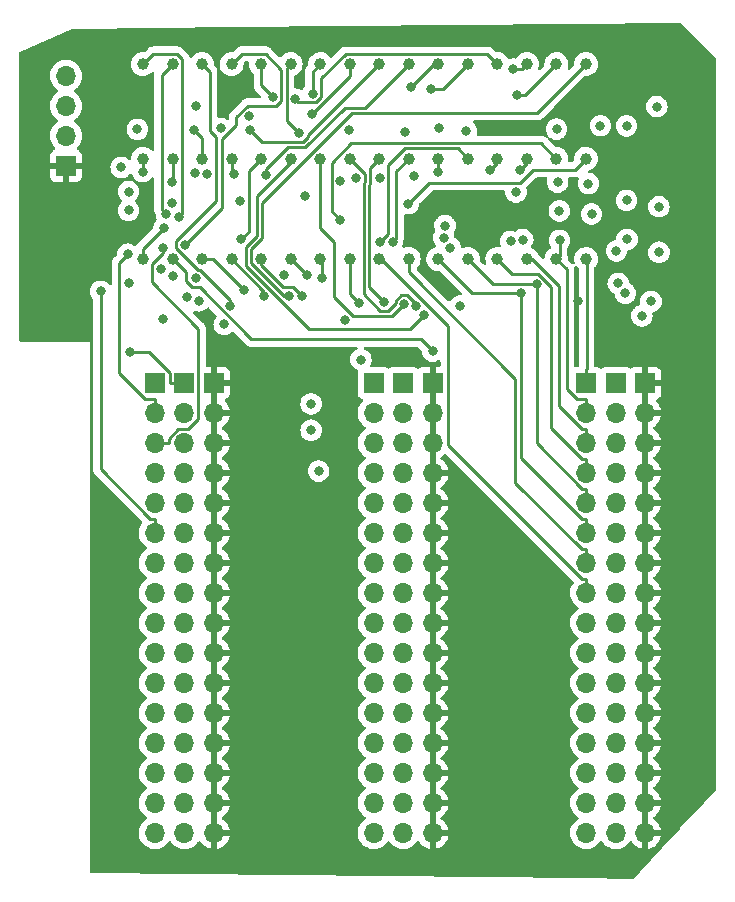
<source format=gbr>
%TF.GenerationSoftware,KiCad,Pcbnew,(6.0.2)*%
%TF.CreationDate,2023-10-23T02:54:13-04:00*%
%TF.ProjectId,USB_Splitter,5553425f-5370-46c6-9974-7465722e6b69,rev?*%
%TF.SameCoordinates,Original*%
%TF.FileFunction,Copper,L4,Bot*%
%TF.FilePolarity,Positive*%
%FSLAX46Y46*%
G04 Gerber Fmt 4.6, Leading zero omitted, Abs format (unit mm)*
G04 Created by KiCad (PCBNEW (6.0.2)) date 2023-10-23 02:54:13*
%MOMM*%
%LPD*%
G01*
G04 APERTURE LIST*
%TA.AperFunction,SMDPad,CuDef*%
%ADD10C,1.000000*%
%TD*%
%TA.AperFunction,ComponentPad*%
%ADD11R,1.700000X1.700000*%
%TD*%
%TA.AperFunction,ComponentPad*%
%ADD12O,1.700000X1.700000*%
%TD*%
%TA.AperFunction,ViaPad*%
%ADD13C,0.800000*%
%TD*%
%TA.AperFunction,Conductor*%
%ADD14C,0.250000*%
%TD*%
G04 APERTURE END LIST*
D10*
%TO.P,TP48,1,1*%
%TO.N,PWM47*%
X172500000Y-76000000D03*
%TD*%
%TO.P,TP47,1,1*%
%TO.N,PWM46*%
X175000000Y-76000000D03*
%TD*%
%TO.P,TP46,1,1*%
%TO.N,PWM45*%
X177500000Y-76000000D03*
%TD*%
%TO.P,TP45,1,1*%
%TO.N,PWM44*%
X180000000Y-76000000D03*
%TD*%
%TO.P,TP44,1,1*%
%TO.N,PWM43*%
X182500000Y-76000000D03*
%TD*%
%TO.P,TP43,1,1*%
%TO.N,PWM42*%
X185000000Y-76000000D03*
%TD*%
%TO.P,TP42,1,1*%
%TO.N,PWM41*%
X187500000Y-76000000D03*
%TD*%
%TO.P,TP41,1,1*%
%TO.N,PWM40*%
X190000000Y-76000000D03*
%TD*%
%TO.P,TP40,1,1*%
%TO.N,PWM39*%
X192500000Y-76000000D03*
%TD*%
%TO.P,TP39,1,1*%
%TO.N,PWM38*%
X195000000Y-76000000D03*
%TD*%
%TO.P,TP38,1,1*%
%TO.N,PWM37*%
X197500000Y-76000000D03*
%TD*%
%TO.P,TP37,1,1*%
%TO.N,PWM36*%
X200000000Y-76000000D03*
%TD*%
%TO.P,TP36,1,1*%
%TO.N,PWM35*%
X202500000Y-76000000D03*
%TD*%
%TO.P,TP35,1,1*%
%TO.N,PWM34*%
X205000000Y-76000000D03*
%TD*%
%TO.P,TP34,1,1*%
%TO.N,PWM33*%
X207500000Y-76000000D03*
%TD*%
%TO.P,TP33,1,1*%
%TO.N,PWM32*%
X210000000Y-76000000D03*
%TD*%
%TO.P,TP32,1,1*%
%TO.N,PWM31*%
X172500000Y-67500000D03*
%TD*%
%TO.P,TP31,1,1*%
%TO.N,PWM30*%
X175000000Y-67500000D03*
%TD*%
%TO.P,TP30,1,1*%
%TO.N,PWM29*%
X177500000Y-67500000D03*
%TD*%
%TO.P,TP29,1,1*%
%TO.N,PWM28*%
X180000000Y-67500000D03*
%TD*%
%TO.P,TP28,1,1*%
%TO.N,PWM27*%
X182500000Y-67500000D03*
%TD*%
%TO.P,TP27,1,1*%
%TO.N,PWM26*%
X185000000Y-67500000D03*
%TD*%
%TO.P,TP26,1,1*%
%TO.N,PWM25*%
X187500000Y-67500000D03*
%TD*%
%TO.P,TP25,1,1*%
%TO.N,PWM24*%
X190000000Y-67500000D03*
%TD*%
%TO.P,TP24,1,1*%
%TO.N,PWM23*%
X192500000Y-67500000D03*
%TD*%
%TO.P,TP23,1,1*%
%TO.N,PWM22*%
X195000000Y-67500000D03*
%TD*%
%TO.P,TP22,1,1*%
%TO.N,PWM21*%
X197500000Y-67500000D03*
%TD*%
%TO.P,TP21,1,1*%
%TO.N,PWM20*%
X200000000Y-67500000D03*
%TD*%
%TO.P,TP20,1,1*%
%TO.N,PWM19*%
X202500000Y-67500000D03*
%TD*%
%TO.P,TP19,1,1*%
%TO.N,PWM18*%
X205000000Y-67500000D03*
%TD*%
%TO.P,TP18,1,1*%
%TO.N,PWM17*%
X207500000Y-67500000D03*
%TD*%
%TO.P,TP17,1,1*%
%TO.N,PWM16*%
X210000000Y-67500000D03*
%TD*%
%TO.P,TP16,1,1*%
%TO.N,PWM15*%
X172500000Y-59500000D03*
%TD*%
%TO.P,TP15,1,1*%
%TO.N,PWM14*%
X175000000Y-59500000D03*
%TD*%
%TO.P,TP14,1,1*%
%TO.N,PWM13*%
X177500000Y-59500000D03*
%TD*%
%TO.P,TP13,1,1*%
%TO.N,PWM12*%
X180000000Y-59500000D03*
%TD*%
%TO.P,TP12,1,1*%
%TO.N,PWM11*%
X182500000Y-59500000D03*
%TD*%
%TO.P,TP11,1,1*%
%TO.N,PWM10*%
X185000000Y-59500000D03*
%TD*%
%TO.P,TP10,1,1*%
%TO.N,PWM9*%
X187500000Y-59500000D03*
%TD*%
%TO.P,TP9,1,1*%
%TO.N,PWM8*%
X190000000Y-59500000D03*
%TD*%
%TO.P,TP8,1,1*%
%TO.N,PWM7*%
X192500000Y-59500000D03*
%TD*%
%TO.P,TP7,1,1*%
%TO.N,PWM6*%
X195000000Y-59500000D03*
%TD*%
%TO.P,TP6,1,1*%
%TO.N,PWM5*%
X197500000Y-59500000D03*
%TD*%
%TO.P,TP5,1,1*%
%TO.N,PWM4*%
X200000000Y-59500000D03*
%TD*%
%TO.P,TP4,1,1*%
%TO.N,PWM3*%
X202500000Y-59500000D03*
%TD*%
%TO.P,TP3,1,1*%
%TO.N,PWM2*%
X205000000Y-59500000D03*
%TD*%
%TO.P,TP2,1,1*%
%TO.N,PWM1*%
X207500000Y-59500000D03*
%TD*%
%TO.P,TP1,1,1*%
%TO.N,PWM0*%
X210000000Y-59500000D03*
%TD*%
D11*
%TO.P,J3,1,Pin_1*%
%TO.N,PWM16*%
X192025000Y-86500000D03*
D12*
%TO.P,J3,2,Pin_2*%
%TO.N,PWM17*%
X192025000Y-89040000D03*
%TO.P,J3,3,Pin_3*%
%TO.N,PWM18*%
X192025000Y-91580000D03*
%TO.P,J3,4,Pin_4*%
%TO.N,PWM19*%
X192025000Y-94120000D03*
%TO.P,J3,5,Pin_5*%
%TO.N,PWM20*%
X192025000Y-96660000D03*
%TO.P,J3,6,Pin_6*%
%TO.N,PWM21*%
X192025000Y-99200000D03*
%TO.P,J3,7,Pin_7*%
%TO.N,PWM22*%
X192025000Y-101740000D03*
%TO.P,J3,8,Pin_8*%
%TO.N,PWM23*%
X192025000Y-104280000D03*
%TO.P,J3,9,Pin_9*%
%TO.N,PWM24*%
X192025000Y-106820000D03*
%TO.P,J3,10,Pin_10*%
%TO.N,PWM25*%
X192025000Y-109360000D03*
%TO.P,J3,11,Pin_11*%
%TO.N,PWM26*%
X192025000Y-111900000D03*
%TO.P,J3,12,Pin_12*%
%TO.N,PWM27*%
X192025000Y-114440000D03*
%TO.P,J3,13,Pin_13*%
%TO.N,PWM28*%
X192025000Y-116980000D03*
%TO.P,J3,14,Pin_14*%
%TO.N,PWM29*%
X192025000Y-119520000D03*
%TO.P,J3,15,Pin_15*%
%TO.N,PWM30*%
X192025000Y-122060000D03*
%TO.P,J3,16,Pin_16*%
%TO.N,PWM31*%
X192025000Y-124600000D03*
%TD*%
D11*
%TO.P,J10,1,Pin_1*%
%TO.N,GND*%
X215025000Y-86500000D03*
D12*
%TO.P,J10,2,Pin_2*%
X215025000Y-89040000D03*
%TO.P,J10,3,Pin_3*%
X215025000Y-91580000D03*
%TO.P,J10,4,Pin_4*%
X215025000Y-94120000D03*
%TO.P,J10,5,Pin_5*%
X215025000Y-96660000D03*
%TO.P,J10,6,Pin_6*%
X215025000Y-99200000D03*
%TO.P,J10,7,Pin_7*%
X215025000Y-101740000D03*
%TO.P,J10,8,Pin_8*%
X215025000Y-104280000D03*
%TO.P,J10,9,Pin_9*%
X215025000Y-106820000D03*
%TO.P,J10,10,Pin_10*%
X215025000Y-109360000D03*
%TO.P,J10,11,Pin_11*%
X215025000Y-111900000D03*
%TO.P,J10,12,Pin_12*%
X215025000Y-114440000D03*
%TO.P,J10,13,Pin_13*%
X215025000Y-116980000D03*
%TO.P,J10,14,Pin_14*%
X215025000Y-119520000D03*
%TO.P,J10,15,Pin_15*%
X215025000Y-122060000D03*
%TO.P,J10,16,Pin_16*%
X215025000Y-124600000D03*
%TD*%
D11*
%TO.P,J9,1,Pin_1*%
%TO.N,VCC*%
X212525000Y-86500000D03*
D12*
%TO.P,J9,2,Pin_2*%
X212525000Y-89040000D03*
%TO.P,J9,3,Pin_3*%
X212525000Y-91580000D03*
%TO.P,J9,4,Pin_4*%
X212525000Y-94120000D03*
%TO.P,J9,5,Pin_5*%
X212525000Y-96660000D03*
%TO.P,J9,6,Pin_6*%
X212525000Y-99200000D03*
%TO.P,J9,7,Pin_7*%
X212525000Y-101740000D03*
%TO.P,J9,8,Pin_8*%
X212525000Y-104280000D03*
%TO.P,J9,9,Pin_9*%
X212525000Y-106820000D03*
%TO.P,J9,10,Pin_10*%
X212525000Y-109360000D03*
%TO.P,J9,11,Pin_11*%
X212525000Y-111900000D03*
%TO.P,J9,12,Pin_12*%
X212525000Y-114440000D03*
%TO.P,J9,13,Pin_13*%
X212525000Y-116980000D03*
%TO.P,J9,14,Pin_14*%
X212525000Y-119520000D03*
%TO.P,J9,15,Pin_15*%
X212525000Y-122060000D03*
%TO.P,J9,16,Pin_16*%
X212525000Y-124600000D03*
%TD*%
D11*
%TO.P,J4,1,Pin_1*%
%TO.N,VCC*%
X194525000Y-86500000D03*
D12*
%TO.P,J4,2,Pin_2*%
X194525000Y-89040000D03*
%TO.P,J4,3,Pin_3*%
X194525000Y-91580000D03*
%TO.P,J4,4,Pin_4*%
X194525000Y-94120000D03*
%TO.P,J4,5,Pin_5*%
X194525000Y-96660000D03*
%TO.P,J4,6,Pin_6*%
X194525000Y-99200000D03*
%TO.P,J4,7,Pin_7*%
X194525000Y-101740000D03*
%TO.P,J4,8,Pin_8*%
X194525000Y-104280000D03*
%TO.P,J4,9,Pin_9*%
X194525000Y-106820000D03*
%TO.P,J4,10,Pin_10*%
X194525000Y-109360000D03*
%TO.P,J4,11,Pin_11*%
X194525000Y-111900000D03*
%TO.P,J4,12,Pin_12*%
X194525000Y-114440000D03*
%TO.P,J4,13,Pin_13*%
X194525000Y-116980000D03*
%TO.P,J4,14,Pin_14*%
X194525000Y-119520000D03*
%TO.P,J4,15,Pin_15*%
X194525000Y-122060000D03*
%TO.P,J4,16,Pin_16*%
X194525000Y-124600000D03*
%TD*%
D11*
%TO.P,J6,1,Pin_1*%
%TO.N,GND*%
X178500000Y-86500000D03*
D12*
%TO.P,J6,2,Pin_2*%
X178500000Y-89040000D03*
%TO.P,J6,3,Pin_3*%
X178500000Y-91580000D03*
%TO.P,J6,4,Pin_4*%
X178500000Y-94120000D03*
%TO.P,J6,5,Pin_5*%
X178500000Y-96660000D03*
%TO.P,J6,6,Pin_6*%
X178500000Y-99200000D03*
%TO.P,J6,7,Pin_7*%
X178500000Y-101740000D03*
%TO.P,J6,8,Pin_8*%
X178500000Y-104280000D03*
%TO.P,J6,9,Pin_9*%
X178500000Y-106820000D03*
%TO.P,J6,10,Pin_10*%
X178500000Y-109360000D03*
%TO.P,J6,11,Pin_11*%
X178500000Y-111900000D03*
%TO.P,J6,12,Pin_12*%
X178500000Y-114440000D03*
%TO.P,J6,13,Pin_13*%
X178500000Y-116980000D03*
%TO.P,J6,14,Pin_14*%
X178500000Y-119520000D03*
%TO.P,J6,15,Pin_15*%
X178500000Y-122060000D03*
%TO.P,J6,16,Pin_16*%
X178500000Y-124600000D03*
%TD*%
D11*
%TO.P,J5,1,Pin_1*%
%TO.N,VCC*%
X176000000Y-86500000D03*
D12*
%TO.P,J5,2,Pin_2*%
X176000000Y-89040000D03*
%TO.P,J5,3,Pin_3*%
X176000000Y-91580000D03*
%TO.P,J5,4,Pin_4*%
X176000000Y-94120000D03*
%TO.P,J5,5,Pin_5*%
X176000000Y-96660000D03*
%TO.P,J5,6,Pin_6*%
X176000000Y-99200000D03*
%TO.P,J5,7,Pin_7*%
X176000000Y-101740000D03*
%TO.P,J5,8,Pin_8*%
X176000000Y-104280000D03*
%TO.P,J5,9,Pin_9*%
X176000000Y-106820000D03*
%TO.P,J5,10,Pin_10*%
X176000000Y-109360000D03*
%TO.P,J5,11,Pin_11*%
X176000000Y-111900000D03*
%TO.P,J5,12,Pin_12*%
X176000000Y-114440000D03*
%TO.P,J5,13,Pin_13*%
X176000000Y-116980000D03*
%TO.P,J5,14,Pin_14*%
X176000000Y-119520000D03*
%TO.P,J5,15,Pin_15*%
X176000000Y-122060000D03*
%TO.P,J5,16,Pin_16*%
X176000000Y-124600000D03*
%TD*%
D11*
%TO.P,J1,1,Pin_1*%
%TO.N,GND*%
X165975000Y-68120000D03*
D12*
%TO.P,J1,2,Pin_2*%
%TO.N,SDA*%
X165975000Y-65580000D03*
%TO.P,J1,3,Pin_3*%
%TO.N,SCL*%
X165975000Y-63040000D03*
%TO.P,J1,4,Pin_4*%
%TO.N,VCC*%
X165975000Y-60500000D03*
%TD*%
D11*
%TO.P,J7,1,Pin_1*%
%TO.N,GND*%
X197025000Y-86500000D03*
D12*
%TO.P,J7,2,Pin_2*%
X197025000Y-89040000D03*
%TO.P,J7,3,Pin_3*%
X197025000Y-91580000D03*
%TO.P,J7,4,Pin_4*%
X197025000Y-94120000D03*
%TO.P,J7,5,Pin_5*%
X197025000Y-96660000D03*
%TO.P,J7,6,Pin_6*%
X197025000Y-99200000D03*
%TO.P,J7,7,Pin_7*%
X197025000Y-101740000D03*
%TO.P,J7,8,Pin_8*%
X197025000Y-104280000D03*
%TO.P,J7,9,Pin_9*%
X197025000Y-106820000D03*
%TO.P,J7,10,Pin_10*%
X197025000Y-109360000D03*
%TO.P,J7,11,Pin_11*%
X197025000Y-111900000D03*
%TO.P,J7,12,Pin_12*%
X197025000Y-114440000D03*
%TO.P,J7,13,Pin_13*%
X197025000Y-116980000D03*
%TO.P,J7,14,Pin_14*%
X197025000Y-119520000D03*
%TO.P,J7,15,Pin_15*%
X197025000Y-122060000D03*
%TO.P,J7,16,Pin_16*%
X197025000Y-124600000D03*
%TD*%
D11*
%TO.P,J8,1,Pin_1*%
%TO.N,PWM32*%
X210025000Y-86500000D03*
D12*
%TO.P,J8,2,Pin_2*%
%TO.N,PWM33*%
X210025000Y-89040000D03*
%TO.P,J8,3,Pin_3*%
%TO.N,PWM34*%
X210025000Y-91580000D03*
%TO.P,J8,4,Pin_4*%
%TO.N,PWM35*%
X210025000Y-94120000D03*
%TO.P,J8,5,Pin_5*%
%TO.N,PWM36*%
X210025000Y-96660000D03*
%TO.P,J8,6,Pin_6*%
%TO.N,PWM37*%
X210025000Y-99200000D03*
%TO.P,J8,7,Pin_7*%
%TO.N,PWM38*%
X210025000Y-101740000D03*
%TO.P,J8,8,Pin_8*%
%TO.N,PWM39*%
X210025000Y-104280000D03*
%TO.P,J8,9,Pin_9*%
%TO.N,PWM40*%
X210025000Y-106820000D03*
%TO.P,J8,10,Pin_10*%
%TO.N,PWM41*%
X210025000Y-109360000D03*
%TO.P,J8,11,Pin_11*%
%TO.N,PWM42*%
X210025000Y-111900000D03*
%TO.P,J8,12,Pin_12*%
%TO.N,PWM43*%
X210025000Y-114440000D03*
%TO.P,J8,13,Pin_13*%
%TO.N,PWM44*%
X210025000Y-116980000D03*
%TO.P,J8,14,Pin_14*%
%TO.N,PWM45*%
X210025000Y-119520000D03*
%TO.P,J8,15,Pin_15*%
%TO.N,PWM46*%
X210025000Y-122060000D03*
%TO.P,J8,16,Pin_16*%
%TO.N,PWM47*%
X210025000Y-124600000D03*
%TD*%
D11*
%TO.P,J2,1,Pin_1*%
%TO.N,PWM0*%
X173500000Y-86500000D03*
D12*
%TO.P,J2,2,Pin_2*%
%TO.N,PWM1*%
X173500000Y-89040000D03*
%TO.P,J2,3,Pin_3*%
%TO.N,PWM2*%
X173500000Y-91580000D03*
%TO.P,J2,4,Pin_4*%
%TO.N,PWM3*%
X173500000Y-94120000D03*
%TO.P,J2,5,Pin_5*%
%TO.N,PWM4*%
X173500000Y-96660000D03*
%TO.P,J2,6,Pin_6*%
%TO.N,PWM5*%
X173500000Y-99200000D03*
%TO.P,J2,7,Pin_7*%
%TO.N,PWM6*%
X173500000Y-101740000D03*
%TO.P,J2,8,Pin_8*%
%TO.N,PWM7*%
X173500000Y-104280000D03*
%TO.P,J2,9,Pin_9*%
%TO.N,PWM8*%
X173500000Y-106820000D03*
%TO.P,J2,10,Pin_10*%
%TO.N,PWM9*%
X173500000Y-109360000D03*
%TO.P,J2,11,Pin_11*%
%TO.N,PWM10*%
X173500000Y-111900000D03*
%TO.P,J2,12,Pin_12*%
%TO.N,PWM11*%
X173500000Y-114440000D03*
%TO.P,J2,13,Pin_13*%
%TO.N,PWM12*%
X173500000Y-116980000D03*
%TO.P,J2,14,Pin_14*%
%TO.N,PWM13*%
X173500000Y-119520000D03*
%TO.P,J2,15,Pin_15*%
%TO.N,PWM14*%
X173500000Y-122060000D03*
%TO.P,J2,16,Pin_16*%
%TO.N,PWM15*%
X173500000Y-124600000D03*
%TD*%
D13*
%TO.N,Net-(U3-Pad27)*%
X213447500Y-71029500D03*
X186196200Y-70699600D03*
%TO.N,Net-(U3-Pad26)*%
X216181600Y-71575000D03*
X184419500Y-77379000D03*
%TO.N,A2_4*%
X216000000Y-63094200D03*
X210485100Y-72192400D03*
%TO.N,A2_3*%
X207751600Y-71925600D03*
X213448200Y-64729300D03*
%TO.N,A2_2*%
X210212200Y-69617800D03*
X211224300Y-64722300D03*
%TO.N,A2_1*%
X207612000Y-69492800D03*
X207520000Y-64998300D03*
%TO.N,A0_5*%
X176916900Y-68719900D03*
X181503100Y-63933200D03*
%TO.N,A0_4*%
X174923100Y-71239400D03*
X179071000Y-64952400D03*
%TO.N,A0_3*%
X171279700Y-71877300D03*
X176971000Y-63042200D03*
%TO.N,A0_1*%
X171277400Y-70295400D03*
X172018300Y-65016700D03*
%TO.N,A1_5*%
X198073100Y-73168000D03*
X199864100Y-65161300D03*
%TO.N,A1_4*%
X195480400Y-68971600D03*
X197585300Y-64947700D03*
%TO.N,A1_2*%
X192533900Y-69146400D03*
X194721700Y-65234100D03*
%TO.N,A1_1*%
X190519400Y-69125900D03*
X189952500Y-65051600D03*
%TO.N,PWM47*%
X213483500Y-74348400D03*
X174298000Y-73347500D03*
%TO.N,PWM46*%
X216190000Y-75426800D03*
X197017300Y-83802000D03*
%TO.N,PWM45*%
X212582000Y-75329000D03*
X181082600Y-78619500D03*
%TO.N,PWM44*%
X212739800Y-78075500D03*
X182762500Y-79155200D03*
%TO.N,PWM43*%
X185980200Y-79154700D03*
%TO.N,PWM42*%
X186368400Y-77368400D03*
X215506700Y-79584300D03*
%TO.N,PWM41*%
X213331000Y-78899200D03*
X187660800Y-77615900D03*
%TO.N,PWM40*%
X214740200Y-80812600D03*
X190792200Y-79765400D03*
%TO.N,PWM37*%
X204485900Y-78858600D03*
%TO.N,PWM36*%
X205821800Y-78130600D03*
%TO.N,PWM33*%
X207772800Y-74420500D03*
%TO.N,PWM31*%
X197958300Y-74207400D03*
X172472500Y-68600500D03*
%TO.N,PWM30*%
X198530100Y-75050500D03*
X174982900Y-69474500D03*
%TO.N,PWM29*%
X204081300Y-70334200D03*
X176845900Y-65099300D03*
%TO.N,PWM28*%
X199348500Y-79976600D03*
X180229200Y-68827300D03*
%TO.N,PWM27*%
X180802800Y-74344100D03*
%TO.N,PWM26*%
X196319100Y-80722400D03*
%TO.N,PWM25*%
X194611200Y-79817700D03*
%TO.N,PWM24*%
X195611600Y-80015000D03*
%TO.N,PWM23*%
X192870200Y-79642600D03*
%TO.N,PWM22*%
X187376400Y-93957300D03*
X193628600Y-74542500D03*
%TO.N,PWM21*%
X190952000Y-84512500D03*
X189629300Y-81179000D03*
X197500000Y-68618600D03*
%TO.N,PWM20*%
X192581200Y-74542500D03*
X186732700Y-90497400D03*
%TO.N,PWM19*%
X201890300Y-68451100D03*
%TO.N,PWM18*%
X189199800Y-69421900D03*
X204399400Y-68503000D03*
%TO.N,PWM15*%
X175566900Y-72465600D03*
%TO.N,PWM14*%
X174476300Y-72207400D03*
%TO.N,PWM13*%
X179884600Y-79973400D03*
%TO.N,PWM12*%
X176026600Y-74793400D03*
%TO.N,PWM11*%
X177012300Y-77639100D03*
X183484400Y-62289200D03*
%TO.N,PWM10*%
X179382200Y-81527900D03*
X185735400Y-65360400D03*
%TO.N,PWM9*%
X176229700Y-79229200D03*
X186864000Y-62008800D03*
%TO.N,PWM8*%
X186842100Y-63693400D03*
X177241700Y-79540000D03*
%TO.N,PWM7*%
X181550300Y-65093100D03*
X171291100Y-78009100D03*
%TO.N,PWM6*%
X182933700Y-68849900D03*
%TO.N,PWM5*%
X168914200Y-78741800D03*
X195174000Y-61454100D03*
%TO.N,PWM4*%
X174001000Y-76826300D03*
X196860000Y-61630100D03*
%TO.N,PWM3*%
X185385400Y-62459100D03*
X175066600Y-77407500D03*
%TO.N,PWM2*%
X174209600Y-75102300D03*
X203858300Y-59926700D03*
%TO.N,PWM1*%
X171213300Y-75591700D03*
X204125600Y-62153700D03*
%TO.N,PWM0*%
X174176800Y-81080400D03*
X184849700Y-79137200D03*
%TO.N,SCL*%
X204650000Y-74354700D03*
X177917300Y-68823500D03*
%TO.N,SDA*%
X180732600Y-71115600D03*
X203624000Y-74517600D03*
%TO.N,PWM17*%
X189191800Y-72673800D03*
X186732700Y-88264500D03*
%TO.N,PWM16*%
X194968300Y-71322900D03*
%TO.N,GND*%
X211874200Y-82603600D03*
X209340000Y-79529900D03*
%TO.N,VCC*%
X170655600Y-68252100D03*
X171432900Y-83841500D03*
%TD*%
D14*
%TO.N,PWM47*%
X172500000Y-75145500D02*
X172500000Y-76000000D01*
X174298000Y-73347500D02*
X172500000Y-75145500D01*
%TO.N,PWM46*%
X196013600Y-82798300D02*
X197017300Y-83802000D01*
X181683800Y-82798300D02*
X196013600Y-82798300D01*
X177296400Y-78410900D02*
X181683800Y-82798300D01*
X176681800Y-78410900D02*
X177296400Y-78410900D01*
X176123900Y-77853000D02*
X176681800Y-78410900D01*
X176123900Y-77123900D02*
X176123900Y-77853000D01*
X175000000Y-76000000D02*
X176123900Y-77123900D01*
%TO.N,PWM45*%
X178463100Y-76000000D02*
X177500000Y-76000000D01*
X181082600Y-78619500D02*
X178463100Y-76000000D01*
%TO.N,PWM44*%
X182762500Y-78762500D02*
X180000000Y-76000000D01*
X182762500Y-79155200D02*
X182762500Y-78762500D01*
%TO.N,PWM43*%
X185160900Y-78335400D02*
X185980200Y-79154700D01*
X184327300Y-78335400D02*
X185160900Y-78335400D01*
X182500000Y-76508100D02*
X184327300Y-78335400D01*
X182500000Y-76000000D02*
X182500000Y-76508100D01*
%TO.N,PWM42*%
X185000000Y-76000000D02*
X186368400Y-77368400D01*
%TO.N,PWM41*%
X187660800Y-76160800D02*
X187660800Y-77615900D01*
X187500000Y-76000000D02*
X187660800Y-76160800D01*
%TO.N,PWM40*%
X190000000Y-78973200D02*
X190000000Y-76000000D01*
X190792200Y-79765400D02*
X190000000Y-78973200D01*
%TO.N,PWM39*%
X210025000Y-104280000D02*
X210025000Y-103104700D01*
X209657700Y-103104700D02*
X210025000Y-103104700D01*
X198324000Y-91771000D02*
X209657700Y-103104700D01*
X198324000Y-81669400D02*
X198324000Y-91771000D01*
X192654600Y-76000000D02*
X198324000Y-81669400D01*
X192500000Y-76000000D02*
X192654600Y-76000000D01*
%TO.N,PWM38*%
X195000000Y-77103600D02*
X195000000Y-76000000D01*
X204035500Y-86139100D02*
X195000000Y-77103600D01*
X204035500Y-94942500D02*
X204035500Y-86139100D01*
X209657700Y-100564700D02*
X204035500Y-94942500D01*
X210025000Y-100564700D02*
X209657700Y-100564700D01*
X210025000Y-101740000D02*
X210025000Y-100564700D01*
%TO.N,PWM37*%
X210025000Y-99200000D02*
X210025000Y-98024700D01*
X200358600Y-78858600D02*
X197500000Y-76000000D01*
X204485900Y-78858600D02*
X200358600Y-78858600D01*
X204485900Y-92852900D02*
X204485900Y-78858600D01*
X209657700Y-98024700D02*
X204485900Y-92852900D01*
X210025000Y-98024700D02*
X209657700Y-98024700D01*
%TO.N,PWM36*%
X210025000Y-96660000D02*
X210025000Y-95484700D01*
X205821800Y-91605400D02*
X205821800Y-78130600D01*
X209701100Y-95484700D02*
X205821800Y-91605400D01*
X210025000Y-95484700D02*
X209701100Y-95484700D01*
X202130600Y-78130600D02*
X200000000Y-76000000D01*
X205821800Y-78130600D02*
X202130600Y-78130600D01*
%TO.N,PWM35*%
X203743300Y-77243300D02*
X202500000Y-76000000D01*
X205975200Y-77243300D02*
X203743300Y-77243300D01*
X207065800Y-78333900D02*
X205975200Y-77243300D01*
X207065800Y-90352800D02*
X207065800Y-78333900D01*
X209657700Y-92944700D02*
X207065800Y-90352800D01*
X210025000Y-92944700D02*
X209657700Y-92944700D01*
X210025000Y-94120000D02*
X210025000Y-92944700D01*
%TO.N,PWM34*%
X205440800Y-76000000D02*
X205000000Y-76000000D01*
X207716100Y-78275300D02*
X205440800Y-76000000D01*
X207716100Y-88463100D02*
X207716100Y-78275300D01*
X209657700Y-90404700D02*
X207716100Y-88463100D01*
X210025000Y-90404700D02*
X209657700Y-90404700D01*
X210025000Y-91580000D02*
X210025000Y-90404700D01*
%TO.N,PWM33*%
X210025000Y-89040000D02*
X210025000Y-87864700D01*
X208362400Y-76862400D02*
X207500000Y-76000000D01*
X208362400Y-87010100D02*
X208362400Y-76862400D01*
X209217000Y-87864700D02*
X208362400Y-87010100D01*
X210025000Y-87864700D02*
X209217000Y-87864700D01*
X207772800Y-75727200D02*
X207772800Y-74420500D01*
X207500000Y-76000000D02*
X207772800Y-75727200D01*
%TO.N,PWM32*%
X210065300Y-76065300D02*
X210000000Y-76000000D01*
X210065300Y-85284400D02*
X210065300Y-76065300D01*
X210025000Y-85324700D02*
X210065300Y-85284400D01*
X210025000Y-86500000D02*
X210025000Y-85324700D01*
%TO.N,PWM31*%
X172500000Y-68573000D02*
X172472500Y-68600500D01*
X172500000Y-67500000D02*
X172500000Y-68573000D01*
%TO.N,PWM30*%
X175000000Y-69457400D02*
X174982900Y-69474500D01*
X175000000Y-67500000D02*
X175000000Y-69457400D01*
%TO.N,PWM29*%
X177500000Y-65753400D02*
X176845900Y-65099300D01*
X177500000Y-67500000D02*
X177500000Y-65753400D01*
%TO.N,PWM28*%
X180000000Y-68598100D02*
X180000000Y-67500000D01*
X180229200Y-68827300D02*
X180000000Y-68598100D01*
%TO.N,PWM27*%
X181459600Y-68540400D02*
X182500000Y-67500000D01*
X181459600Y-73687300D02*
X181459600Y-68540400D01*
X180802800Y-74344100D02*
X181459600Y-73687300D01*
%TO.N,PWM26*%
X195137200Y-81904300D02*
X196319100Y-80722400D01*
X186549800Y-81904300D02*
X195137200Y-81904300D01*
X181212700Y-76567200D02*
X186549800Y-81904300D01*
X181212700Y-74960000D02*
X181212700Y-76567200D01*
X182129600Y-74043100D02*
X181212700Y-74960000D01*
X182129600Y-70680000D02*
X182129600Y-74043100D01*
X185000000Y-67809600D02*
X182129600Y-70680000D01*
X185000000Y-67500000D02*
X185000000Y-67809600D01*
%TO.N,PWM25*%
X193606500Y-80822400D02*
X194611200Y-79817700D01*
X190298700Y-80822400D02*
X193606500Y-80822400D01*
X188691700Y-79215400D02*
X190298700Y-80822400D01*
X188691700Y-74594300D02*
X188691700Y-79215400D01*
X187500000Y-73402600D02*
X188691700Y-74594300D01*
X187500000Y-67500000D02*
X187500000Y-73402600D01*
%TO.N,PWM24*%
X195611600Y-79775000D02*
X195611600Y-80015000D01*
X194881400Y-79044800D02*
X195611600Y-79775000D01*
X194358400Y-79044800D02*
X194881400Y-79044800D01*
X193885900Y-79517300D02*
X194358400Y-79044800D01*
X193885900Y-79701100D02*
X193885900Y-79517300D01*
X193219100Y-80367900D02*
X193885900Y-79701100D01*
X192569800Y-80367900D02*
X193219100Y-80367900D01*
X191170100Y-78968200D02*
X192569800Y-80367900D01*
X191170100Y-69555700D02*
X191170100Y-78968200D01*
X191275100Y-69450700D02*
X191170100Y-69555700D01*
X191275100Y-68775100D02*
X191275100Y-69450700D01*
X190000000Y-67500000D02*
X191275100Y-68775100D01*
%TO.N,PWM23*%
X191725400Y-68274600D02*
X192500000Y-67500000D01*
X191725400Y-69637300D02*
X191725400Y-68274600D01*
X191638600Y-69724100D02*
X191725400Y-69637300D01*
X191638600Y-78411000D02*
X191638600Y-69724100D01*
X192870200Y-79642600D02*
X191638600Y-78411000D01*
%TO.N,PWM22*%
X193956400Y-74214700D02*
X193628600Y-74542500D01*
X193956400Y-68543600D02*
X193956400Y-74214700D01*
X195000000Y-67500000D02*
X193956400Y-68543600D01*
%TO.N,PWM21*%
X197500000Y-68618600D02*
X197500000Y-67500000D01*
%TO.N,PWM20*%
X193259200Y-73864500D02*
X192581200Y-74542500D01*
X193259200Y-68049100D02*
X193259200Y-73864500D01*
X194662300Y-66646000D02*
X193259200Y-68049100D01*
X199146000Y-66646000D02*
X194662300Y-66646000D01*
X200000000Y-67500000D02*
X199146000Y-66646000D01*
%TO.N,PWM19*%
X202500000Y-67841400D02*
X202500000Y-67500000D01*
X201890300Y-68451100D02*
X202500000Y-67841400D01*
%TO.N,PWM18*%
X205000000Y-67902400D02*
X205000000Y-67500000D01*
X204399400Y-68503000D02*
X205000000Y-67902400D01*
%TO.N,PWM15*%
X173355500Y-58644500D02*
X172500000Y-59500000D01*
X175388000Y-58644500D02*
X173355500Y-58644500D01*
X175825400Y-59081900D02*
X175388000Y-58644500D01*
X175825400Y-72207100D02*
X175825400Y-59081900D01*
X175566900Y-72465600D02*
X175825400Y-72207100D01*
%TO.N,PWM14*%
X174079300Y-71810400D02*
X174476300Y-72207400D01*
X174079300Y-60420700D02*
X174079300Y-71810400D01*
X175000000Y-59500000D02*
X174079300Y-60420700D01*
%TO.N,PWM13*%
X178166000Y-60166000D02*
X177500000Y-59500000D01*
X178166000Y-65205800D02*
X178166000Y-60166000D01*
X178642600Y-65682400D02*
X178166000Y-65205800D01*
X178642600Y-71098900D02*
X178642600Y-65682400D01*
X175301300Y-74440200D02*
X178642600Y-71098900D01*
X175301300Y-75093800D02*
X175301300Y-74440200D01*
X177121300Y-76913800D02*
X175301300Y-75093800D01*
X177312800Y-76913800D02*
X177121300Y-76913800D01*
X179884600Y-79485600D02*
X177312800Y-76913800D01*
X179884600Y-79973400D02*
X179884600Y-79485600D01*
%TO.N,PWM12*%
X180865000Y-58635000D02*
X180000000Y-59500000D01*
X182873300Y-58635000D02*
X180865000Y-58635000D01*
X184209700Y-59971400D02*
X182873300Y-58635000D01*
X184209700Y-62589700D02*
X184209700Y-59971400D01*
X183784900Y-63014500D02*
X184209700Y-62589700D01*
X181382900Y-63014500D02*
X183784900Y-63014500D01*
X180408000Y-63989400D02*
X181382900Y-63014500D01*
X180408000Y-64641200D02*
X180408000Y-63989400D01*
X179174700Y-65874500D02*
X180408000Y-64641200D01*
X179174700Y-71645300D02*
X179174700Y-65874500D01*
X176026600Y-74793400D02*
X179174700Y-71645300D01*
%TO.N,PWM11*%
X182500000Y-61304800D02*
X183484400Y-62289200D01*
X182500000Y-59500000D02*
X182500000Y-61304800D01*
%TO.N,PWM10*%
X184660000Y-59840000D02*
X185000000Y-59500000D01*
X184660000Y-64285000D02*
X184660000Y-59840000D01*
X185735400Y-65360400D02*
X184660000Y-64285000D01*
%TO.N,PWM9*%
X186864000Y-60136000D02*
X186864000Y-62008800D01*
X187500000Y-59500000D02*
X186864000Y-60136000D01*
%TO.N,PWM8*%
X190000000Y-60535500D02*
X186842100Y-63693400D01*
X190000000Y-59500000D02*
X190000000Y-60535500D01*
%TO.N,PWM7*%
X186460700Y-65539300D02*
X192500000Y-59500000D01*
X186460700Y-65661000D02*
X186460700Y-65539300D01*
X186035900Y-66085800D02*
X186460700Y-65661000D01*
X182543000Y-66085800D02*
X186035900Y-66085800D01*
X181550300Y-65093100D02*
X182543000Y-66085800D01*
%TO.N,PWM6*%
X191315900Y-63184100D02*
X195000000Y-59500000D01*
X189574400Y-63184100D02*
X191315900Y-63184100D01*
X189574400Y-63184200D02*
X189574400Y-63184100D01*
X186222500Y-66536100D02*
X189574400Y-63184200D01*
X184750500Y-66536100D02*
X186222500Y-66536100D01*
X182933700Y-68352900D02*
X184750500Y-66536100D01*
X182933700Y-68849900D02*
X182933700Y-68352900D01*
%TO.N,PWM5*%
X173500000Y-99200000D02*
X173500000Y-98024700D01*
X168914200Y-93806200D02*
X168914200Y-78741800D01*
X173132700Y-98024700D02*
X168914200Y-93806200D01*
X173500000Y-98024700D02*
X173132700Y-98024700D01*
X197128100Y-59500000D02*
X197500000Y-59500000D01*
X195174000Y-61454100D02*
X197128100Y-59500000D01*
%TO.N,PWM4*%
X197869900Y-61630100D02*
X200000000Y-59500000D01*
X196860000Y-61630100D02*
X197869900Y-61630100D01*
%TO.N,PWM3*%
X185660400Y-62734100D02*
X185385400Y-62459100D01*
X187164500Y-62734100D02*
X185660400Y-62734100D01*
X187589300Y-62309300D02*
X187164500Y-62734100D01*
X187589300Y-60716200D02*
X187589300Y-62309300D01*
X189653100Y-58652400D02*
X187589300Y-60716200D01*
X201652400Y-58652400D02*
X189653100Y-58652400D01*
X202500000Y-59500000D02*
X201652400Y-58652400D01*
%TO.N,PWM2*%
X173500000Y-91580000D02*
X174675300Y-91580000D01*
X174209600Y-75524900D02*
X174209600Y-75102300D01*
X173269200Y-76465300D02*
X174209600Y-75524900D01*
X173269200Y-77988500D02*
X173269200Y-76465300D01*
X177175400Y-81894700D02*
X173269200Y-77988500D01*
X177175400Y-89558400D02*
X177175400Y-81894700D01*
X176329100Y-90404700D02*
X177175400Y-89558400D01*
X175483200Y-90404700D02*
X176329100Y-90404700D01*
X174675300Y-91212600D02*
X175483200Y-90404700D01*
X174675300Y-91580000D02*
X174675300Y-91212600D01*
X204573300Y-59926700D02*
X205000000Y-59500000D01*
X203858300Y-59926700D02*
X204573300Y-59926700D01*
%TO.N,PWM1*%
X173500000Y-89040000D02*
X173500000Y-87864700D01*
X170502300Y-76302700D02*
X171213300Y-75591700D01*
X170502300Y-85675000D02*
X170502300Y-76302700D01*
X172692000Y-87864700D02*
X170502300Y-85675000D01*
X173500000Y-87864700D02*
X172692000Y-87864700D01*
X204846300Y-62153700D02*
X207500000Y-59500000D01*
X204125600Y-62153700D02*
X204846300Y-62153700D01*
%TO.N,PWM0*%
X205865600Y-63634400D02*
X210000000Y-59500000D01*
X190181800Y-63634400D02*
X205865600Y-63634400D01*
X182579900Y-71236300D02*
X190181800Y-63634400D01*
X182579900Y-74229700D02*
X182579900Y-71236300D01*
X181663000Y-75146600D02*
X182579900Y-74229700D01*
X181663000Y-76380600D02*
X181663000Y-75146600D01*
X184419600Y-79137200D02*
X181663000Y-76380600D01*
X184849700Y-79137200D02*
X184419600Y-79137200D01*
%TO.N,PWM17*%
X188474500Y-71956500D02*
X189191800Y-72673800D01*
X188474500Y-67857000D02*
X188474500Y-71956500D01*
X190135900Y-66195600D02*
X188474500Y-67857000D01*
X206195600Y-66195600D02*
X190135900Y-66195600D01*
X207500000Y-67500000D02*
X206195600Y-66195600D01*
%TO.N,PWM16*%
X196726200Y-69565000D02*
X194968300Y-71322900D01*
X204405200Y-69565000D02*
X196726200Y-69565000D01*
X205530200Y-68440000D02*
X204405200Y-69565000D01*
X209060000Y-68440000D02*
X205530200Y-68440000D01*
X210000000Y-67500000D02*
X209060000Y-68440000D01*
%TO.N,VCC*%
X176000000Y-86500000D02*
X174824700Y-86500000D01*
X173047700Y-83841500D02*
X171432900Y-83841500D01*
X174824700Y-85618500D02*
X173047700Y-83841500D01*
X174824700Y-86500000D02*
X174824700Y-85618500D01*
%TD*%
%TA.AperFunction,Conductor*%
%TO.N,GND*%
G36*
X218015401Y-56019852D02*
G01*
X218037418Y-56037418D01*
X220963095Y-58963095D01*
X220997121Y-59025407D01*
X221000000Y-59052190D01*
X221000000Y-120950336D01*
X220979998Y-121018457D01*
X220966115Y-121036305D01*
X219074159Y-123063401D01*
X219050682Y-123083092D01*
X218935220Y-123158074D01*
X218649469Y-123389470D01*
X218389470Y-123649469D01*
X218387385Y-123652044D01*
X218160156Y-123932648D01*
X218160149Y-123932657D01*
X218158074Y-123935220D01*
X218144683Y-123955840D01*
X218008285Y-124165875D01*
X217957814Y-124243593D01*
X217956321Y-124246524D01*
X217956320Y-124246525D01*
X217948033Y-124262789D01*
X217927880Y-124291557D01*
X217386169Y-124871962D01*
X214582996Y-127875362D01*
X214037917Y-128459375D01*
X213976814Y-128495527D01*
X213944435Y-128499396D01*
X209648828Y-128452705D01*
X168124630Y-128001355D01*
X168056731Y-127980613D01*
X168010824Y-127926455D01*
X168000000Y-127875362D01*
X168000000Y-83000000D01*
X162126000Y-83000000D01*
X162057879Y-82979998D01*
X162011386Y-82926342D01*
X162000000Y-82874000D01*
X162000000Y-78741800D01*
X168000696Y-78741800D01*
X168001386Y-78748365D01*
X168018411Y-78910345D01*
X168020658Y-78931728D01*
X168079673Y-79113356D01*
X168082976Y-79119078D01*
X168082977Y-79119079D01*
X168099753Y-79148135D01*
X168175160Y-79278744D01*
X168248337Y-79360015D01*
X168279053Y-79424021D01*
X168280700Y-79444324D01*
X168280700Y-93727433D01*
X168280173Y-93738616D01*
X168278498Y-93746109D01*
X168278747Y-93754035D01*
X168278747Y-93754036D01*
X168280638Y-93814186D01*
X168280700Y-93818145D01*
X168280700Y-93846056D01*
X168281197Y-93849990D01*
X168281197Y-93849991D01*
X168281205Y-93850056D01*
X168282138Y-93861893D01*
X168283527Y-93906089D01*
X168289178Y-93925539D01*
X168293187Y-93944900D01*
X168295726Y-93964997D01*
X168298645Y-93972368D01*
X168298645Y-93972370D01*
X168312004Y-94006112D01*
X168315849Y-94017342D01*
X168328182Y-94059793D01*
X168332215Y-94066612D01*
X168332217Y-94066617D01*
X168338493Y-94077228D01*
X168347188Y-94094976D01*
X168354648Y-94113817D01*
X168359310Y-94120233D01*
X168359310Y-94120234D01*
X168380636Y-94149587D01*
X168387152Y-94159507D01*
X168409658Y-94197562D01*
X168423979Y-94211883D01*
X168436819Y-94226916D01*
X168448728Y-94243307D01*
X168454834Y-94248358D01*
X168482805Y-94271498D01*
X168491584Y-94279488D01*
X172412861Y-98200766D01*
X172446887Y-98263078D01*
X172441822Y-98333894D01*
X172427854Y-98360865D01*
X172317662Y-98522400D01*
X172317659Y-98522405D01*
X172314743Y-98526680D01*
X172220688Y-98729305D01*
X172160989Y-98944570D01*
X172137251Y-99166695D01*
X172150110Y-99389715D01*
X172151247Y-99394761D01*
X172151248Y-99394767D01*
X172164597Y-99454000D01*
X172199222Y-99607639D01*
X172283266Y-99814616D01*
X172285965Y-99819020D01*
X172397288Y-100000683D01*
X172399987Y-100005088D01*
X172546250Y-100173938D01*
X172718126Y-100316632D01*
X172788595Y-100357811D01*
X172791445Y-100359476D01*
X172840169Y-100411114D01*
X172853240Y-100480897D01*
X172826509Y-100546669D01*
X172786055Y-100580027D01*
X172773607Y-100586507D01*
X172769474Y-100589610D01*
X172769471Y-100589612D01*
X172745247Y-100607800D01*
X172594965Y-100720635D01*
X172440629Y-100882138D01*
X172437720Y-100886403D01*
X172437714Y-100886411D01*
X172425404Y-100904457D01*
X172314743Y-101066680D01*
X172220688Y-101269305D01*
X172160989Y-101484570D01*
X172137251Y-101706695D01*
X172150110Y-101929715D01*
X172151247Y-101934761D01*
X172151248Y-101934767D01*
X172164597Y-101994000D01*
X172199222Y-102147639D01*
X172283266Y-102354616D01*
X172285965Y-102359020D01*
X172397288Y-102540683D01*
X172399987Y-102545088D01*
X172546250Y-102713938D01*
X172718126Y-102856632D01*
X172788595Y-102897811D01*
X172791445Y-102899476D01*
X172840169Y-102951114D01*
X172853240Y-103020897D01*
X172826509Y-103086669D01*
X172786055Y-103120027D01*
X172773607Y-103126507D01*
X172769474Y-103129610D01*
X172769471Y-103129612D01*
X172745247Y-103147800D01*
X172594965Y-103260635D01*
X172440629Y-103422138D01*
X172437720Y-103426403D01*
X172437714Y-103426411D01*
X172425404Y-103444457D01*
X172314743Y-103606680D01*
X172220688Y-103809305D01*
X172160989Y-104024570D01*
X172137251Y-104246695D01*
X172150110Y-104469715D01*
X172151247Y-104474761D01*
X172151248Y-104474767D01*
X172164597Y-104534000D01*
X172199222Y-104687639D01*
X172283266Y-104894616D01*
X172285965Y-104899020D01*
X172397288Y-105080683D01*
X172399987Y-105085088D01*
X172546250Y-105253938D01*
X172718126Y-105396632D01*
X172788595Y-105437811D01*
X172791445Y-105439476D01*
X172840169Y-105491114D01*
X172853240Y-105560897D01*
X172826509Y-105626669D01*
X172786055Y-105660027D01*
X172773607Y-105666507D01*
X172769474Y-105669610D01*
X172769471Y-105669612D01*
X172745247Y-105687800D01*
X172594965Y-105800635D01*
X172440629Y-105962138D01*
X172314743Y-106146680D01*
X172220688Y-106349305D01*
X172160989Y-106564570D01*
X172137251Y-106786695D01*
X172150110Y-107009715D01*
X172151247Y-107014761D01*
X172151248Y-107014767D01*
X172164597Y-107074000D01*
X172199222Y-107227639D01*
X172283266Y-107434616D01*
X172285965Y-107439020D01*
X172397288Y-107620683D01*
X172399987Y-107625088D01*
X172546250Y-107793938D01*
X172718126Y-107936632D01*
X172788595Y-107977811D01*
X172791445Y-107979476D01*
X172840169Y-108031114D01*
X172853240Y-108100897D01*
X172826509Y-108166669D01*
X172786055Y-108200027D01*
X172773607Y-108206507D01*
X172769474Y-108209610D01*
X172769471Y-108209612D01*
X172745247Y-108227800D01*
X172594965Y-108340635D01*
X172440629Y-108502138D01*
X172314743Y-108686680D01*
X172220688Y-108889305D01*
X172160989Y-109104570D01*
X172137251Y-109326695D01*
X172150110Y-109549715D01*
X172151247Y-109554761D01*
X172151248Y-109554767D01*
X172164597Y-109614000D01*
X172199222Y-109767639D01*
X172283266Y-109974616D01*
X172285965Y-109979020D01*
X172397288Y-110160683D01*
X172399987Y-110165088D01*
X172546250Y-110333938D01*
X172718126Y-110476632D01*
X172788595Y-110517811D01*
X172791445Y-110519476D01*
X172840169Y-110571114D01*
X172853240Y-110640897D01*
X172826509Y-110706669D01*
X172786055Y-110740027D01*
X172773607Y-110746507D01*
X172769474Y-110749610D01*
X172769471Y-110749612D01*
X172745247Y-110767800D01*
X172594965Y-110880635D01*
X172440629Y-111042138D01*
X172314743Y-111226680D01*
X172220688Y-111429305D01*
X172160989Y-111644570D01*
X172137251Y-111866695D01*
X172150110Y-112089715D01*
X172151247Y-112094761D01*
X172151248Y-112094767D01*
X172164597Y-112154000D01*
X172199222Y-112307639D01*
X172283266Y-112514616D01*
X172285965Y-112519020D01*
X172397288Y-112700683D01*
X172399987Y-112705088D01*
X172546250Y-112873938D01*
X172718126Y-113016632D01*
X172788595Y-113057811D01*
X172791445Y-113059476D01*
X172840169Y-113111114D01*
X172853240Y-113180897D01*
X172826509Y-113246669D01*
X172786055Y-113280027D01*
X172773607Y-113286507D01*
X172769474Y-113289610D01*
X172769471Y-113289612D01*
X172745247Y-113307800D01*
X172594965Y-113420635D01*
X172440629Y-113582138D01*
X172314743Y-113766680D01*
X172220688Y-113969305D01*
X172160989Y-114184570D01*
X172137251Y-114406695D01*
X172150110Y-114629715D01*
X172151247Y-114634761D01*
X172151248Y-114634767D01*
X172164597Y-114694000D01*
X172199222Y-114847639D01*
X172283266Y-115054616D01*
X172285965Y-115059020D01*
X172397288Y-115240683D01*
X172399987Y-115245088D01*
X172546250Y-115413938D01*
X172718126Y-115556632D01*
X172788595Y-115597811D01*
X172791445Y-115599476D01*
X172840169Y-115651114D01*
X172853240Y-115720897D01*
X172826509Y-115786669D01*
X172786055Y-115820027D01*
X172773607Y-115826507D01*
X172769474Y-115829610D01*
X172769471Y-115829612D01*
X172745247Y-115847800D01*
X172594965Y-115960635D01*
X172440629Y-116122138D01*
X172314743Y-116306680D01*
X172220688Y-116509305D01*
X172160989Y-116724570D01*
X172137251Y-116946695D01*
X172150110Y-117169715D01*
X172151247Y-117174761D01*
X172151248Y-117174767D01*
X172164597Y-117234000D01*
X172199222Y-117387639D01*
X172283266Y-117594616D01*
X172285965Y-117599020D01*
X172397288Y-117780683D01*
X172399987Y-117785088D01*
X172546250Y-117953938D01*
X172718126Y-118096632D01*
X172788595Y-118137811D01*
X172791445Y-118139476D01*
X172840169Y-118191114D01*
X172853240Y-118260897D01*
X172826509Y-118326669D01*
X172786055Y-118360027D01*
X172773607Y-118366507D01*
X172769474Y-118369610D01*
X172769471Y-118369612D01*
X172745247Y-118387800D01*
X172594965Y-118500635D01*
X172440629Y-118662138D01*
X172314743Y-118846680D01*
X172220688Y-119049305D01*
X172160989Y-119264570D01*
X172137251Y-119486695D01*
X172150110Y-119709715D01*
X172151247Y-119714761D01*
X172151248Y-119714767D01*
X172164597Y-119774000D01*
X172199222Y-119927639D01*
X172283266Y-120134616D01*
X172285965Y-120139020D01*
X172397288Y-120320683D01*
X172399987Y-120325088D01*
X172546250Y-120493938D01*
X172718126Y-120636632D01*
X172788595Y-120677811D01*
X172791445Y-120679476D01*
X172840169Y-120731114D01*
X172853240Y-120800897D01*
X172826509Y-120866669D01*
X172786055Y-120900027D01*
X172773607Y-120906507D01*
X172769474Y-120909610D01*
X172769471Y-120909612D01*
X172745247Y-120927800D01*
X172594965Y-121040635D01*
X172440629Y-121202138D01*
X172314743Y-121386680D01*
X172220688Y-121589305D01*
X172160989Y-121804570D01*
X172137251Y-122026695D01*
X172150110Y-122249715D01*
X172151247Y-122254761D01*
X172151248Y-122254767D01*
X172164597Y-122314000D01*
X172199222Y-122467639D01*
X172283266Y-122674616D01*
X172285965Y-122679020D01*
X172397288Y-122860683D01*
X172399987Y-122865088D01*
X172546250Y-123033938D01*
X172718126Y-123176632D01*
X172788595Y-123217811D01*
X172791445Y-123219476D01*
X172840169Y-123271114D01*
X172853240Y-123340897D01*
X172826509Y-123406669D01*
X172786055Y-123440027D01*
X172773607Y-123446507D01*
X172769474Y-123449610D01*
X172769471Y-123449612D01*
X172599100Y-123577530D01*
X172594965Y-123580635D01*
X172440629Y-123742138D01*
X172314743Y-123926680D01*
X172220688Y-124129305D01*
X172160989Y-124344570D01*
X172137251Y-124566695D01*
X172150110Y-124789715D01*
X172151247Y-124794761D01*
X172151248Y-124794767D01*
X172152308Y-124799470D01*
X172199222Y-125007639D01*
X172283266Y-125214616D01*
X172285965Y-125219020D01*
X172397288Y-125400683D01*
X172399987Y-125405088D01*
X172546250Y-125573938D01*
X172718126Y-125716632D01*
X172911000Y-125829338D01*
X173119692Y-125909030D01*
X173124760Y-125910061D01*
X173124763Y-125910062D01*
X173219862Y-125929410D01*
X173338597Y-125953567D01*
X173343772Y-125953757D01*
X173343774Y-125953757D01*
X173556673Y-125961564D01*
X173556677Y-125961564D01*
X173561837Y-125961753D01*
X173566957Y-125961097D01*
X173566959Y-125961097D01*
X173778288Y-125934025D01*
X173778289Y-125934025D01*
X173783416Y-125933368D01*
X173788366Y-125931883D01*
X173992429Y-125870661D01*
X173992434Y-125870659D01*
X173997384Y-125869174D01*
X174197994Y-125770896D01*
X174379860Y-125641173D01*
X174388252Y-125632811D01*
X174534435Y-125487137D01*
X174538096Y-125483489D01*
X174597594Y-125400689D01*
X174648681Y-125329593D01*
X174704676Y-125285945D01*
X174775379Y-125279499D01*
X174838344Y-125312302D01*
X174858437Y-125337285D01*
X174897287Y-125400683D01*
X174897291Y-125400688D01*
X174899987Y-125405088D01*
X175046250Y-125573938D01*
X175218126Y-125716632D01*
X175411000Y-125829338D01*
X175619692Y-125909030D01*
X175624760Y-125910061D01*
X175624763Y-125910062D01*
X175719862Y-125929410D01*
X175838597Y-125953567D01*
X175843772Y-125953757D01*
X175843774Y-125953757D01*
X176056673Y-125961564D01*
X176056677Y-125961564D01*
X176061837Y-125961753D01*
X176066957Y-125961097D01*
X176066959Y-125961097D01*
X176278288Y-125934025D01*
X176278289Y-125934025D01*
X176283416Y-125933368D01*
X176288366Y-125931883D01*
X176492429Y-125870661D01*
X176492434Y-125870659D01*
X176497384Y-125869174D01*
X176697994Y-125770896D01*
X176879860Y-125641173D01*
X176888252Y-125632811D01*
X177034435Y-125487137D01*
X177038096Y-125483489D01*
X177094433Y-125405088D01*
X177148998Y-125329152D01*
X177204993Y-125285504D01*
X177275696Y-125279058D01*
X177338661Y-125311861D01*
X177358754Y-125336844D01*
X177397690Y-125400383D01*
X177403777Y-125408699D01*
X177543213Y-125569667D01*
X177550580Y-125576883D01*
X177714434Y-125712916D01*
X177722881Y-125718831D01*
X177906756Y-125826279D01*
X177916042Y-125830729D01*
X178115001Y-125906703D01*
X178124899Y-125909579D01*
X178228250Y-125930606D01*
X178242299Y-125929410D01*
X178246000Y-125919065D01*
X178246000Y-125918517D01*
X178754000Y-125918517D01*
X178758064Y-125932359D01*
X178771478Y-125934393D01*
X178778184Y-125933534D01*
X178788262Y-125931392D01*
X178992255Y-125870191D01*
X179001842Y-125866433D01*
X179193095Y-125772739D01*
X179201945Y-125767464D01*
X179375328Y-125643792D01*
X179383200Y-125637139D01*
X179534052Y-125486812D01*
X179540730Y-125478965D01*
X179665003Y-125306020D01*
X179670313Y-125297183D01*
X179764670Y-125106267D01*
X179768469Y-125096672D01*
X179830377Y-124892910D01*
X179832555Y-124882837D01*
X179833986Y-124871962D01*
X179831775Y-124857778D01*
X179818617Y-124854000D01*
X178772115Y-124854000D01*
X178756876Y-124858475D01*
X178755671Y-124859865D01*
X178754000Y-124867548D01*
X178754000Y-125918517D01*
X178246000Y-125918517D01*
X178246000Y-124327885D01*
X178754000Y-124327885D01*
X178758475Y-124343124D01*
X178759865Y-124344329D01*
X178767548Y-124346000D01*
X179818344Y-124346000D01*
X179831875Y-124342027D01*
X179833180Y-124332947D01*
X179791214Y-124165875D01*
X179787894Y-124156124D01*
X179702972Y-123960814D01*
X179698105Y-123951739D01*
X179582426Y-123772926D01*
X179576136Y-123764757D01*
X179432806Y-123607240D01*
X179425273Y-123600215D01*
X179258139Y-123468222D01*
X179249552Y-123462517D01*
X179212116Y-123441851D01*
X179162146Y-123391419D01*
X179147374Y-123321976D01*
X179172490Y-123255571D01*
X179199842Y-123228964D01*
X179375327Y-123103792D01*
X179383200Y-123097139D01*
X179534052Y-122946812D01*
X179540730Y-122938965D01*
X179665003Y-122766020D01*
X179670313Y-122757183D01*
X179764670Y-122566267D01*
X179768469Y-122556672D01*
X179830377Y-122352910D01*
X179832555Y-122342837D01*
X179833986Y-122331962D01*
X179831775Y-122317778D01*
X179818617Y-122314000D01*
X178772115Y-122314000D01*
X178756876Y-122318475D01*
X178755671Y-122319865D01*
X178754000Y-122327548D01*
X178754000Y-124327885D01*
X178246000Y-124327885D01*
X178246000Y-121787885D01*
X178754000Y-121787885D01*
X178758475Y-121803124D01*
X178759865Y-121804329D01*
X178767548Y-121806000D01*
X179818344Y-121806000D01*
X179831875Y-121802027D01*
X179833180Y-121792947D01*
X179791214Y-121625875D01*
X179787894Y-121616124D01*
X179702972Y-121420814D01*
X179698105Y-121411739D01*
X179582426Y-121232926D01*
X179576136Y-121224757D01*
X179432806Y-121067240D01*
X179425273Y-121060215D01*
X179258139Y-120928222D01*
X179249552Y-120922517D01*
X179212116Y-120901851D01*
X179162146Y-120851419D01*
X179147374Y-120781976D01*
X179172490Y-120715571D01*
X179199842Y-120688964D01*
X179375327Y-120563792D01*
X179383200Y-120557139D01*
X179534052Y-120406812D01*
X179540730Y-120398965D01*
X179665003Y-120226020D01*
X179670313Y-120217183D01*
X179764670Y-120026267D01*
X179768469Y-120016672D01*
X179830377Y-119812910D01*
X179832555Y-119802837D01*
X179833986Y-119791962D01*
X179831775Y-119777778D01*
X179818617Y-119774000D01*
X178772115Y-119774000D01*
X178756876Y-119778475D01*
X178755671Y-119779865D01*
X178754000Y-119787548D01*
X178754000Y-121787885D01*
X178246000Y-121787885D01*
X178246000Y-119247885D01*
X178754000Y-119247885D01*
X178758475Y-119263124D01*
X178759865Y-119264329D01*
X178767548Y-119266000D01*
X179818344Y-119266000D01*
X179831875Y-119262027D01*
X179833180Y-119252947D01*
X179791214Y-119085875D01*
X179787894Y-119076124D01*
X179702972Y-118880814D01*
X179698105Y-118871739D01*
X179582426Y-118692926D01*
X179576136Y-118684757D01*
X179432806Y-118527240D01*
X179425273Y-118520215D01*
X179258139Y-118388222D01*
X179249552Y-118382517D01*
X179212116Y-118361851D01*
X179162146Y-118311419D01*
X179147374Y-118241976D01*
X179172490Y-118175571D01*
X179199842Y-118148964D01*
X179375327Y-118023792D01*
X179383200Y-118017139D01*
X179534052Y-117866812D01*
X179540730Y-117858965D01*
X179665003Y-117686020D01*
X179670313Y-117677183D01*
X179764670Y-117486267D01*
X179768469Y-117476672D01*
X179830377Y-117272910D01*
X179832555Y-117262837D01*
X179833986Y-117251962D01*
X179831775Y-117237778D01*
X179818617Y-117234000D01*
X178772115Y-117234000D01*
X178756876Y-117238475D01*
X178755671Y-117239865D01*
X178754000Y-117247548D01*
X178754000Y-119247885D01*
X178246000Y-119247885D01*
X178246000Y-116707885D01*
X178754000Y-116707885D01*
X178758475Y-116723124D01*
X178759865Y-116724329D01*
X178767548Y-116726000D01*
X179818344Y-116726000D01*
X179831875Y-116722027D01*
X179833180Y-116712947D01*
X179791214Y-116545875D01*
X179787894Y-116536124D01*
X179702972Y-116340814D01*
X179698105Y-116331739D01*
X179582426Y-116152926D01*
X179576136Y-116144757D01*
X179432806Y-115987240D01*
X179425273Y-115980215D01*
X179258139Y-115848222D01*
X179249552Y-115842517D01*
X179212116Y-115821851D01*
X179162146Y-115771419D01*
X179147374Y-115701976D01*
X179172490Y-115635571D01*
X179199842Y-115608964D01*
X179375327Y-115483792D01*
X179383200Y-115477139D01*
X179534052Y-115326812D01*
X179540730Y-115318965D01*
X179665003Y-115146020D01*
X179670313Y-115137183D01*
X179764670Y-114946267D01*
X179768469Y-114936672D01*
X179830377Y-114732910D01*
X179832555Y-114722837D01*
X179833986Y-114711962D01*
X179831775Y-114697778D01*
X179818617Y-114694000D01*
X178772115Y-114694000D01*
X178756876Y-114698475D01*
X178755671Y-114699865D01*
X178754000Y-114707548D01*
X178754000Y-116707885D01*
X178246000Y-116707885D01*
X178246000Y-114167885D01*
X178754000Y-114167885D01*
X178758475Y-114183124D01*
X178759865Y-114184329D01*
X178767548Y-114186000D01*
X179818344Y-114186000D01*
X179831875Y-114182027D01*
X179833180Y-114172947D01*
X179791214Y-114005875D01*
X179787894Y-113996124D01*
X179702972Y-113800814D01*
X179698105Y-113791739D01*
X179582426Y-113612926D01*
X179576136Y-113604757D01*
X179432806Y-113447240D01*
X179425273Y-113440215D01*
X179258139Y-113308222D01*
X179249552Y-113302517D01*
X179212116Y-113281851D01*
X179162146Y-113231419D01*
X179147374Y-113161976D01*
X179172490Y-113095571D01*
X179199842Y-113068964D01*
X179375327Y-112943792D01*
X179383200Y-112937139D01*
X179534052Y-112786812D01*
X179540730Y-112778965D01*
X179665003Y-112606020D01*
X179670313Y-112597183D01*
X179764670Y-112406267D01*
X179768469Y-112396672D01*
X179830377Y-112192910D01*
X179832555Y-112182837D01*
X179833986Y-112171962D01*
X179831775Y-112157778D01*
X179818617Y-112154000D01*
X178772115Y-112154000D01*
X178756876Y-112158475D01*
X178755671Y-112159865D01*
X178754000Y-112167548D01*
X178754000Y-114167885D01*
X178246000Y-114167885D01*
X178246000Y-111627885D01*
X178754000Y-111627885D01*
X178758475Y-111643124D01*
X178759865Y-111644329D01*
X178767548Y-111646000D01*
X179818344Y-111646000D01*
X179831875Y-111642027D01*
X179833180Y-111632947D01*
X179791214Y-111465875D01*
X179787894Y-111456124D01*
X179702972Y-111260814D01*
X179698105Y-111251739D01*
X179582426Y-111072926D01*
X179576136Y-111064757D01*
X179432806Y-110907240D01*
X179425273Y-110900215D01*
X179258139Y-110768222D01*
X179249552Y-110762517D01*
X179212116Y-110741851D01*
X179162146Y-110691419D01*
X179147374Y-110621976D01*
X179172490Y-110555571D01*
X179199842Y-110528964D01*
X179375327Y-110403792D01*
X179383200Y-110397139D01*
X179534052Y-110246812D01*
X179540730Y-110238965D01*
X179665003Y-110066020D01*
X179670313Y-110057183D01*
X179764670Y-109866267D01*
X179768469Y-109856672D01*
X179830377Y-109652910D01*
X179832555Y-109642837D01*
X179833986Y-109631962D01*
X179831775Y-109617778D01*
X179818617Y-109614000D01*
X178772115Y-109614000D01*
X178756876Y-109618475D01*
X178755671Y-109619865D01*
X178754000Y-109627548D01*
X178754000Y-111627885D01*
X178246000Y-111627885D01*
X178246000Y-109087885D01*
X178754000Y-109087885D01*
X178758475Y-109103124D01*
X178759865Y-109104329D01*
X178767548Y-109106000D01*
X179818344Y-109106000D01*
X179831875Y-109102027D01*
X179833180Y-109092947D01*
X179791214Y-108925875D01*
X179787894Y-108916124D01*
X179702972Y-108720814D01*
X179698105Y-108711739D01*
X179582426Y-108532926D01*
X179576136Y-108524757D01*
X179432806Y-108367240D01*
X179425273Y-108360215D01*
X179258139Y-108228222D01*
X179249552Y-108222517D01*
X179212116Y-108201851D01*
X179162146Y-108151419D01*
X179147374Y-108081976D01*
X179172490Y-108015571D01*
X179199842Y-107988964D01*
X179375327Y-107863792D01*
X179383200Y-107857139D01*
X179534052Y-107706812D01*
X179540730Y-107698965D01*
X179665003Y-107526020D01*
X179670313Y-107517183D01*
X179764670Y-107326267D01*
X179768469Y-107316672D01*
X179830377Y-107112910D01*
X179832555Y-107102837D01*
X179833986Y-107091962D01*
X179831775Y-107077778D01*
X179818617Y-107074000D01*
X178772115Y-107074000D01*
X178756876Y-107078475D01*
X178755671Y-107079865D01*
X178754000Y-107087548D01*
X178754000Y-109087885D01*
X178246000Y-109087885D01*
X178246000Y-106547885D01*
X178754000Y-106547885D01*
X178758475Y-106563124D01*
X178759865Y-106564329D01*
X178767548Y-106566000D01*
X179818344Y-106566000D01*
X179831875Y-106562027D01*
X179833180Y-106552947D01*
X179791214Y-106385875D01*
X179787894Y-106376124D01*
X179702972Y-106180814D01*
X179698105Y-106171739D01*
X179582426Y-105992926D01*
X179576136Y-105984757D01*
X179432806Y-105827240D01*
X179425273Y-105820215D01*
X179258139Y-105688222D01*
X179249552Y-105682517D01*
X179212116Y-105661851D01*
X179162146Y-105611419D01*
X179147374Y-105541976D01*
X179172490Y-105475571D01*
X179199842Y-105448964D01*
X179375327Y-105323792D01*
X179383200Y-105317139D01*
X179534052Y-105166812D01*
X179540730Y-105158965D01*
X179665003Y-104986020D01*
X179670313Y-104977183D01*
X179764670Y-104786267D01*
X179768469Y-104776672D01*
X179830377Y-104572910D01*
X179832555Y-104562837D01*
X179833986Y-104551962D01*
X179831775Y-104537778D01*
X179818617Y-104534000D01*
X178772115Y-104534000D01*
X178756876Y-104538475D01*
X178755671Y-104539865D01*
X178754000Y-104547548D01*
X178754000Y-106547885D01*
X178246000Y-106547885D01*
X178246000Y-104007885D01*
X178754000Y-104007885D01*
X178758475Y-104023124D01*
X178759865Y-104024329D01*
X178767548Y-104026000D01*
X179818344Y-104026000D01*
X179831875Y-104022027D01*
X179833180Y-104012947D01*
X179791214Y-103845875D01*
X179787894Y-103836124D01*
X179702972Y-103640814D01*
X179698105Y-103631739D01*
X179582426Y-103452926D01*
X179576136Y-103444757D01*
X179432806Y-103287240D01*
X179425273Y-103280215D01*
X179258139Y-103148222D01*
X179249552Y-103142517D01*
X179212116Y-103121851D01*
X179162146Y-103071419D01*
X179147374Y-103001976D01*
X179172490Y-102935571D01*
X179199842Y-102908964D01*
X179375327Y-102783792D01*
X179383200Y-102777139D01*
X179534052Y-102626812D01*
X179540730Y-102618965D01*
X179665003Y-102446020D01*
X179670313Y-102437183D01*
X179764670Y-102246267D01*
X179768469Y-102236672D01*
X179830377Y-102032910D01*
X179832555Y-102022837D01*
X179833986Y-102011962D01*
X179831775Y-101997778D01*
X179818617Y-101994000D01*
X178772115Y-101994000D01*
X178756876Y-101998475D01*
X178755671Y-101999865D01*
X178754000Y-102007548D01*
X178754000Y-104007885D01*
X178246000Y-104007885D01*
X178246000Y-101467885D01*
X178754000Y-101467885D01*
X178758475Y-101483124D01*
X178759865Y-101484329D01*
X178767548Y-101486000D01*
X179818344Y-101486000D01*
X179831875Y-101482027D01*
X179833180Y-101472947D01*
X179791214Y-101305875D01*
X179787894Y-101296124D01*
X179702972Y-101100814D01*
X179698105Y-101091739D01*
X179582426Y-100912926D01*
X179576136Y-100904757D01*
X179432806Y-100747240D01*
X179425273Y-100740215D01*
X179258139Y-100608222D01*
X179249552Y-100602517D01*
X179212116Y-100581851D01*
X179162146Y-100531419D01*
X179147374Y-100461976D01*
X179172490Y-100395571D01*
X179199842Y-100368964D01*
X179375327Y-100243792D01*
X179383200Y-100237139D01*
X179534052Y-100086812D01*
X179540730Y-100078965D01*
X179665003Y-99906020D01*
X179670313Y-99897183D01*
X179764670Y-99706267D01*
X179768469Y-99696672D01*
X179830377Y-99492910D01*
X179832555Y-99482837D01*
X179833986Y-99471962D01*
X179831775Y-99457778D01*
X179818617Y-99454000D01*
X178772115Y-99454000D01*
X178756876Y-99458475D01*
X178755671Y-99459865D01*
X178754000Y-99467548D01*
X178754000Y-101467885D01*
X178246000Y-101467885D01*
X178246000Y-98927885D01*
X178754000Y-98927885D01*
X178758475Y-98943124D01*
X178759865Y-98944329D01*
X178767548Y-98946000D01*
X179818344Y-98946000D01*
X179831875Y-98942027D01*
X179833180Y-98932947D01*
X179791214Y-98765875D01*
X179787894Y-98756124D01*
X179702972Y-98560814D01*
X179698105Y-98551739D01*
X179582426Y-98372926D01*
X179576136Y-98364757D01*
X179432806Y-98207240D01*
X179425273Y-98200215D01*
X179258139Y-98068222D01*
X179249552Y-98062517D01*
X179212116Y-98041851D01*
X179162146Y-97991419D01*
X179147374Y-97921976D01*
X179172490Y-97855571D01*
X179199842Y-97828964D01*
X179375327Y-97703792D01*
X179383200Y-97697139D01*
X179534052Y-97546812D01*
X179540730Y-97538965D01*
X179665003Y-97366020D01*
X179670313Y-97357183D01*
X179764670Y-97166267D01*
X179768469Y-97156672D01*
X179830377Y-96952910D01*
X179832555Y-96942837D01*
X179833986Y-96931962D01*
X179831775Y-96917778D01*
X179818617Y-96914000D01*
X178772115Y-96914000D01*
X178756876Y-96918475D01*
X178755671Y-96919865D01*
X178754000Y-96927548D01*
X178754000Y-98927885D01*
X178246000Y-98927885D01*
X178246000Y-96387885D01*
X178754000Y-96387885D01*
X178758475Y-96403124D01*
X178759865Y-96404329D01*
X178767548Y-96406000D01*
X179818344Y-96406000D01*
X179831875Y-96402027D01*
X179833180Y-96392947D01*
X179791214Y-96225875D01*
X179787894Y-96216124D01*
X179702972Y-96020814D01*
X179698105Y-96011739D01*
X179582426Y-95832926D01*
X179576136Y-95824757D01*
X179432806Y-95667240D01*
X179425273Y-95660215D01*
X179258139Y-95528222D01*
X179249552Y-95522517D01*
X179212116Y-95501851D01*
X179162146Y-95451419D01*
X179147374Y-95381976D01*
X179172490Y-95315571D01*
X179199842Y-95288964D01*
X179375327Y-95163792D01*
X179383200Y-95157139D01*
X179534052Y-95006812D01*
X179540730Y-94998965D01*
X179665003Y-94826020D01*
X179670313Y-94817183D01*
X179764670Y-94626267D01*
X179768469Y-94616672D01*
X179830377Y-94412910D01*
X179832555Y-94402837D01*
X179833986Y-94391962D01*
X179831775Y-94377778D01*
X179818617Y-94374000D01*
X178772115Y-94374000D01*
X178756876Y-94378475D01*
X178755671Y-94379865D01*
X178754000Y-94387548D01*
X178754000Y-96387885D01*
X178246000Y-96387885D01*
X178246000Y-93957300D01*
X186462896Y-93957300D01*
X186463586Y-93963865D01*
X186474386Y-94066617D01*
X186482858Y-94147228D01*
X186541873Y-94328856D01*
X186637360Y-94494244D01*
X186641778Y-94499151D01*
X186641779Y-94499152D01*
X186752222Y-94621811D01*
X186765147Y-94636166D01*
X186791206Y-94655099D01*
X186894063Y-94729829D01*
X186919648Y-94748418D01*
X186925676Y-94751102D01*
X186925678Y-94751103D01*
X187088081Y-94823409D01*
X187094112Y-94826094D01*
X187187513Y-94845947D01*
X187274456Y-94864428D01*
X187274461Y-94864428D01*
X187280913Y-94865800D01*
X187471887Y-94865800D01*
X187478339Y-94864428D01*
X187478344Y-94864428D01*
X187565288Y-94845947D01*
X187658688Y-94826094D01*
X187664719Y-94823409D01*
X187827122Y-94751103D01*
X187827124Y-94751102D01*
X187833152Y-94748418D01*
X187858738Y-94729829D01*
X187961594Y-94655099D01*
X187987653Y-94636166D01*
X188000578Y-94621811D01*
X188111021Y-94499152D01*
X188111022Y-94499151D01*
X188115440Y-94494244D01*
X188210927Y-94328856D01*
X188269942Y-94147228D01*
X188278415Y-94066617D01*
X188289214Y-93963865D01*
X188289904Y-93957300D01*
X188280158Y-93864570D01*
X188270632Y-93773935D01*
X188270632Y-93773933D01*
X188269942Y-93767372D01*
X188210927Y-93585744D01*
X188115440Y-93420356D01*
X188107824Y-93411897D01*
X187992075Y-93283345D01*
X187992074Y-93283344D01*
X187987653Y-93278434D01*
X187888557Y-93206436D01*
X187838494Y-93170063D01*
X187838493Y-93170062D01*
X187833152Y-93166182D01*
X187827124Y-93163498D01*
X187827122Y-93163497D01*
X187664719Y-93091191D01*
X187664718Y-93091191D01*
X187658688Y-93088506D01*
X187565287Y-93068653D01*
X187478344Y-93050172D01*
X187478339Y-93050172D01*
X187471887Y-93048800D01*
X187280913Y-93048800D01*
X187274461Y-93050172D01*
X187274456Y-93050172D01*
X187187512Y-93068653D01*
X187094112Y-93088506D01*
X187088082Y-93091191D01*
X187088081Y-93091191D01*
X186925678Y-93163497D01*
X186925676Y-93163498D01*
X186919648Y-93166182D01*
X186914307Y-93170062D01*
X186914306Y-93170063D01*
X186864243Y-93206436D01*
X186765147Y-93278434D01*
X186760726Y-93283344D01*
X186760725Y-93283345D01*
X186644977Y-93411897D01*
X186637360Y-93420356D01*
X186541873Y-93585744D01*
X186482858Y-93767372D01*
X186482168Y-93773933D01*
X186482168Y-93773935D01*
X186472642Y-93864570D01*
X186462896Y-93957300D01*
X178246000Y-93957300D01*
X178246000Y-93847885D01*
X178754000Y-93847885D01*
X178758475Y-93863124D01*
X178759865Y-93864329D01*
X178767548Y-93866000D01*
X179818344Y-93866000D01*
X179831875Y-93862027D01*
X179833180Y-93852947D01*
X179791214Y-93685875D01*
X179787894Y-93676124D01*
X179702972Y-93480814D01*
X179698105Y-93471739D01*
X179582426Y-93292926D01*
X179576136Y-93284757D01*
X179432806Y-93127240D01*
X179425273Y-93120215D01*
X179258139Y-92988222D01*
X179249552Y-92982517D01*
X179212116Y-92961851D01*
X179162146Y-92911419D01*
X179147374Y-92841976D01*
X179172490Y-92775571D01*
X179199842Y-92748964D01*
X179375327Y-92623792D01*
X179383200Y-92617139D01*
X179534052Y-92466812D01*
X179540730Y-92458965D01*
X179665003Y-92286020D01*
X179670313Y-92277183D01*
X179764670Y-92086267D01*
X179768469Y-92076672D01*
X179830377Y-91872910D01*
X179832555Y-91862837D01*
X179833986Y-91851962D01*
X179831775Y-91837778D01*
X179818617Y-91834000D01*
X178772115Y-91834000D01*
X178756876Y-91838475D01*
X178755671Y-91839865D01*
X178754000Y-91847548D01*
X178754000Y-93847885D01*
X178246000Y-93847885D01*
X178246000Y-91307885D01*
X178754000Y-91307885D01*
X178758475Y-91323124D01*
X178759865Y-91324329D01*
X178767548Y-91326000D01*
X179818344Y-91326000D01*
X179831875Y-91322027D01*
X179833180Y-91312947D01*
X179791214Y-91145875D01*
X179787894Y-91136124D01*
X179702972Y-90940814D01*
X179698105Y-90931739D01*
X179582426Y-90752926D01*
X179576136Y-90744757D01*
X179432806Y-90587240D01*
X179425273Y-90580215D01*
X179320410Y-90497400D01*
X185819196Y-90497400D01*
X185819886Y-90503965D01*
X185837270Y-90669361D01*
X185839158Y-90687328D01*
X185898173Y-90868956D01*
X185901476Y-90874678D01*
X185901477Y-90874679D01*
X185919953Y-90906680D01*
X185993660Y-91034344D01*
X185998078Y-91039251D01*
X185998079Y-91039252D01*
X186085303Y-91136124D01*
X186121447Y-91176266D01*
X186275948Y-91288518D01*
X186281976Y-91291202D01*
X186281978Y-91291203D01*
X186444381Y-91363509D01*
X186450412Y-91366194D01*
X186543812Y-91386047D01*
X186630756Y-91404528D01*
X186630761Y-91404528D01*
X186637213Y-91405900D01*
X186828187Y-91405900D01*
X186834639Y-91404528D01*
X186834644Y-91404528D01*
X186921588Y-91386047D01*
X187014988Y-91366194D01*
X187021019Y-91363509D01*
X187183422Y-91291203D01*
X187183424Y-91291202D01*
X187189452Y-91288518D01*
X187343953Y-91176266D01*
X187380097Y-91136124D01*
X187467321Y-91039252D01*
X187467322Y-91039251D01*
X187471740Y-91034344D01*
X187545447Y-90906680D01*
X187563923Y-90874679D01*
X187563924Y-90874678D01*
X187567227Y-90868956D01*
X187626242Y-90687328D01*
X187628131Y-90669361D01*
X187645514Y-90503965D01*
X187646204Y-90497400D01*
X187638072Y-90420027D01*
X187626932Y-90314035D01*
X187626932Y-90314033D01*
X187626242Y-90307472D01*
X187567227Y-90125844D01*
X187546761Y-90090395D01*
X187475041Y-89966174D01*
X187471740Y-89960456D01*
X187441740Y-89927137D01*
X187348375Y-89823445D01*
X187348374Y-89823444D01*
X187343953Y-89818534D01*
X187189452Y-89706282D01*
X187183424Y-89703598D01*
X187183422Y-89703597D01*
X187021019Y-89631291D01*
X187021018Y-89631291D01*
X187014988Y-89628606D01*
X186919259Y-89608258D01*
X186834644Y-89590272D01*
X186834639Y-89590272D01*
X186828187Y-89588900D01*
X186637213Y-89588900D01*
X186630761Y-89590272D01*
X186630756Y-89590272D01*
X186546141Y-89608258D01*
X186450412Y-89628606D01*
X186444382Y-89631291D01*
X186444381Y-89631291D01*
X186281978Y-89703597D01*
X186281976Y-89703598D01*
X186275948Y-89706282D01*
X186121447Y-89818534D01*
X186117026Y-89823444D01*
X186117025Y-89823445D01*
X186023661Y-89927137D01*
X185993660Y-89960456D01*
X185990359Y-89966174D01*
X185918640Y-90090395D01*
X185898173Y-90125844D01*
X185839158Y-90307472D01*
X185838468Y-90314033D01*
X185838468Y-90314035D01*
X185827328Y-90420027D01*
X185819196Y-90497400D01*
X179320410Y-90497400D01*
X179258139Y-90448222D01*
X179249552Y-90442517D01*
X179212116Y-90421851D01*
X179162146Y-90371419D01*
X179147374Y-90301976D01*
X179172490Y-90235571D01*
X179199842Y-90208964D01*
X179375327Y-90083792D01*
X179383200Y-90077139D01*
X179534052Y-89926812D01*
X179540730Y-89918965D01*
X179665003Y-89746020D01*
X179670313Y-89737183D01*
X179764670Y-89546267D01*
X179768469Y-89536672D01*
X179830377Y-89332910D01*
X179832555Y-89322837D01*
X179833986Y-89311962D01*
X179831775Y-89297778D01*
X179818617Y-89294000D01*
X178772115Y-89294000D01*
X178756876Y-89298475D01*
X178755671Y-89299865D01*
X178754000Y-89307548D01*
X178754000Y-91307885D01*
X178246000Y-91307885D01*
X178246000Y-88767885D01*
X178754000Y-88767885D01*
X178758475Y-88783124D01*
X178759865Y-88784329D01*
X178767548Y-88786000D01*
X179818344Y-88786000D01*
X179831875Y-88782027D01*
X179833180Y-88772947D01*
X179791214Y-88605875D01*
X179787894Y-88596124D01*
X179702972Y-88400814D01*
X179698105Y-88391739D01*
X179615791Y-88264500D01*
X185819196Y-88264500D01*
X185819886Y-88271065D01*
X185829565Y-88363151D01*
X185839158Y-88454428D01*
X185898173Y-88636056D01*
X185993660Y-88801444D01*
X186121447Y-88943366D01*
X186275948Y-89055618D01*
X186281976Y-89058302D01*
X186281978Y-89058303D01*
X186444381Y-89130609D01*
X186450412Y-89133294D01*
X186543813Y-89153147D01*
X186630756Y-89171628D01*
X186630761Y-89171628D01*
X186637213Y-89173000D01*
X186828187Y-89173000D01*
X186834639Y-89171628D01*
X186834644Y-89171628D01*
X186921587Y-89153147D01*
X187014988Y-89133294D01*
X187021019Y-89130609D01*
X187183422Y-89058303D01*
X187183424Y-89058302D01*
X187189452Y-89055618D01*
X187343953Y-88943366D01*
X187471740Y-88801444D01*
X187567227Y-88636056D01*
X187626242Y-88454428D01*
X187635836Y-88363151D01*
X187645514Y-88271065D01*
X187646204Y-88264500D01*
X187626242Y-88074572D01*
X187567227Y-87892944D01*
X187471740Y-87727556D01*
X187463393Y-87718285D01*
X187348375Y-87590545D01*
X187348374Y-87590544D01*
X187343953Y-87585634D01*
X187189452Y-87473382D01*
X187183424Y-87470698D01*
X187183422Y-87470697D01*
X187021019Y-87398391D01*
X187021018Y-87398391D01*
X187014988Y-87395706D01*
X186921588Y-87375853D01*
X186834644Y-87357372D01*
X186834639Y-87357372D01*
X186828187Y-87356000D01*
X186637213Y-87356000D01*
X186630761Y-87357372D01*
X186630756Y-87357372D01*
X186543812Y-87375853D01*
X186450412Y-87395706D01*
X186444382Y-87398391D01*
X186444381Y-87398391D01*
X186281978Y-87470697D01*
X186281976Y-87470698D01*
X186275948Y-87473382D01*
X186121447Y-87585634D01*
X186117026Y-87590544D01*
X186117025Y-87590545D01*
X186002008Y-87718285D01*
X185993660Y-87727556D01*
X185898173Y-87892944D01*
X185839158Y-88074572D01*
X185819196Y-88264500D01*
X179615791Y-88264500D01*
X179582426Y-88212926D01*
X179576136Y-88204757D01*
X179431931Y-88046279D01*
X179400879Y-87982433D01*
X179409273Y-87911934D01*
X179454450Y-87857166D01*
X179480894Y-87843497D01*
X179588054Y-87803324D01*
X179603649Y-87794786D01*
X179705724Y-87718285D01*
X179718285Y-87705724D01*
X179794786Y-87603649D01*
X179803324Y-87588054D01*
X179848478Y-87467606D01*
X179852105Y-87452351D01*
X179857631Y-87401486D01*
X179858000Y-87394672D01*
X179858000Y-86772115D01*
X179853525Y-86756876D01*
X179852135Y-86755671D01*
X179844452Y-86754000D01*
X178772115Y-86754000D01*
X178756876Y-86758475D01*
X178755671Y-86759865D01*
X178754000Y-86767548D01*
X178754000Y-88767885D01*
X178246000Y-88767885D01*
X178246000Y-86227885D01*
X178754000Y-86227885D01*
X178758475Y-86243124D01*
X178759865Y-86244329D01*
X178767548Y-86246000D01*
X179839884Y-86246000D01*
X179855123Y-86241525D01*
X179856328Y-86240135D01*
X179857999Y-86232452D01*
X179857999Y-85605331D01*
X179857629Y-85598510D01*
X179852105Y-85547648D01*
X179848479Y-85532396D01*
X179803324Y-85411946D01*
X179794786Y-85396351D01*
X179718285Y-85294276D01*
X179705724Y-85281715D01*
X179603649Y-85205214D01*
X179588054Y-85196676D01*
X179467606Y-85151522D01*
X179452351Y-85147895D01*
X179401486Y-85142369D01*
X179394672Y-85142000D01*
X178772115Y-85142000D01*
X178756876Y-85146475D01*
X178755671Y-85147865D01*
X178754000Y-85155548D01*
X178754000Y-86227885D01*
X178246000Y-86227885D01*
X178246000Y-85160116D01*
X178241525Y-85144877D01*
X178240135Y-85143672D01*
X178232452Y-85142001D01*
X177934900Y-85142001D01*
X177866779Y-85121999D01*
X177820286Y-85068343D01*
X177808900Y-85016001D01*
X177808900Y-81973467D01*
X177809427Y-81962284D01*
X177811102Y-81954791D01*
X177810380Y-81931804D01*
X177808962Y-81886714D01*
X177808900Y-81882755D01*
X177808900Y-81854844D01*
X177808395Y-81850844D01*
X177807462Y-81839001D01*
X177806322Y-81802730D01*
X177806073Y-81794811D01*
X177800421Y-81775357D01*
X177796413Y-81756000D01*
X177794868Y-81743770D01*
X177794868Y-81743769D01*
X177793874Y-81735903D01*
X177787470Y-81719728D01*
X177777596Y-81694788D01*
X177773751Y-81683558D01*
X177763629Y-81648717D01*
X177763629Y-81648716D01*
X177761418Y-81641107D01*
X177757385Y-81634288D01*
X177757383Y-81634283D01*
X177751107Y-81623672D01*
X177742412Y-81605924D01*
X177734952Y-81587083D01*
X177708964Y-81551313D01*
X177702448Y-81541393D01*
X177683980Y-81510165D01*
X177683978Y-81510162D01*
X177679942Y-81503338D01*
X177665621Y-81489017D01*
X177652780Y-81473983D01*
X177645531Y-81464006D01*
X177640872Y-81457593D01*
X177606795Y-81429402D01*
X177598016Y-81421412D01*
X176765951Y-80589347D01*
X176731925Y-80527035D01*
X176736990Y-80456220D01*
X176779537Y-80399384D01*
X176846057Y-80374573D01*
X176906294Y-80385145D01*
X176953377Y-80406108D01*
X176953385Y-80406111D01*
X176959412Y-80408794D01*
X177052812Y-80428647D01*
X177139756Y-80447128D01*
X177139761Y-80447128D01*
X177146213Y-80448500D01*
X177337187Y-80448500D01*
X177343639Y-80447128D01*
X177343644Y-80447128D01*
X177430588Y-80428647D01*
X177523988Y-80408794D01*
X177530021Y-80406108D01*
X177692422Y-80333803D01*
X177692424Y-80333802D01*
X177698452Y-80331118D01*
X177852953Y-80218866D01*
X177932550Y-80130465D01*
X177992992Y-80093227D01*
X178063976Y-80094578D01*
X178115278Y-80125682D01*
X178718467Y-80728871D01*
X178752493Y-80791183D01*
X178747428Y-80861998D01*
X178723010Y-80902273D01*
X178643160Y-80990956D01*
X178547673Y-81156344D01*
X178488658Y-81337972D01*
X178487968Y-81344533D01*
X178487968Y-81344535D01*
X178476678Y-81451956D01*
X178468696Y-81527900D01*
X178469386Y-81534465D01*
X178479522Y-81630900D01*
X178488658Y-81717828D01*
X178547673Y-81899456D01*
X178643160Y-82064844D01*
X178647578Y-82069751D01*
X178647579Y-82069752D01*
X178763651Y-82198663D01*
X178770947Y-82206766D01*
X178925448Y-82319018D01*
X178931476Y-82321702D01*
X178931478Y-82321703D01*
X179087756Y-82391282D01*
X179099912Y-82396694D01*
X179193313Y-82416547D01*
X179280256Y-82435028D01*
X179280261Y-82435028D01*
X179286713Y-82436400D01*
X179477687Y-82436400D01*
X179484139Y-82435028D01*
X179484144Y-82435028D01*
X179571087Y-82416547D01*
X179664488Y-82396694D01*
X179676644Y-82391282D01*
X179832922Y-82321703D01*
X179832924Y-82321702D01*
X179838952Y-82319018D01*
X179882827Y-82287141D01*
X179988109Y-82210649D01*
X179988111Y-82210647D01*
X179993453Y-82206766D01*
X179997870Y-82201860D01*
X179997877Y-82201854D01*
X180000750Y-82198663D01*
X180061198Y-82161426D01*
X180132182Y-82162780D01*
X180183478Y-82193882D01*
X181180143Y-83190547D01*
X181187687Y-83198837D01*
X181191800Y-83205318D01*
X181197577Y-83210743D01*
X181241467Y-83251958D01*
X181244309Y-83254713D01*
X181264031Y-83274435D01*
X181267155Y-83276858D01*
X181267159Y-83276862D01*
X181267224Y-83276912D01*
X181276245Y-83284617D01*
X181308479Y-83314886D01*
X181315427Y-83318705D01*
X181315429Y-83318707D01*
X181326232Y-83324646D01*
X181342759Y-83335502D01*
X181352498Y-83343057D01*
X181352500Y-83343058D01*
X181358760Y-83347914D01*
X181399340Y-83365474D01*
X181409988Y-83370691D01*
X181438774Y-83386516D01*
X181448740Y-83391995D01*
X181456416Y-83393966D01*
X181456419Y-83393967D01*
X181468362Y-83397033D01*
X181487067Y-83403437D01*
X181505655Y-83411481D01*
X181513478Y-83412720D01*
X181513488Y-83412723D01*
X181549324Y-83418399D01*
X181560944Y-83420805D01*
X181593086Y-83429057D01*
X181603770Y-83431800D01*
X181624024Y-83431800D01*
X181643734Y-83433351D01*
X181663743Y-83436520D01*
X181671635Y-83435774D01*
X181707761Y-83432359D01*
X181719619Y-83431800D01*
X190552876Y-83431800D01*
X190620997Y-83451802D01*
X190667490Y-83505458D01*
X190677594Y-83575732D01*
X190648100Y-83640312D01*
X190604125Y-83672907D01*
X190501278Y-83718697D01*
X190501276Y-83718698D01*
X190495248Y-83721382D01*
X190489907Y-83725262D01*
X190489906Y-83725263D01*
X190439843Y-83761636D01*
X190340747Y-83833634D01*
X190212960Y-83975556D01*
X190117473Y-84140944D01*
X190058458Y-84322572D01*
X190038496Y-84512500D01*
X190039186Y-84519065D01*
X190056432Y-84683148D01*
X190058458Y-84702428D01*
X190117473Y-84884056D01*
X190212960Y-85049444D01*
X190217378Y-85054351D01*
X190217379Y-85054352D01*
X190336325Y-85186455D01*
X190340747Y-85191366D01*
X190431965Y-85257640D01*
X190481899Y-85293919D01*
X190495248Y-85303618D01*
X190501276Y-85306302D01*
X190501278Y-85306303D01*
X190615256Y-85357049D01*
X190669352Y-85403029D01*
X190690001Y-85470956D01*
X190681989Y-85516385D01*
X190676029Y-85532282D01*
X190676027Y-85532288D01*
X190673255Y-85539684D01*
X190666500Y-85601866D01*
X190666500Y-87398134D01*
X190673255Y-87460316D01*
X190724385Y-87596705D01*
X190811739Y-87713261D01*
X190928295Y-87800615D01*
X190936704Y-87803767D01*
X190936705Y-87803768D01*
X191045451Y-87844535D01*
X191102216Y-87887176D01*
X191126916Y-87953738D01*
X191111709Y-88023087D01*
X191092316Y-88049568D01*
X190965629Y-88182138D01*
X190839743Y-88366680D01*
X190745688Y-88569305D01*
X190685989Y-88784570D01*
X190662251Y-89006695D01*
X190662548Y-89011848D01*
X190662548Y-89011851D01*
X190671761Y-89171628D01*
X190675110Y-89229715D01*
X190676247Y-89234761D01*
X190676248Y-89234767D01*
X190689597Y-89294000D01*
X190724222Y-89447639D01*
X190766261Y-89551170D01*
X190801694Y-89638430D01*
X190808266Y-89654616D01*
X190839927Y-89706282D01*
X190922288Y-89840683D01*
X190924987Y-89845088D01*
X191071250Y-90013938D01*
X191243126Y-90156632D01*
X191313595Y-90197811D01*
X191316445Y-90199476D01*
X191365169Y-90251114D01*
X191378240Y-90320897D01*
X191351509Y-90386669D01*
X191311055Y-90420027D01*
X191298607Y-90426507D01*
X191294474Y-90429610D01*
X191294471Y-90429612D01*
X191124100Y-90557530D01*
X191119965Y-90560635D01*
X191116393Y-90564373D01*
X190985837Y-90700992D01*
X190965629Y-90722138D01*
X190962720Y-90726403D01*
X190962714Y-90726411D01*
X190944627Y-90752926D01*
X190839743Y-90906680D01*
X190745688Y-91109305D01*
X190685989Y-91324570D01*
X190662251Y-91546695D01*
X190675110Y-91769715D01*
X190676247Y-91774761D01*
X190676248Y-91774767D01*
X190689597Y-91834000D01*
X190724222Y-91987639D01*
X190808266Y-92194616D01*
X190847756Y-92259058D01*
X190922288Y-92380683D01*
X190924987Y-92385088D01*
X191071250Y-92553938D01*
X191243126Y-92696632D01*
X191313595Y-92737811D01*
X191316445Y-92739476D01*
X191365169Y-92791114D01*
X191378240Y-92860897D01*
X191351509Y-92926669D01*
X191311055Y-92960027D01*
X191298607Y-92966507D01*
X191294474Y-92969610D01*
X191294471Y-92969612D01*
X191136119Y-93088506D01*
X191119965Y-93100635D01*
X190965629Y-93262138D01*
X190962720Y-93266403D01*
X190962714Y-93266411D01*
X190950404Y-93284457D01*
X190839743Y-93446680D01*
X190823899Y-93480814D01*
X190750736Y-93638431D01*
X190745688Y-93649305D01*
X190685989Y-93864570D01*
X190662251Y-94086695D01*
X190662548Y-94091848D01*
X190662548Y-94091851D01*
X190670336Y-94226917D01*
X190675110Y-94309715D01*
X190676247Y-94314761D01*
X190676248Y-94314767D01*
X190680713Y-94334579D01*
X190724222Y-94527639D01*
X190808266Y-94734616D01*
X190810965Y-94739020D01*
X190922288Y-94920683D01*
X190924987Y-94925088D01*
X191071250Y-95093938D01*
X191202516Y-95202917D01*
X191225578Y-95222063D01*
X191243126Y-95236632D01*
X191313595Y-95277811D01*
X191316445Y-95279476D01*
X191365169Y-95331114D01*
X191378240Y-95400897D01*
X191351509Y-95466669D01*
X191311055Y-95500027D01*
X191298607Y-95506507D01*
X191294474Y-95509610D01*
X191294471Y-95509612D01*
X191270247Y-95527800D01*
X191119965Y-95640635D01*
X190965629Y-95802138D01*
X190839743Y-95986680D01*
X190745688Y-96189305D01*
X190685989Y-96404570D01*
X190662251Y-96626695D01*
X190675110Y-96849715D01*
X190676247Y-96854761D01*
X190676248Y-96854767D01*
X190689597Y-96914000D01*
X190724222Y-97067639D01*
X190808266Y-97274616D01*
X190810965Y-97279020D01*
X190922288Y-97460683D01*
X190924987Y-97465088D01*
X191071250Y-97633938D01*
X191243126Y-97776632D01*
X191313595Y-97817811D01*
X191316445Y-97819476D01*
X191365169Y-97871114D01*
X191378240Y-97940897D01*
X191351509Y-98006669D01*
X191311055Y-98040027D01*
X191298607Y-98046507D01*
X191294474Y-98049610D01*
X191294471Y-98049612D01*
X191270247Y-98067800D01*
X191119965Y-98180635D01*
X190965629Y-98342138D01*
X190962720Y-98346403D01*
X190962714Y-98346411D01*
X190950404Y-98364457D01*
X190839743Y-98526680D01*
X190745688Y-98729305D01*
X190685989Y-98944570D01*
X190662251Y-99166695D01*
X190675110Y-99389715D01*
X190676247Y-99394761D01*
X190676248Y-99394767D01*
X190689597Y-99454000D01*
X190724222Y-99607639D01*
X190808266Y-99814616D01*
X190810965Y-99819020D01*
X190922288Y-100000683D01*
X190924987Y-100005088D01*
X191071250Y-100173938D01*
X191243126Y-100316632D01*
X191313595Y-100357811D01*
X191316445Y-100359476D01*
X191365169Y-100411114D01*
X191378240Y-100480897D01*
X191351509Y-100546669D01*
X191311055Y-100580027D01*
X191298607Y-100586507D01*
X191294474Y-100589610D01*
X191294471Y-100589612D01*
X191270247Y-100607800D01*
X191119965Y-100720635D01*
X190965629Y-100882138D01*
X190962720Y-100886403D01*
X190962714Y-100886411D01*
X190950404Y-100904457D01*
X190839743Y-101066680D01*
X190745688Y-101269305D01*
X190685989Y-101484570D01*
X190662251Y-101706695D01*
X190675110Y-101929715D01*
X190676247Y-101934761D01*
X190676248Y-101934767D01*
X190689597Y-101994000D01*
X190724222Y-102147639D01*
X190808266Y-102354616D01*
X190810965Y-102359020D01*
X190922288Y-102540683D01*
X190924987Y-102545088D01*
X191071250Y-102713938D01*
X191243126Y-102856632D01*
X191313595Y-102897811D01*
X191316445Y-102899476D01*
X191365169Y-102951114D01*
X191378240Y-103020897D01*
X191351509Y-103086669D01*
X191311055Y-103120027D01*
X191298607Y-103126507D01*
X191294474Y-103129610D01*
X191294471Y-103129612D01*
X191270247Y-103147800D01*
X191119965Y-103260635D01*
X190965629Y-103422138D01*
X190962720Y-103426403D01*
X190962714Y-103426411D01*
X190950404Y-103444457D01*
X190839743Y-103606680D01*
X190745688Y-103809305D01*
X190685989Y-104024570D01*
X190662251Y-104246695D01*
X190675110Y-104469715D01*
X190676247Y-104474761D01*
X190676248Y-104474767D01*
X190689597Y-104534000D01*
X190724222Y-104687639D01*
X190808266Y-104894616D01*
X190810965Y-104899020D01*
X190922288Y-105080683D01*
X190924987Y-105085088D01*
X191071250Y-105253938D01*
X191243126Y-105396632D01*
X191313595Y-105437811D01*
X191316445Y-105439476D01*
X191365169Y-105491114D01*
X191378240Y-105560897D01*
X191351509Y-105626669D01*
X191311055Y-105660027D01*
X191298607Y-105666507D01*
X191294474Y-105669610D01*
X191294471Y-105669612D01*
X191270247Y-105687800D01*
X191119965Y-105800635D01*
X190965629Y-105962138D01*
X190839743Y-106146680D01*
X190745688Y-106349305D01*
X190685989Y-106564570D01*
X190662251Y-106786695D01*
X190675110Y-107009715D01*
X190676247Y-107014761D01*
X190676248Y-107014767D01*
X190689597Y-107074000D01*
X190724222Y-107227639D01*
X190808266Y-107434616D01*
X190810965Y-107439020D01*
X190922288Y-107620683D01*
X190924987Y-107625088D01*
X191071250Y-107793938D01*
X191243126Y-107936632D01*
X191313595Y-107977811D01*
X191316445Y-107979476D01*
X191365169Y-108031114D01*
X191378240Y-108100897D01*
X191351509Y-108166669D01*
X191311055Y-108200027D01*
X191298607Y-108206507D01*
X191294474Y-108209610D01*
X191294471Y-108209612D01*
X191270247Y-108227800D01*
X191119965Y-108340635D01*
X190965629Y-108502138D01*
X190839743Y-108686680D01*
X190745688Y-108889305D01*
X190685989Y-109104570D01*
X190662251Y-109326695D01*
X190675110Y-109549715D01*
X190676247Y-109554761D01*
X190676248Y-109554767D01*
X190689597Y-109614000D01*
X190724222Y-109767639D01*
X190808266Y-109974616D01*
X190810965Y-109979020D01*
X190922288Y-110160683D01*
X190924987Y-110165088D01*
X191071250Y-110333938D01*
X191243126Y-110476632D01*
X191313595Y-110517811D01*
X191316445Y-110519476D01*
X191365169Y-110571114D01*
X191378240Y-110640897D01*
X191351509Y-110706669D01*
X191311055Y-110740027D01*
X191298607Y-110746507D01*
X191294474Y-110749610D01*
X191294471Y-110749612D01*
X191270247Y-110767800D01*
X191119965Y-110880635D01*
X190965629Y-111042138D01*
X190839743Y-111226680D01*
X190745688Y-111429305D01*
X190685989Y-111644570D01*
X190662251Y-111866695D01*
X190675110Y-112089715D01*
X190676247Y-112094761D01*
X190676248Y-112094767D01*
X190689597Y-112154000D01*
X190724222Y-112307639D01*
X190808266Y-112514616D01*
X190810965Y-112519020D01*
X190922288Y-112700683D01*
X190924987Y-112705088D01*
X191071250Y-112873938D01*
X191243126Y-113016632D01*
X191313595Y-113057811D01*
X191316445Y-113059476D01*
X191365169Y-113111114D01*
X191378240Y-113180897D01*
X191351509Y-113246669D01*
X191311055Y-113280027D01*
X191298607Y-113286507D01*
X191294474Y-113289610D01*
X191294471Y-113289612D01*
X191270247Y-113307800D01*
X191119965Y-113420635D01*
X190965629Y-113582138D01*
X190839743Y-113766680D01*
X190745688Y-113969305D01*
X190685989Y-114184570D01*
X190662251Y-114406695D01*
X190675110Y-114629715D01*
X190676247Y-114634761D01*
X190676248Y-114634767D01*
X190689597Y-114694000D01*
X190724222Y-114847639D01*
X190808266Y-115054616D01*
X190810965Y-115059020D01*
X190922288Y-115240683D01*
X190924987Y-115245088D01*
X191071250Y-115413938D01*
X191243126Y-115556632D01*
X191313595Y-115597811D01*
X191316445Y-115599476D01*
X191365169Y-115651114D01*
X191378240Y-115720897D01*
X191351509Y-115786669D01*
X191311055Y-115820027D01*
X191298607Y-115826507D01*
X191294474Y-115829610D01*
X191294471Y-115829612D01*
X191270247Y-115847800D01*
X191119965Y-115960635D01*
X190965629Y-116122138D01*
X190839743Y-116306680D01*
X190745688Y-116509305D01*
X190685989Y-116724570D01*
X190662251Y-116946695D01*
X190675110Y-117169715D01*
X190676247Y-117174761D01*
X190676248Y-117174767D01*
X190689597Y-117234000D01*
X190724222Y-117387639D01*
X190808266Y-117594616D01*
X190810965Y-117599020D01*
X190922288Y-117780683D01*
X190924987Y-117785088D01*
X191071250Y-117953938D01*
X191243126Y-118096632D01*
X191313595Y-118137811D01*
X191316445Y-118139476D01*
X191365169Y-118191114D01*
X191378240Y-118260897D01*
X191351509Y-118326669D01*
X191311055Y-118360027D01*
X191298607Y-118366507D01*
X191294474Y-118369610D01*
X191294471Y-118369612D01*
X191270247Y-118387800D01*
X191119965Y-118500635D01*
X190965629Y-118662138D01*
X190839743Y-118846680D01*
X190745688Y-119049305D01*
X190685989Y-119264570D01*
X190662251Y-119486695D01*
X190675110Y-119709715D01*
X190676247Y-119714761D01*
X190676248Y-119714767D01*
X190689597Y-119774000D01*
X190724222Y-119927639D01*
X190808266Y-120134616D01*
X190810965Y-120139020D01*
X190922288Y-120320683D01*
X190924987Y-120325088D01*
X191071250Y-120493938D01*
X191243126Y-120636632D01*
X191313595Y-120677811D01*
X191316445Y-120679476D01*
X191365169Y-120731114D01*
X191378240Y-120800897D01*
X191351509Y-120866669D01*
X191311055Y-120900027D01*
X191298607Y-120906507D01*
X191294474Y-120909610D01*
X191294471Y-120909612D01*
X191270247Y-120927800D01*
X191119965Y-121040635D01*
X190965629Y-121202138D01*
X190839743Y-121386680D01*
X190745688Y-121589305D01*
X190685989Y-121804570D01*
X190662251Y-122026695D01*
X190675110Y-122249715D01*
X190676247Y-122254761D01*
X190676248Y-122254767D01*
X190689597Y-122314000D01*
X190724222Y-122467639D01*
X190808266Y-122674616D01*
X190810965Y-122679020D01*
X190922288Y-122860683D01*
X190924987Y-122865088D01*
X191071250Y-123033938D01*
X191243126Y-123176632D01*
X191313595Y-123217811D01*
X191316445Y-123219476D01*
X191365169Y-123271114D01*
X191378240Y-123340897D01*
X191351509Y-123406669D01*
X191311055Y-123440027D01*
X191298607Y-123446507D01*
X191294474Y-123449610D01*
X191294471Y-123449612D01*
X191124100Y-123577530D01*
X191119965Y-123580635D01*
X190965629Y-123742138D01*
X190839743Y-123926680D01*
X190745688Y-124129305D01*
X190685989Y-124344570D01*
X190662251Y-124566695D01*
X190675110Y-124789715D01*
X190676247Y-124794761D01*
X190676248Y-124794767D01*
X190677308Y-124799470D01*
X190724222Y-125007639D01*
X190808266Y-125214616D01*
X190810965Y-125219020D01*
X190922288Y-125400683D01*
X190924987Y-125405088D01*
X191071250Y-125573938D01*
X191243126Y-125716632D01*
X191436000Y-125829338D01*
X191644692Y-125909030D01*
X191649760Y-125910061D01*
X191649763Y-125910062D01*
X191744862Y-125929410D01*
X191863597Y-125953567D01*
X191868772Y-125953757D01*
X191868774Y-125953757D01*
X192081673Y-125961564D01*
X192081677Y-125961564D01*
X192086837Y-125961753D01*
X192091957Y-125961097D01*
X192091959Y-125961097D01*
X192303288Y-125934025D01*
X192303289Y-125934025D01*
X192308416Y-125933368D01*
X192313366Y-125931883D01*
X192517429Y-125870661D01*
X192517434Y-125870659D01*
X192522384Y-125869174D01*
X192722994Y-125770896D01*
X192904860Y-125641173D01*
X192913252Y-125632811D01*
X193059435Y-125487137D01*
X193063096Y-125483489D01*
X193122594Y-125400689D01*
X193173681Y-125329593D01*
X193229676Y-125285945D01*
X193300379Y-125279499D01*
X193363344Y-125312302D01*
X193383437Y-125337285D01*
X193422287Y-125400683D01*
X193422291Y-125400688D01*
X193424987Y-125405088D01*
X193571250Y-125573938D01*
X193743126Y-125716632D01*
X193936000Y-125829338D01*
X194144692Y-125909030D01*
X194149760Y-125910061D01*
X194149763Y-125910062D01*
X194244862Y-125929410D01*
X194363597Y-125953567D01*
X194368772Y-125953757D01*
X194368774Y-125953757D01*
X194581673Y-125961564D01*
X194581677Y-125961564D01*
X194586837Y-125961753D01*
X194591957Y-125961097D01*
X194591959Y-125961097D01*
X194803288Y-125934025D01*
X194803289Y-125934025D01*
X194808416Y-125933368D01*
X194813366Y-125931883D01*
X195017429Y-125870661D01*
X195017434Y-125870659D01*
X195022384Y-125869174D01*
X195222994Y-125770896D01*
X195404860Y-125641173D01*
X195413252Y-125632811D01*
X195559435Y-125487137D01*
X195563096Y-125483489D01*
X195619433Y-125405088D01*
X195673998Y-125329152D01*
X195729993Y-125285504D01*
X195800696Y-125279058D01*
X195863661Y-125311861D01*
X195883754Y-125336844D01*
X195922690Y-125400383D01*
X195928777Y-125408699D01*
X196068213Y-125569667D01*
X196075580Y-125576883D01*
X196239434Y-125712916D01*
X196247881Y-125718831D01*
X196431756Y-125826279D01*
X196441042Y-125830729D01*
X196640001Y-125906703D01*
X196649899Y-125909579D01*
X196753250Y-125930606D01*
X196767299Y-125929410D01*
X196771000Y-125919065D01*
X196771000Y-125918517D01*
X197279000Y-125918517D01*
X197283064Y-125932359D01*
X197296478Y-125934393D01*
X197303184Y-125933534D01*
X197313262Y-125931392D01*
X197517255Y-125870191D01*
X197526842Y-125866433D01*
X197718095Y-125772739D01*
X197726945Y-125767464D01*
X197900328Y-125643792D01*
X197908200Y-125637139D01*
X198059052Y-125486812D01*
X198065730Y-125478965D01*
X198190003Y-125306020D01*
X198195313Y-125297183D01*
X198289670Y-125106267D01*
X198293469Y-125096672D01*
X198355377Y-124892910D01*
X198357555Y-124882837D01*
X198358986Y-124871962D01*
X198356775Y-124857778D01*
X198343617Y-124854000D01*
X197297115Y-124854000D01*
X197281876Y-124858475D01*
X197280671Y-124859865D01*
X197279000Y-124867548D01*
X197279000Y-125918517D01*
X196771000Y-125918517D01*
X196771000Y-124327885D01*
X197279000Y-124327885D01*
X197283475Y-124343124D01*
X197284865Y-124344329D01*
X197292548Y-124346000D01*
X198343344Y-124346000D01*
X198356875Y-124342027D01*
X198358180Y-124332947D01*
X198316214Y-124165875D01*
X198312894Y-124156124D01*
X198227972Y-123960814D01*
X198223105Y-123951739D01*
X198107426Y-123772926D01*
X198101136Y-123764757D01*
X197957806Y-123607240D01*
X197950273Y-123600215D01*
X197783139Y-123468222D01*
X197774552Y-123462517D01*
X197737116Y-123441851D01*
X197687146Y-123391419D01*
X197672374Y-123321976D01*
X197697490Y-123255571D01*
X197724842Y-123228964D01*
X197900327Y-123103792D01*
X197908200Y-123097139D01*
X198059052Y-122946812D01*
X198065730Y-122938965D01*
X198190003Y-122766020D01*
X198195313Y-122757183D01*
X198289670Y-122566267D01*
X198293469Y-122556672D01*
X198355377Y-122352910D01*
X198357555Y-122342837D01*
X198358986Y-122331962D01*
X198356775Y-122317778D01*
X198343617Y-122314000D01*
X197297115Y-122314000D01*
X197281876Y-122318475D01*
X197280671Y-122319865D01*
X197279000Y-122327548D01*
X197279000Y-124327885D01*
X196771000Y-124327885D01*
X196771000Y-121787885D01*
X197279000Y-121787885D01*
X197283475Y-121803124D01*
X197284865Y-121804329D01*
X197292548Y-121806000D01*
X198343344Y-121806000D01*
X198356875Y-121802027D01*
X198358180Y-121792947D01*
X198316214Y-121625875D01*
X198312894Y-121616124D01*
X198227972Y-121420814D01*
X198223105Y-121411739D01*
X198107426Y-121232926D01*
X198101136Y-121224757D01*
X197957806Y-121067240D01*
X197950273Y-121060215D01*
X197783139Y-120928222D01*
X197774552Y-120922517D01*
X197737116Y-120901851D01*
X197687146Y-120851419D01*
X197672374Y-120781976D01*
X197697490Y-120715571D01*
X197724842Y-120688964D01*
X197900327Y-120563792D01*
X197908200Y-120557139D01*
X198059052Y-120406812D01*
X198065730Y-120398965D01*
X198190003Y-120226020D01*
X198195313Y-120217183D01*
X198289670Y-120026267D01*
X198293469Y-120016672D01*
X198355377Y-119812910D01*
X198357555Y-119802837D01*
X198358986Y-119791962D01*
X198356775Y-119777778D01*
X198343617Y-119774000D01*
X197297115Y-119774000D01*
X197281876Y-119778475D01*
X197280671Y-119779865D01*
X197279000Y-119787548D01*
X197279000Y-121787885D01*
X196771000Y-121787885D01*
X196771000Y-119247885D01*
X197279000Y-119247885D01*
X197283475Y-119263124D01*
X197284865Y-119264329D01*
X197292548Y-119266000D01*
X198343344Y-119266000D01*
X198356875Y-119262027D01*
X198358180Y-119252947D01*
X198316214Y-119085875D01*
X198312894Y-119076124D01*
X198227972Y-118880814D01*
X198223105Y-118871739D01*
X198107426Y-118692926D01*
X198101136Y-118684757D01*
X197957806Y-118527240D01*
X197950273Y-118520215D01*
X197783139Y-118388222D01*
X197774552Y-118382517D01*
X197737116Y-118361851D01*
X197687146Y-118311419D01*
X197672374Y-118241976D01*
X197697490Y-118175571D01*
X197724842Y-118148964D01*
X197900327Y-118023792D01*
X197908200Y-118017139D01*
X198059052Y-117866812D01*
X198065730Y-117858965D01*
X198190003Y-117686020D01*
X198195313Y-117677183D01*
X198289670Y-117486267D01*
X198293469Y-117476672D01*
X198355377Y-117272910D01*
X198357555Y-117262837D01*
X198358986Y-117251962D01*
X198356775Y-117237778D01*
X198343617Y-117234000D01*
X197297115Y-117234000D01*
X197281876Y-117238475D01*
X197280671Y-117239865D01*
X197279000Y-117247548D01*
X197279000Y-119247885D01*
X196771000Y-119247885D01*
X196771000Y-116707885D01*
X197279000Y-116707885D01*
X197283475Y-116723124D01*
X197284865Y-116724329D01*
X197292548Y-116726000D01*
X198343344Y-116726000D01*
X198356875Y-116722027D01*
X198358180Y-116712947D01*
X198316214Y-116545875D01*
X198312894Y-116536124D01*
X198227972Y-116340814D01*
X198223105Y-116331739D01*
X198107426Y-116152926D01*
X198101136Y-116144757D01*
X197957806Y-115987240D01*
X197950273Y-115980215D01*
X197783139Y-115848222D01*
X197774552Y-115842517D01*
X197737116Y-115821851D01*
X197687146Y-115771419D01*
X197672374Y-115701976D01*
X197697490Y-115635571D01*
X197724842Y-115608964D01*
X197900327Y-115483792D01*
X197908200Y-115477139D01*
X198059052Y-115326812D01*
X198065730Y-115318965D01*
X198190003Y-115146020D01*
X198195313Y-115137183D01*
X198289670Y-114946267D01*
X198293469Y-114936672D01*
X198355377Y-114732910D01*
X198357555Y-114722837D01*
X198358986Y-114711962D01*
X198356775Y-114697778D01*
X198343617Y-114694000D01*
X197297115Y-114694000D01*
X197281876Y-114698475D01*
X197280671Y-114699865D01*
X197279000Y-114707548D01*
X197279000Y-116707885D01*
X196771000Y-116707885D01*
X196771000Y-114167885D01*
X197279000Y-114167885D01*
X197283475Y-114183124D01*
X197284865Y-114184329D01*
X197292548Y-114186000D01*
X198343344Y-114186000D01*
X198356875Y-114182027D01*
X198358180Y-114172947D01*
X198316214Y-114005875D01*
X198312894Y-113996124D01*
X198227972Y-113800814D01*
X198223105Y-113791739D01*
X198107426Y-113612926D01*
X198101136Y-113604757D01*
X197957806Y-113447240D01*
X197950273Y-113440215D01*
X197783139Y-113308222D01*
X197774552Y-113302517D01*
X197737116Y-113281851D01*
X197687146Y-113231419D01*
X197672374Y-113161976D01*
X197697490Y-113095571D01*
X197724842Y-113068964D01*
X197900327Y-112943792D01*
X197908200Y-112937139D01*
X198059052Y-112786812D01*
X198065730Y-112778965D01*
X198190003Y-112606020D01*
X198195313Y-112597183D01*
X198289670Y-112406267D01*
X198293469Y-112396672D01*
X198355377Y-112192910D01*
X198357555Y-112182837D01*
X198358986Y-112171962D01*
X198356775Y-112157778D01*
X198343617Y-112154000D01*
X197297115Y-112154000D01*
X197281876Y-112158475D01*
X197280671Y-112159865D01*
X197279000Y-112167548D01*
X197279000Y-114167885D01*
X196771000Y-114167885D01*
X196771000Y-111627885D01*
X197279000Y-111627885D01*
X197283475Y-111643124D01*
X197284865Y-111644329D01*
X197292548Y-111646000D01*
X198343344Y-111646000D01*
X198356875Y-111642027D01*
X198358180Y-111632947D01*
X198316214Y-111465875D01*
X198312894Y-111456124D01*
X198227972Y-111260814D01*
X198223105Y-111251739D01*
X198107426Y-111072926D01*
X198101136Y-111064757D01*
X197957806Y-110907240D01*
X197950273Y-110900215D01*
X197783139Y-110768222D01*
X197774552Y-110762517D01*
X197737116Y-110741851D01*
X197687146Y-110691419D01*
X197672374Y-110621976D01*
X197697490Y-110555571D01*
X197724842Y-110528964D01*
X197900327Y-110403792D01*
X197908200Y-110397139D01*
X198059052Y-110246812D01*
X198065730Y-110238965D01*
X198190003Y-110066020D01*
X198195313Y-110057183D01*
X198289670Y-109866267D01*
X198293469Y-109856672D01*
X198355377Y-109652910D01*
X198357555Y-109642837D01*
X198358986Y-109631962D01*
X198356775Y-109617778D01*
X198343617Y-109614000D01*
X197297115Y-109614000D01*
X197281876Y-109618475D01*
X197280671Y-109619865D01*
X197279000Y-109627548D01*
X197279000Y-111627885D01*
X196771000Y-111627885D01*
X196771000Y-109087885D01*
X197279000Y-109087885D01*
X197283475Y-109103124D01*
X197284865Y-109104329D01*
X197292548Y-109106000D01*
X198343344Y-109106000D01*
X198356875Y-109102027D01*
X198358180Y-109092947D01*
X198316214Y-108925875D01*
X198312894Y-108916124D01*
X198227972Y-108720814D01*
X198223105Y-108711739D01*
X198107426Y-108532926D01*
X198101136Y-108524757D01*
X197957806Y-108367240D01*
X197950273Y-108360215D01*
X197783139Y-108228222D01*
X197774552Y-108222517D01*
X197737116Y-108201851D01*
X197687146Y-108151419D01*
X197672374Y-108081976D01*
X197697490Y-108015571D01*
X197724842Y-107988964D01*
X197900327Y-107863792D01*
X197908200Y-107857139D01*
X198059052Y-107706812D01*
X198065730Y-107698965D01*
X198190003Y-107526020D01*
X198195313Y-107517183D01*
X198289670Y-107326267D01*
X198293469Y-107316672D01*
X198355377Y-107112910D01*
X198357555Y-107102837D01*
X198358986Y-107091962D01*
X198356775Y-107077778D01*
X198343617Y-107074000D01*
X197297115Y-107074000D01*
X197281876Y-107078475D01*
X197280671Y-107079865D01*
X197279000Y-107087548D01*
X197279000Y-109087885D01*
X196771000Y-109087885D01*
X196771000Y-106547885D01*
X197279000Y-106547885D01*
X197283475Y-106563124D01*
X197284865Y-106564329D01*
X197292548Y-106566000D01*
X198343344Y-106566000D01*
X198356875Y-106562027D01*
X198358180Y-106552947D01*
X198316214Y-106385875D01*
X198312894Y-106376124D01*
X198227972Y-106180814D01*
X198223105Y-106171739D01*
X198107426Y-105992926D01*
X198101136Y-105984757D01*
X197957806Y-105827240D01*
X197950273Y-105820215D01*
X197783139Y-105688222D01*
X197774552Y-105682517D01*
X197737116Y-105661851D01*
X197687146Y-105611419D01*
X197672374Y-105541976D01*
X197697490Y-105475571D01*
X197724842Y-105448964D01*
X197900327Y-105323792D01*
X197908200Y-105317139D01*
X198059052Y-105166812D01*
X198065730Y-105158965D01*
X198190003Y-104986020D01*
X198195313Y-104977183D01*
X198289670Y-104786267D01*
X198293469Y-104776672D01*
X198355377Y-104572910D01*
X198357555Y-104562837D01*
X198358986Y-104551962D01*
X198356775Y-104537778D01*
X198343617Y-104534000D01*
X197297115Y-104534000D01*
X197281876Y-104538475D01*
X197280671Y-104539865D01*
X197279000Y-104547548D01*
X197279000Y-106547885D01*
X196771000Y-106547885D01*
X196771000Y-104007885D01*
X197279000Y-104007885D01*
X197283475Y-104023124D01*
X197284865Y-104024329D01*
X197292548Y-104026000D01*
X198343344Y-104026000D01*
X198356875Y-104022027D01*
X198358180Y-104012947D01*
X198316214Y-103845875D01*
X198312894Y-103836124D01*
X198227972Y-103640814D01*
X198223105Y-103631739D01*
X198107426Y-103452926D01*
X198101136Y-103444757D01*
X197957806Y-103287240D01*
X197950273Y-103280215D01*
X197783139Y-103148222D01*
X197774552Y-103142517D01*
X197737116Y-103121851D01*
X197687146Y-103071419D01*
X197672374Y-103001976D01*
X197697490Y-102935571D01*
X197724842Y-102908964D01*
X197900327Y-102783792D01*
X197908200Y-102777139D01*
X198059052Y-102626812D01*
X198065730Y-102618965D01*
X198190003Y-102446020D01*
X198195313Y-102437183D01*
X198289670Y-102246267D01*
X198293469Y-102236672D01*
X198355377Y-102032910D01*
X198357555Y-102022837D01*
X198358986Y-102011962D01*
X198356775Y-101997778D01*
X198343617Y-101994000D01*
X197297115Y-101994000D01*
X197281876Y-101998475D01*
X197280671Y-101999865D01*
X197279000Y-102007548D01*
X197279000Y-104007885D01*
X196771000Y-104007885D01*
X196771000Y-101467885D01*
X197279000Y-101467885D01*
X197283475Y-101483124D01*
X197284865Y-101484329D01*
X197292548Y-101486000D01*
X198343344Y-101486000D01*
X198356875Y-101482027D01*
X198358180Y-101472947D01*
X198316214Y-101305875D01*
X198312894Y-101296124D01*
X198227972Y-101100814D01*
X198223105Y-101091739D01*
X198107426Y-100912926D01*
X198101136Y-100904757D01*
X197957806Y-100747240D01*
X197950273Y-100740215D01*
X197783139Y-100608222D01*
X197774552Y-100602517D01*
X197737116Y-100581851D01*
X197687146Y-100531419D01*
X197672374Y-100461976D01*
X197697490Y-100395571D01*
X197724842Y-100368964D01*
X197900327Y-100243792D01*
X197908200Y-100237139D01*
X198059052Y-100086812D01*
X198065730Y-100078965D01*
X198190003Y-99906020D01*
X198195313Y-99897183D01*
X198289670Y-99706267D01*
X198293469Y-99696672D01*
X198355377Y-99492910D01*
X198357555Y-99482837D01*
X198358986Y-99471962D01*
X198356775Y-99457778D01*
X198343617Y-99454000D01*
X197297115Y-99454000D01*
X197281876Y-99458475D01*
X197280671Y-99459865D01*
X197279000Y-99467548D01*
X197279000Y-101467885D01*
X196771000Y-101467885D01*
X196771000Y-98927885D01*
X197279000Y-98927885D01*
X197283475Y-98943124D01*
X197284865Y-98944329D01*
X197292548Y-98946000D01*
X198343344Y-98946000D01*
X198356875Y-98942027D01*
X198358180Y-98932947D01*
X198316214Y-98765875D01*
X198312894Y-98756124D01*
X198227972Y-98560814D01*
X198223105Y-98551739D01*
X198107426Y-98372926D01*
X198101136Y-98364757D01*
X197957806Y-98207240D01*
X197950273Y-98200215D01*
X197783139Y-98068222D01*
X197774552Y-98062517D01*
X197737116Y-98041851D01*
X197687146Y-97991419D01*
X197672374Y-97921976D01*
X197697490Y-97855571D01*
X197724842Y-97828964D01*
X197900327Y-97703792D01*
X197908200Y-97697139D01*
X198059052Y-97546812D01*
X198065730Y-97538965D01*
X198190003Y-97366020D01*
X198195313Y-97357183D01*
X198289670Y-97166267D01*
X198293469Y-97156672D01*
X198355377Y-96952910D01*
X198357555Y-96942837D01*
X198358986Y-96931962D01*
X198356775Y-96917778D01*
X198343617Y-96914000D01*
X197297115Y-96914000D01*
X197281876Y-96918475D01*
X197280671Y-96919865D01*
X197279000Y-96927548D01*
X197279000Y-98927885D01*
X196771000Y-98927885D01*
X196771000Y-96387885D01*
X197279000Y-96387885D01*
X197283475Y-96403124D01*
X197284865Y-96404329D01*
X197292548Y-96406000D01*
X198343344Y-96406000D01*
X198356875Y-96402027D01*
X198358180Y-96392947D01*
X198316214Y-96225875D01*
X198312894Y-96216124D01*
X198227972Y-96020814D01*
X198223105Y-96011739D01*
X198107426Y-95832926D01*
X198101136Y-95824757D01*
X197957806Y-95667240D01*
X197950273Y-95660215D01*
X197783139Y-95528222D01*
X197774552Y-95522517D01*
X197737116Y-95501851D01*
X197687146Y-95451419D01*
X197672374Y-95381976D01*
X197697490Y-95315571D01*
X197724842Y-95288964D01*
X197900327Y-95163792D01*
X197908200Y-95157139D01*
X198059052Y-95006812D01*
X198065730Y-94998965D01*
X198190003Y-94826020D01*
X198195313Y-94817183D01*
X198289670Y-94626267D01*
X198293469Y-94616672D01*
X198355377Y-94412910D01*
X198357555Y-94402837D01*
X198358986Y-94391962D01*
X198356775Y-94377778D01*
X198343617Y-94374000D01*
X197297115Y-94374000D01*
X197281876Y-94378475D01*
X197280671Y-94379865D01*
X197279000Y-94387548D01*
X197279000Y-96387885D01*
X196771000Y-96387885D01*
X196771000Y-85160116D01*
X196766525Y-85144877D01*
X196765135Y-85143672D01*
X196757452Y-85142001D01*
X196130331Y-85142001D01*
X196123510Y-85142371D01*
X196072648Y-85147895D01*
X196057396Y-85151521D01*
X195936946Y-85196676D01*
X195921352Y-85205214D01*
X195850982Y-85257953D01*
X195784476Y-85282801D01*
X195715093Y-85267748D01*
X195699852Y-85257953D01*
X195697955Y-85256531D01*
X195621705Y-85199385D01*
X195485316Y-85148255D01*
X195423134Y-85141500D01*
X193626866Y-85141500D01*
X193564684Y-85148255D01*
X193428295Y-85199385D01*
X193421110Y-85204770D01*
X193421108Y-85204771D01*
X193350565Y-85257640D01*
X193284058Y-85282488D01*
X193214676Y-85267435D01*
X193199435Y-85257640D01*
X193128892Y-85204771D01*
X193128890Y-85204770D01*
X193121705Y-85199385D01*
X192985316Y-85148255D01*
X192923134Y-85141500D01*
X191856130Y-85141500D01*
X191788009Y-85121498D01*
X191741516Y-85067842D01*
X191731412Y-84997568D01*
X191747011Y-84952500D01*
X191783223Y-84889779D01*
X191783224Y-84889778D01*
X191786527Y-84884056D01*
X191845542Y-84702428D01*
X191847569Y-84683148D01*
X191864814Y-84519065D01*
X191865504Y-84512500D01*
X191845542Y-84322572D01*
X191786527Y-84140944D01*
X191691040Y-83975556D01*
X191563253Y-83833634D01*
X191464157Y-83761636D01*
X191414094Y-83725263D01*
X191414093Y-83725262D01*
X191408752Y-83721382D01*
X191402724Y-83718698D01*
X191402722Y-83718697D01*
X191299875Y-83672907D01*
X191245779Y-83626927D01*
X191225130Y-83559000D01*
X191244482Y-83490692D01*
X191297693Y-83443690D01*
X191351124Y-83431800D01*
X195699006Y-83431800D01*
X195767127Y-83451802D01*
X195788101Y-83468705D01*
X196070178Y-83750782D01*
X196104204Y-83813094D01*
X196106392Y-83826703D01*
X196123758Y-83991928D01*
X196182773Y-84173556D01*
X196278260Y-84338944D01*
X196406047Y-84480866D01*
X196560548Y-84593118D01*
X196566576Y-84595802D01*
X196566578Y-84595803D01*
X196728981Y-84668109D01*
X196735012Y-84670794D01*
X196828412Y-84690647D01*
X196915356Y-84709128D01*
X196915361Y-84709128D01*
X196921813Y-84710500D01*
X197112787Y-84710500D01*
X197119239Y-84709128D01*
X197119244Y-84709128D01*
X197206188Y-84690647D01*
X197299588Y-84670794D01*
X197305619Y-84668109D01*
X197468022Y-84595803D01*
X197468024Y-84595802D01*
X197474052Y-84593118D01*
X197490440Y-84581211D01*
X197557306Y-84557354D01*
X197626458Y-84573434D01*
X197675938Y-84624347D01*
X197690500Y-84683148D01*
X197690500Y-85016000D01*
X197670498Y-85084121D01*
X197616842Y-85130614D01*
X197564500Y-85142000D01*
X197297115Y-85142000D01*
X197281876Y-85146475D01*
X197280671Y-85147865D01*
X197279000Y-85155548D01*
X197279000Y-93847885D01*
X197283475Y-93863124D01*
X197284865Y-93864329D01*
X197292548Y-93866000D01*
X198343344Y-93866000D01*
X198356875Y-93862027D01*
X198358180Y-93852947D01*
X198316214Y-93685875D01*
X198312894Y-93676124D01*
X198227972Y-93480814D01*
X198223105Y-93471739D01*
X198107426Y-93292926D01*
X198101136Y-93284757D01*
X197957806Y-93127240D01*
X197950273Y-93120215D01*
X197783139Y-92988222D01*
X197774552Y-92982517D01*
X197737116Y-92961851D01*
X197687146Y-92911419D01*
X197672374Y-92841976D01*
X197697490Y-92775571D01*
X197724842Y-92748964D01*
X197900327Y-92623792D01*
X197908200Y-92617139D01*
X198002441Y-92523225D01*
X198064812Y-92489308D01*
X198135619Y-92494496D01*
X198180476Y-92523380D01*
X208937862Y-103280766D01*
X208971888Y-103343078D01*
X208966823Y-103413893D01*
X208952859Y-103440858D01*
X208839743Y-103606680D01*
X208745688Y-103809305D01*
X208685989Y-104024570D01*
X208662251Y-104246695D01*
X208675110Y-104469715D01*
X208676247Y-104474761D01*
X208676248Y-104474767D01*
X208689597Y-104534000D01*
X208724222Y-104687639D01*
X208808266Y-104894616D01*
X208810965Y-104899020D01*
X208922288Y-105080683D01*
X208924987Y-105085088D01*
X209071250Y-105253938D01*
X209243126Y-105396632D01*
X209313595Y-105437811D01*
X209316445Y-105439476D01*
X209365169Y-105491114D01*
X209378240Y-105560897D01*
X209351509Y-105626669D01*
X209311055Y-105660027D01*
X209298607Y-105666507D01*
X209294474Y-105669610D01*
X209294471Y-105669612D01*
X209270247Y-105687800D01*
X209119965Y-105800635D01*
X208965629Y-105962138D01*
X208839743Y-106146680D01*
X208745688Y-106349305D01*
X208685989Y-106564570D01*
X208662251Y-106786695D01*
X208675110Y-107009715D01*
X208676247Y-107014761D01*
X208676248Y-107014767D01*
X208689597Y-107074000D01*
X208724222Y-107227639D01*
X208808266Y-107434616D01*
X208810965Y-107439020D01*
X208922288Y-107620683D01*
X208924987Y-107625088D01*
X209071250Y-107793938D01*
X209243126Y-107936632D01*
X209313595Y-107977811D01*
X209316445Y-107979476D01*
X209365169Y-108031114D01*
X209378240Y-108100897D01*
X209351509Y-108166669D01*
X209311055Y-108200027D01*
X209298607Y-108206507D01*
X209294474Y-108209610D01*
X209294471Y-108209612D01*
X209270247Y-108227800D01*
X209119965Y-108340635D01*
X208965629Y-108502138D01*
X208839743Y-108686680D01*
X208745688Y-108889305D01*
X208685989Y-109104570D01*
X208662251Y-109326695D01*
X208675110Y-109549715D01*
X208676247Y-109554761D01*
X208676248Y-109554767D01*
X208689597Y-109614000D01*
X208724222Y-109767639D01*
X208808266Y-109974616D01*
X208810965Y-109979020D01*
X208922288Y-110160683D01*
X208924987Y-110165088D01*
X209071250Y-110333938D01*
X209243126Y-110476632D01*
X209313595Y-110517811D01*
X209316445Y-110519476D01*
X209365169Y-110571114D01*
X209378240Y-110640897D01*
X209351509Y-110706669D01*
X209311055Y-110740027D01*
X209298607Y-110746507D01*
X209294474Y-110749610D01*
X209294471Y-110749612D01*
X209270247Y-110767800D01*
X209119965Y-110880635D01*
X208965629Y-111042138D01*
X208839743Y-111226680D01*
X208745688Y-111429305D01*
X208685989Y-111644570D01*
X208662251Y-111866695D01*
X208675110Y-112089715D01*
X208676247Y-112094761D01*
X208676248Y-112094767D01*
X208689597Y-112154000D01*
X208724222Y-112307639D01*
X208808266Y-112514616D01*
X208810965Y-112519020D01*
X208922288Y-112700683D01*
X208924987Y-112705088D01*
X209071250Y-112873938D01*
X209243126Y-113016632D01*
X209313595Y-113057811D01*
X209316445Y-113059476D01*
X209365169Y-113111114D01*
X209378240Y-113180897D01*
X209351509Y-113246669D01*
X209311055Y-113280027D01*
X209298607Y-113286507D01*
X209294474Y-113289610D01*
X209294471Y-113289612D01*
X209270247Y-113307800D01*
X209119965Y-113420635D01*
X208965629Y-113582138D01*
X208839743Y-113766680D01*
X208745688Y-113969305D01*
X208685989Y-114184570D01*
X208662251Y-114406695D01*
X208675110Y-114629715D01*
X208676247Y-114634761D01*
X208676248Y-114634767D01*
X208689597Y-114694000D01*
X208724222Y-114847639D01*
X208808266Y-115054616D01*
X208810965Y-115059020D01*
X208922288Y-115240683D01*
X208924987Y-115245088D01*
X209071250Y-115413938D01*
X209243126Y-115556632D01*
X209313595Y-115597811D01*
X209316445Y-115599476D01*
X209365169Y-115651114D01*
X209378240Y-115720897D01*
X209351509Y-115786669D01*
X209311055Y-115820027D01*
X209298607Y-115826507D01*
X209294474Y-115829610D01*
X209294471Y-115829612D01*
X209270247Y-115847800D01*
X209119965Y-115960635D01*
X208965629Y-116122138D01*
X208839743Y-116306680D01*
X208745688Y-116509305D01*
X208685989Y-116724570D01*
X208662251Y-116946695D01*
X208675110Y-117169715D01*
X208676247Y-117174761D01*
X208676248Y-117174767D01*
X208689597Y-117234000D01*
X208724222Y-117387639D01*
X208808266Y-117594616D01*
X208810965Y-117599020D01*
X208922288Y-117780683D01*
X208924987Y-117785088D01*
X209071250Y-117953938D01*
X209243126Y-118096632D01*
X209313595Y-118137811D01*
X209316445Y-118139476D01*
X209365169Y-118191114D01*
X209378240Y-118260897D01*
X209351509Y-118326669D01*
X209311055Y-118360027D01*
X209298607Y-118366507D01*
X209294474Y-118369610D01*
X209294471Y-118369612D01*
X209270247Y-118387800D01*
X209119965Y-118500635D01*
X208965629Y-118662138D01*
X208839743Y-118846680D01*
X208745688Y-119049305D01*
X208685989Y-119264570D01*
X208662251Y-119486695D01*
X208675110Y-119709715D01*
X208676247Y-119714761D01*
X208676248Y-119714767D01*
X208689597Y-119774000D01*
X208724222Y-119927639D01*
X208808266Y-120134616D01*
X208810965Y-120139020D01*
X208922288Y-120320683D01*
X208924987Y-120325088D01*
X209071250Y-120493938D01*
X209243126Y-120636632D01*
X209313595Y-120677811D01*
X209316445Y-120679476D01*
X209365169Y-120731114D01*
X209378240Y-120800897D01*
X209351509Y-120866669D01*
X209311055Y-120900027D01*
X209298607Y-120906507D01*
X209294474Y-120909610D01*
X209294471Y-120909612D01*
X209270247Y-120927800D01*
X209119965Y-121040635D01*
X208965629Y-121202138D01*
X208839743Y-121386680D01*
X208745688Y-121589305D01*
X208685989Y-121804570D01*
X208662251Y-122026695D01*
X208675110Y-122249715D01*
X208676247Y-122254761D01*
X208676248Y-122254767D01*
X208689597Y-122314000D01*
X208724222Y-122467639D01*
X208808266Y-122674616D01*
X208810965Y-122679020D01*
X208922288Y-122860683D01*
X208924987Y-122865088D01*
X209071250Y-123033938D01*
X209243126Y-123176632D01*
X209313595Y-123217811D01*
X209316445Y-123219476D01*
X209365169Y-123271114D01*
X209378240Y-123340897D01*
X209351509Y-123406669D01*
X209311055Y-123440027D01*
X209298607Y-123446507D01*
X209294474Y-123449610D01*
X209294471Y-123449612D01*
X209124100Y-123577530D01*
X209119965Y-123580635D01*
X208965629Y-123742138D01*
X208839743Y-123926680D01*
X208745688Y-124129305D01*
X208685989Y-124344570D01*
X208662251Y-124566695D01*
X208675110Y-124789715D01*
X208676247Y-124794761D01*
X208676248Y-124794767D01*
X208677308Y-124799470D01*
X208724222Y-125007639D01*
X208808266Y-125214616D01*
X208810965Y-125219020D01*
X208922288Y-125400683D01*
X208924987Y-125405088D01*
X209071250Y-125573938D01*
X209243126Y-125716632D01*
X209436000Y-125829338D01*
X209644692Y-125909030D01*
X209649760Y-125910061D01*
X209649763Y-125910062D01*
X209744862Y-125929410D01*
X209863597Y-125953567D01*
X209868772Y-125953757D01*
X209868774Y-125953757D01*
X210081673Y-125961564D01*
X210081677Y-125961564D01*
X210086837Y-125961753D01*
X210091957Y-125961097D01*
X210091959Y-125961097D01*
X210303288Y-125934025D01*
X210303289Y-125934025D01*
X210308416Y-125933368D01*
X210313366Y-125931883D01*
X210517429Y-125870661D01*
X210517434Y-125870659D01*
X210522384Y-125869174D01*
X210722994Y-125770896D01*
X210904860Y-125641173D01*
X210913252Y-125632811D01*
X211059435Y-125487137D01*
X211063096Y-125483489D01*
X211122594Y-125400689D01*
X211173681Y-125329593D01*
X211229676Y-125285945D01*
X211300379Y-125279499D01*
X211363344Y-125312302D01*
X211383437Y-125337285D01*
X211422287Y-125400683D01*
X211422291Y-125400688D01*
X211424987Y-125405088D01*
X211571250Y-125573938D01*
X211743126Y-125716632D01*
X211936000Y-125829338D01*
X212144692Y-125909030D01*
X212149760Y-125910061D01*
X212149763Y-125910062D01*
X212244862Y-125929410D01*
X212363597Y-125953567D01*
X212368772Y-125953757D01*
X212368774Y-125953757D01*
X212581673Y-125961564D01*
X212581677Y-125961564D01*
X212586837Y-125961753D01*
X212591957Y-125961097D01*
X212591959Y-125961097D01*
X212803288Y-125934025D01*
X212803289Y-125934025D01*
X212808416Y-125933368D01*
X212813366Y-125931883D01*
X213017429Y-125870661D01*
X213017434Y-125870659D01*
X213022384Y-125869174D01*
X213222994Y-125770896D01*
X213404860Y-125641173D01*
X213413252Y-125632811D01*
X213559435Y-125487137D01*
X213563096Y-125483489D01*
X213619433Y-125405088D01*
X213673998Y-125329152D01*
X213729993Y-125285504D01*
X213800696Y-125279058D01*
X213863661Y-125311861D01*
X213883754Y-125336844D01*
X213922690Y-125400383D01*
X213928777Y-125408699D01*
X214068213Y-125569667D01*
X214075580Y-125576883D01*
X214239434Y-125712916D01*
X214247881Y-125718831D01*
X214431756Y-125826279D01*
X214441042Y-125830729D01*
X214640001Y-125906703D01*
X214649899Y-125909579D01*
X214753250Y-125930606D01*
X214767299Y-125929410D01*
X214771000Y-125919065D01*
X214771000Y-125918517D01*
X215279000Y-125918517D01*
X215283064Y-125932359D01*
X215296478Y-125934393D01*
X215303184Y-125933534D01*
X215313262Y-125931392D01*
X215517255Y-125870191D01*
X215526842Y-125866433D01*
X215718095Y-125772739D01*
X215726945Y-125767464D01*
X215900328Y-125643792D01*
X215908200Y-125637139D01*
X216059052Y-125486812D01*
X216065730Y-125478965D01*
X216190003Y-125306020D01*
X216195313Y-125297183D01*
X216289670Y-125106267D01*
X216293469Y-125096672D01*
X216355377Y-124892910D01*
X216357555Y-124882837D01*
X216358986Y-124871962D01*
X216356775Y-124857778D01*
X216343617Y-124854000D01*
X215297115Y-124854000D01*
X215281876Y-124858475D01*
X215280671Y-124859865D01*
X215279000Y-124867548D01*
X215279000Y-125918517D01*
X214771000Y-125918517D01*
X214771000Y-124327885D01*
X215279000Y-124327885D01*
X215283475Y-124343124D01*
X215284865Y-124344329D01*
X215292548Y-124346000D01*
X216343344Y-124346000D01*
X216356875Y-124342027D01*
X216358180Y-124332947D01*
X216316214Y-124165875D01*
X216312894Y-124156124D01*
X216227972Y-123960814D01*
X216223105Y-123951739D01*
X216107426Y-123772926D01*
X216101136Y-123764757D01*
X215957806Y-123607240D01*
X215950273Y-123600215D01*
X215783139Y-123468222D01*
X215774552Y-123462517D01*
X215737116Y-123441851D01*
X215687146Y-123391419D01*
X215672374Y-123321976D01*
X215697490Y-123255571D01*
X215724842Y-123228964D01*
X215900327Y-123103792D01*
X215908200Y-123097139D01*
X216059052Y-122946812D01*
X216065730Y-122938965D01*
X216190003Y-122766020D01*
X216195313Y-122757183D01*
X216289670Y-122566267D01*
X216293469Y-122556672D01*
X216355377Y-122352910D01*
X216357555Y-122342837D01*
X216358986Y-122331962D01*
X216356775Y-122317778D01*
X216343617Y-122314000D01*
X215297115Y-122314000D01*
X215281876Y-122318475D01*
X215280671Y-122319865D01*
X215279000Y-122327548D01*
X215279000Y-124327885D01*
X214771000Y-124327885D01*
X214771000Y-121787885D01*
X215279000Y-121787885D01*
X215283475Y-121803124D01*
X215284865Y-121804329D01*
X215292548Y-121806000D01*
X216343344Y-121806000D01*
X216356875Y-121802027D01*
X216358180Y-121792947D01*
X216316214Y-121625875D01*
X216312894Y-121616124D01*
X216227972Y-121420814D01*
X216223105Y-121411739D01*
X216107426Y-121232926D01*
X216101136Y-121224757D01*
X215957806Y-121067240D01*
X215950273Y-121060215D01*
X215783139Y-120928222D01*
X215774552Y-120922517D01*
X215737116Y-120901851D01*
X215687146Y-120851419D01*
X215672374Y-120781976D01*
X215697490Y-120715571D01*
X215724842Y-120688964D01*
X215900327Y-120563792D01*
X215908200Y-120557139D01*
X216059052Y-120406812D01*
X216065730Y-120398965D01*
X216190003Y-120226020D01*
X216195313Y-120217183D01*
X216289670Y-120026267D01*
X216293469Y-120016672D01*
X216355377Y-119812910D01*
X216357555Y-119802837D01*
X216358986Y-119791962D01*
X216356775Y-119777778D01*
X216343617Y-119774000D01*
X215297115Y-119774000D01*
X215281876Y-119778475D01*
X215280671Y-119779865D01*
X215279000Y-119787548D01*
X215279000Y-121787885D01*
X214771000Y-121787885D01*
X214771000Y-119247885D01*
X215279000Y-119247885D01*
X215283475Y-119263124D01*
X215284865Y-119264329D01*
X215292548Y-119266000D01*
X216343344Y-119266000D01*
X216356875Y-119262027D01*
X216358180Y-119252947D01*
X216316214Y-119085875D01*
X216312894Y-119076124D01*
X216227972Y-118880814D01*
X216223105Y-118871739D01*
X216107426Y-118692926D01*
X216101136Y-118684757D01*
X215957806Y-118527240D01*
X215950273Y-118520215D01*
X215783139Y-118388222D01*
X215774552Y-118382517D01*
X215737116Y-118361851D01*
X215687146Y-118311419D01*
X215672374Y-118241976D01*
X215697490Y-118175571D01*
X215724842Y-118148964D01*
X215900327Y-118023792D01*
X215908200Y-118017139D01*
X216059052Y-117866812D01*
X216065730Y-117858965D01*
X216190003Y-117686020D01*
X216195313Y-117677183D01*
X216289670Y-117486267D01*
X216293469Y-117476672D01*
X216355377Y-117272910D01*
X216357555Y-117262837D01*
X216358986Y-117251962D01*
X216356775Y-117237778D01*
X216343617Y-117234000D01*
X215297115Y-117234000D01*
X215281876Y-117238475D01*
X215280671Y-117239865D01*
X215279000Y-117247548D01*
X215279000Y-119247885D01*
X214771000Y-119247885D01*
X214771000Y-116707885D01*
X215279000Y-116707885D01*
X215283475Y-116723124D01*
X215284865Y-116724329D01*
X215292548Y-116726000D01*
X216343344Y-116726000D01*
X216356875Y-116722027D01*
X216358180Y-116712947D01*
X216316214Y-116545875D01*
X216312894Y-116536124D01*
X216227972Y-116340814D01*
X216223105Y-116331739D01*
X216107426Y-116152926D01*
X216101136Y-116144757D01*
X215957806Y-115987240D01*
X215950273Y-115980215D01*
X215783139Y-115848222D01*
X215774552Y-115842517D01*
X215737116Y-115821851D01*
X215687146Y-115771419D01*
X215672374Y-115701976D01*
X215697490Y-115635571D01*
X215724842Y-115608964D01*
X215900327Y-115483792D01*
X215908200Y-115477139D01*
X216059052Y-115326812D01*
X216065730Y-115318965D01*
X216190003Y-115146020D01*
X216195313Y-115137183D01*
X216289670Y-114946267D01*
X216293469Y-114936672D01*
X216355377Y-114732910D01*
X216357555Y-114722837D01*
X216358986Y-114711962D01*
X216356775Y-114697778D01*
X216343617Y-114694000D01*
X215297115Y-114694000D01*
X215281876Y-114698475D01*
X215280671Y-114699865D01*
X215279000Y-114707548D01*
X215279000Y-116707885D01*
X214771000Y-116707885D01*
X214771000Y-114167885D01*
X215279000Y-114167885D01*
X215283475Y-114183124D01*
X215284865Y-114184329D01*
X215292548Y-114186000D01*
X216343344Y-114186000D01*
X216356875Y-114182027D01*
X216358180Y-114172947D01*
X216316214Y-114005875D01*
X216312894Y-113996124D01*
X216227972Y-113800814D01*
X216223105Y-113791739D01*
X216107426Y-113612926D01*
X216101136Y-113604757D01*
X215957806Y-113447240D01*
X215950273Y-113440215D01*
X215783139Y-113308222D01*
X215774552Y-113302517D01*
X215737116Y-113281851D01*
X215687146Y-113231419D01*
X215672374Y-113161976D01*
X215697490Y-113095571D01*
X215724842Y-113068964D01*
X215900327Y-112943792D01*
X215908200Y-112937139D01*
X216059052Y-112786812D01*
X216065730Y-112778965D01*
X216190003Y-112606020D01*
X216195313Y-112597183D01*
X216289670Y-112406267D01*
X216293469Y-112396672D01*
X216355377Y-112192910D01*
X216357555Y-112182837D01*
X216358986Y-112171962D01*
X216356775Y-112157778D01*
X216343617Y-112154000D01*
X215297115Y-112154000D01*
X215281876Y-112158475D01*
X215280671Y-112159865D01*
X215279000Y-112167548D01*
X215279000Y-114167885D01*
X214771000Y-114167885D01*
X214771000Y-111627885D01*
X215279000Y-111627885D01*
X215283475Y-111643124D01*
X215284865Y-111644329D01*
X215292548Y-111646000D01*
X216343344Y-111646000D01*
X216356875Y-111642027D01*
X216358180Y-111632947D01*
X216316214Y-111465875D01*
X216312894Y-111456124D01*
X216227972Y-111260814D01*
X216223105Y-111251739D01*
X216107426Y-111072926D01*
X216101136Y-111064757D01*
X215957806Y-110907240D01*
X215950273Y-110900215D01*
X215783139Y-110768222D01*
X215774552Y-110762517D01*
X215737116Y-110741851D01*
X215687146Y-110691419D01*
X215672374Y-110621976D01*
X215697490Y-110555571D01*
X215724842Y-110528964D01*
X215900327Y-110403792D01*
X215908200Y-110397139D01*
X216059052Y-110246812D01*
X216065730Y-110238965D01*
X216190003Y-110066020D01*
X216195313Y-110057183D01*
X216289670Y-109866267D01*
X216293469Y-109856672D01*
X216355377Y-109652910D01*
X216357555Y-109642837D01*
X216358986Y-109631962D01*
X216356775Y-109617778D01*
X216343617Y-109614000D01*
X215297115Y-109614000D01*
X215281876Y-109618475D01*
X215280671Y-109619865D01*
X215279000Y-109627548D01*
X215279000Y-111627885D01*
X214771000Y-111627885D01*
X214771000Y-109087885D01*
X215279000Y-109087885D01*
X215283475Y-109103124D01*
X215284865Y-109104329D01*
X215292548Y-109106000D01*
X216343344Y-109106000D01*
X216356875Y-109102027D01*
X216358180Y-109092947D01*
X216316214Y-108925875D01*
X216312894Y-108916124D01*
X216227972Y-108720814D01*
X216223105Y-108711739D01*
X216107426Y-108532926D01*
X216101136Y-108524757D01*
X215957806Y-108367240D01*
X215950273Y-108360215D01*
X215783139Y-108228222D01*
X215774552Y-108222517D01*
X215737116Y-108201851D01*
X215687146Y-108151419D01*
X215672374Y-108081976D01*
X215697490Y-108015571D01*
X215724842Y-107988964D01*
X215900327Y-107863792D01*
X215908200Y-107857139D01*
X216059052Y-107706812D01*
X216065730Y-107698965D01*
X216190003Y-107526020D01*
X216195313Y-107517183D01*
X216289670Y-107326267D01*
X216293469Y-107316672D01*
X216355377Y-107112910D01*
X216357555Y-107102837D01*
X216358986Y-107091962D01*
X216356775Y-107077778D01*
X216343617Y-107074000D01*
X215297115Y-107074000D01*
X215281876Y-107078475D01*
X215280671Y-107079865D01*
X215279000Y-107087548D01*
X215279000Y-109087885D01*
X214771000Y-109087885D01*
X214771000Y-106547885D01*
X215279000Y-106547885D01*
X215283475Y-106563124D01*
X215284865Y-106564329D01*
X215292548Y-106566000D01*
X216343344Y-106566000D01*
X216356875Y-106562027D01*
X216358180Y-106552947D01*
X216316214Y-106385875D01*
X216312894Y-106376124D01*
X216227972Y-106180814D01*
X216223105Y-106171739D01*
X216107426Y-105992926D01*
X216101136Y-105984757D01*
X215957806Y-105827240D01*
X215950273Y-105820215D01*
X215783139Y-105688222D01*
X215774552Y-105682517D01*
X215737116Y-105661851D01*
X215687146Y-105611419D01*
X215672374Y-105541976D01*
X215697490Y-105475571D01*
X215724842Y-105448964D01*
X215900327Y-105323792D01*
X215908200Y-105317139D01*
X216059052Y-105166812D01*
X216065730Y-105158965D01*
X216190003Y-104986020D01*
X216195313Y-104977183D01*
X216289670Y-104786267D01*
X216293469Y-104776672D01*
X216355377Y-104572910D01*
X216357555Y-104562837D01*
X216358986Y-104551962D01*
X216356775Y-104537778D01*
X216343617Y-104534000D01*
X215297115Y-104534000D01*
X215281876Y-104538475D01*
X215280671Y-104539865D01*
X215279000Y-104547548D01*
X215279000Y-106547885D01*
X214771000Y-106547885D01*
X214771000Y-104007885D01*
X215279000Y-104007885D01*
X215283475Y-104023124D01*
X215284865Y-104024329D01*
X215292548Y-104026000D01*
X216343344Y-104026000D01*
X216356875Y-104022027D01*
X216358180Y-104012947D01*
X216316214Y-103845875D01*
X216312894Y-103836124D01*
X216227972Y-103640814D01*
X216223105Y-103631739D01*
X216107426Y-103452926D01*
X216101136Y-103444757D01*
X215957806Y-103287240D01*
X215950273Y-103280215D01*
X215783139Y-103148222D01*
X215774552Y-103142517D01*
X215737116Y-103121851D01*
X215687146Y-103071419D01*
X215672374Y-103001976D01*
X215697490Y-102935571D01*
X215724842Y-102908964D01*
X215900327Y-102783792D01*
X215908200Y-102777139D01*
X216059052Y-102626812D01*
X216065730Y-102618965D01*
X216190003Y-102446020D01*
X216195313Y-102437183D01*
X216289670Y-102246267D01*
X216293469Y-102236672D01*
X216355377Y-102032910D01*
X216357555Y-102022837D01*
X216358986Y-102011962D01*
X216356775Y-101997778D01*
X216343617Y-101994000D01*
X215297115Y-101994000D01*
X215281876Y-101998475D01*
X215280671Y-101999865D01*
X215279000Y-102007548D01*
X215279000Y-104007885D01*
X214771000Y-104007885D01*
X214771000Y-101467885D01*
X215279000Y-101467885D01*
X215283475Y-101483124D01*
X215284865Y-101484329D01*
X215292548Y-101486000D01*
X216343344Y-101486000D01*
X216356875Y-101482027D01*
X216358180Y-101472947D01*
X216316214Y-101305875D01*
X216312894Y-101296124D01*
X216227972Y-101100814D01*
X216223105Y-101091739D01*
X216107426Y-100912926D01*
X216101136Y-100904757D01*
X215957806Y-100747240D01*
X215950273Y-100740215D01*
X215783139Y-100608222D01*
X215774552Y-100602517D01*
X215737116Y-100581851D01*
X215687146Y-100531419D01*
X215672374Y-100461976D01*
X215697490Y-100395571D01*
X215724842Y-100368964D01*
X215900327Y-100243792D01*
X215908200Y-100237139D01*
X216059052Y-100086812D01*
X216065730Y-100078965D01*
X216190003Y-99906020D01*
X216195313Y-99897183D01*
X216289670Y-99706267D01*
X216293469Y-99696672D01*
X216355377Y-99492910D01*
X216357555Y-99482837D01*
X216358986Y-99471962D01*
X216356775Y-99457778D01*
X216343617Y-99454000D01*
X215297115Y-99454000D01*
X215281876Y-99458475D01*
X215280671Y-99459865D01*
X215279000Y-99467548D01*
X215279000Y-101467885D01*
X214771000Y-101467885D01*
X214771000Y-98927885D01*
X215279000Y-98927885D01*
X215283475Y-98943124D01*
X215284865Y-98944329D01*
X215292548Y-98946000D01*
X216343344Y-98946000D01*
X216356875Y-98942027D01*
X216358180Y-98932947D01*
X216316214Y-98765875D01*
X216312894Y-98756124D01*
X216227972Y-98560814D01*
X216223105Y-98551739D01*
X216107426Y-98372926D01*
X216101136Y-98364757D01*
X215957806Y-98207240D01*
X215950273Y-98200215D01*
X215783139Y-98068222D01*
X215774552Y-98062517D01*
X215737116Y-98041851D01*
X215687146Y-97991419D01*
X215672374Y-97921976D01*
X215697490Y-97855571D01*
X215724842Y-97828964D01*
X215900327Y-97703792D01*
X215908200Y-97697139D01*
X216059052Y-97546812D01*
X216065730Y-97538965D01*
X216190003Y-97366020D01*
X216195313Y-97357183D01*
X216289670Y-97166267D01*
X216293469Y-97156672D01*
X216355377Y-96952910D01*
X216357555Y-96942837D01*
X216358986Y-96931962D01*
X216356775Y-96917778D01*
X216343617Y-96914000D01*
X215297115Y-96914000D01*
X215281876Y-96918475D01*
X215280671Y-96919865D01*
X215279000Y-96927548D01*
X215279000Y-98927885D01*
X214771000Y-98927885D01*
X214771000Y-96387885D01*
X215279000Y-96387885D01*
X215283475Y-96403124D01*
X215284865Y-96404329D01*
X215292548Y-96406000D01*
X216343344Y-96406000D01*
X216356875Y-96402027D01*
X216358180Y-96392947D01*
X216316214Y-96225875D01*
X216312894Y-96216124D01*
X216227972Y-96020814D01*
X216223105Y-96011739D01*
X216107426Y-95832926D01*
X216101136Y-95824757D01*
X215957806Y-95667240D01*
X215950273Y-95660215D01*
X215783139Y-95528222D01*
X215774552Y-95522517D01*
X215737116Y-95501851D01*
X215687146Y-95451419D01*
X215672374Y-95381976D01*
X215697490Y-95315571D01*
X215724842Y-95288964D01*
X215900327Y-95163792D01*
X215908200Y-95157139D01*
X216059052Y-95006812D01*
X216065730Y-94998965D01*
X216190003Y-94826020D01*
X216195313Y-94817183D01*
X216289670Y-94626267D01*
X216293469Y-94616672D01*
X216355377Y-94412910D01*
X216357555Y-94402837D01*
X216358986Y-94391962D01*
X216356775Y-94377778D01*
X216343617Y-94374000D01*
X215297115Y-94374000D01*
X215281876Y-94378475D01*
X215280671Y-94379865D01*
X215279000Y-94387548D01*
X215279000Y-96387885D01*
X214771000Y-96387885D01*
X214771000Y-93847885D01*
X215279000Y-93847885D01*
X215283475Y-93863124D01*
X215284865Y-93864329D01*
X215292548Y-93866000D01*
X216343344Y-93866000D01*
X216356875Y-93862027D01*
X216358180Y-93852947D01*
X216316214Y-93685875D01*
X216312894Y-93676124D01*
X216227972Y-93480814D01*
X216223105Y-93471739D01*
X216107426Y-93292926D01*
X216101136Y-93284757D01*
X215957806Y-93127240D01*
X215950273Y-93120215D01*
X215783139Y-92988222D01*
X215774552Y-92982517D01*
X215737116Y-92961851D01*
X215687146Y-92911419D01*
X215672374Y-92841976D01*
X215697490Y-92775571D01*
X215724842Y-92748964D01*
X215900327Y-92623792D01*
X215908200Y-92617139D01*
X216059052Y-92466812D01*
X216065730Y-92458965D01*
X216190003Y-92286020D01*
X216195313Y-92277183D01*
X216289670Y-92086267D01*
X216293469Y-92076672D01*
X216355377Y-91872910D01*
X216357555Y-91862837D01*
X216358986Y-91851962D01*
X216356775Y-91837778D01*
X216343617Y-91834000D01*
X215297115Y-91834000D01*
X215281876Y-91838475D01*
X215280671Y-91839865D01*
X215279000Y-91847548D01*
X215279000Y-93847885D01*
X214771000Y-93847885D01*
X214771000Y-91307885D01*
X215279000Y-91307885D01*
X215283475Y-91323124D01*
X215284865Y-91324329D01*
X215292548Y-91326000D01*
X216343344Y-91326000D01*
X216356875Y-91322027D01*
X216358180Y-91312947D01*
X216316214Y-91145875D01*
X216312894Y-91136124D01*
X216227972Y-90940814D01*
X216223105Y-90931739D01*
X216107426Y-90752926D01*
X216101136Y-90744757D01*
X215957806Y-90587240D01*
X215950273Y-90580215D01*
X215783139Y-90448222D01*
X215774552Y-90442517D01*
X215737116Y-90421851D01*
X215687146Y-90371419D01*
X215672374Y-90301976D01*
X215697490Y-90235571D01*
X215724842Y-90208964D01*
X215900327Y-90083792D01*
X215908200Y-90077139D01*
X216059052Y-89926812D01*
X216065730Y-89918965D01*
X216190003Y-89746020D01*
X216195313Y-89737183D01*
X216289670Y-89546267D01*
X216293469Y-89536672D01*
X216355377Y-89332910D01*
X216357555Y-89322837D01*
X216358986Y-89311962D01*
X216356775Y-89297778D01*
X216343617Y-89294000D01*
X215297115Y-89294000D01*
X215281876Y-89298475D01*
X215280671Y-89299865D01*
X215279000Y-89307548D01*
X215279000Y-91307885D01*
X214771000Y-91307885D01*
X214771000Y-88767885D01*
X215279000Y-88767885D01*
X215283475Y-88783124D01*
X215284865Y-88784329D01*
X215292548Y-88786000D01*
X216343344Y-88786000D01*
X216356875Y-88782027D01*
X216358180Y-88772947D01*
X216316214Y-88605875D01*
X216312894Y-88596124D01*
X216227972Y-88400814D01*
X216223105Y-88391739D01*
X216107426Y-88212926D01*
X216101136Y-88204757D01*
X215956931Y-88046279D01*
X215925879Y-87982433D01*
X215934273Y-87911934D01*
X215979450Y-87857166D01*
X216005894Y-87843497D01*
X216113054Y-87803324D01*
X216128649Y-87794786D01*
X216230724Y-87718285D01*
X216243285Y-87705724D01*
X216319786Y-87603649D01*
X216328324Y-87588054D01*
X216373478Y-87467606D01*
X216377105Y-87452351D01*
X216382631Y-87401486D01*
X216383000Y-87394672D01*
X216383000Y-86772115D01*
X216378525Y-86756876D01*
X216377135Y-86755671D01*
X216369452Y-86754000D01*
X215297115Y-86754000D01*
X215281876Y-86758475D01*
X215280671Y-86759865D01*
X215279000Y-86767548D01*
X215279000Y-88767885D01*
X214771000Y-88767885D01*
X214771000Y-86227885D01*
X215279000Y-86227885D01*
X215283475Y-86243124D01*
X215284865Y-86244329D01*
X215292548Y-86246000D01*
X216364884Y-86246000D01*
X216380123Y-86241525D01*
X216381328Y-86240135D01*
X216382999Y-86232452D01*
X216382999Y-85605331D01*
X216382629Y-85598510D01*
X216377105Y-85547648D01*
X216373479Y-85532396D01*
X216328324Y-85411946D01*
X216319786Y-85396351D01*
X216243285Y-85294276D01*
X216230724Y-85281715D01*
X216128649Y-85205214D01*
X216113054Y-85196676D01*
X215992606Y-85151522D01*
X215977351Y-85147895D01*
X215926486Y-85142369D01*
X215919672Y-85142000D01*
X215297115Y-85142000D01*
X215281876Y-85146475D01*
X215280671Y-85147865D01*
X215279000Y-85155548D01*
X215279000Y-86227885D01*
X214771000Y-86227885D01*
X214771000Y-85160116D01*
X214766525Y-85144877D01*
X214765135Y-85143672D01*
X214757452Y-85142001D01*
X214130331Y-85142001D01*
X214123510Y-85142371D01*
X214072648Y-85147895D01*
X214057396Y-85151521D01*
X213936946Y-85196676D01*
X213921352Y-85205214D01*
X213850982Y-85257953D01*
X213784476Y-85282801D01*
X213715093Y-85267748D01*
X213699852Y-85257953D01*
X213697955Y-85256531D01*
X213621705Y-85199385D01*
X213485316Y-85148255D01*
X213423134Y-85141500D01*
X211626866Y-85141500D01*
X211564684Y-85148255D01*
X211428295Y-85199385D01*
X211421110Y-85204770D01*
X211421108Y-85204771D01*
X211350565Y-85257640D01*
X211284058Y-85282488D01*
X211214676Y-85267435D01*
X211199435Y-85257640D01*
X211128892Y-85204771D01*
X211128890Y-85204770D01*
X211121705Y-85199385D01*
X210985316Y-85148255D01*
X210923134Y-85141500D01*
X210824800Y-85141500D01*
X210756679Y-85121498D01*
X210710186Y-85067842D01*
X210698800Y-85015500D01*
X210698800Y-80812600D01*
X213826696Y-80812600D01*
X213827386Y-80819165D01*
X213845145Y-80988129D01*
X213846658Y-81002528D01*
X213905673Y-81184156D01*
X214001160Y-81349544D01*
X214005578Y-81354451D01*
X214005579Y-81354452D01*
X214051223Y-81405145D01*
X214128947Y-81491466D01*
X214204706Y-81546508D01*
X214268099Y-81592566D01*
X214283448Y-81603718D01*
X214289476Y-81606402D01*
X214289478Y-81606403D01*
X214427388Y-81667804D01*
X214457912Y-81681394D01*
X214551313Y-81701247D01*
X214638256Y-81719728D01*
X214638261Y-81719728D01*
X214644713Y-81721100D01*
X214835687Y-81721100D01*
X214842139Y-81719728D01*
X214842144Y-81719728D01*
X214929087Y-81701247D01*
X215022488Y-81681394D01*
X215053012Y-81667804D01*
X215190922Y-81606403D01*
X215190924Y-81606402D01*
X215196952Y-81603718D01*
X215212302Y-81592566D01*
X215275694Y-81546508D01*
X215351453Y-81491466D01*
X215429177Y-81405145D01*
X215474821Y-81354452D01*
X215474822Y-81354451D01*
X215479240Y-81349544D01*
X215574727Y-81184156D01*
X215633742Y-81002528D01*
X215635256Y-80988129D01*
X215653014Y-80819165D01*
X215653704Y-80812600D01*
X215633742Y-80622672D01*
X215631700Y-80616387D01*
X215631488Y-80615390D01*
X215636888Y-80544599D01*
X215679703Y-80487965D01*
X215728538Y-80465943D01*
X215743510Y-80462761D01*
X215782530Y-80454467D01*
X215782533Y-80454466D01*
X215788988Y-80453094D01*
X215795019Y-80450409D01*
X215957422Y-80378103D01*
X215957424Y-80378102D01*
X215963452Y-80375418D01*
X216117953Y-80263166D01*
X216198894Y-80173272D01*
X216241321Y-80126152D01*
X216241322Y-80126151D01*
X216245740Y-80121244D01*
X216327308Y-79979965D01*
X216337923Y-79961579D01*
X216337924Y-79961578D01*
X216341227Y-79955856D01*
X216400242Y-79774228D01*
X216400933Y-79767660D01*
X216419514Y-79590865D01*
X216420204Y-79584300D01*
X216415209Y-79536775D01*
X216400932Y-79400935D01*
X216400932Y-79400933D01*
X216400242Y-79394372D01*
X216341227Y-79212744D01*
X216312644Y-79163236D01*
X216280641Y-79107806D01*
X216245740Y-79047356D01*
X216199874Y-78996416D01*
X216122375Y-78910345D01*
X216122374Y-78910344D01*
X216117953Y-78905434D01*
X215963452Y-78793182D01*
X215957424Y-78790498D01*
X215957422Y-78790497D01*
X215795019Y-78718191D01*
X215795018Y-78718191D01*
X215788988Y-78715506D01*
X215679606Y-78692256D01*
X215608644Y-78677172D01*
X215608639Y-78677172D01*
X215602187Y-78675800D01*
X215411213Y-78675800D01*
X215404761Y-78677172D01*
X215404756Y-78677172D01*
X215333794Y-78692256D01*
X215224412Y-78715506D01*
X215218382Y-78718191D01*
X215218381Y-78718191D01*
X215055978Y-78790497D01*
X215055976Y-78790498D01*
X215049948Y-78793182D01*
X214895447Y-78905434D01*
X214891026Y-78910344D01*
X214891025Y-78910345D01*
X214813527Y-78996416D01*
X214767660Y-79047356D01*
X214732759Y-79107806D01*
X214700757Y-79163236D01*
X214672173Y-79212744D01*
X214613158Y-79394372D01*
X214612468Y-79400933D01*
X214612468Y-79400935D01*
X214598191Y-79536775D01*
X214593196Y-79584300D01*
X214613158Y-79774228D01*
X214615200Y-79780513D01*
X214615412Y-79781510D01*
X214610012Y-79852301D01*
X214567197Y-79908935D01*
X214518362Y-79930957D01*
X214503390Y-79934139D01*
X214464370Y-79942433D01*
X214464367Y-79942434D01*
X214457912Y-79943806D01*
X214451882Y-79946491D01*
X214451881Y-79946491D01*
X214289478Y-80018797D01*
X214289476Y-80018798D01*
X214283448Y-80021482D01*
X214128947Y-80133734D01*
X214124526Y-80138644D01*
X214124525Y-80138645D01*
X214048798Y-80222749D01*
X214001160Y-80275656D01*
X213971380Y-80327237D01*
X213924293Y-80408794D01*
X213905673Y-80441044D01*
X213846658Y-80622672D01*
X213845968Y-80629233D01*
X213845968Y-80629235D01*
X213837771Y-80707223D01*
X213826696Y-80812600D01*
X210698800Y-80812600D01*
X210698800Y-78075500D01*
X211826296Y-78075500D01*
X211826986Y-78082065D01*
X211844523Y-78248917D01*
X211846258Y-78265428D01*
X211905273Y-78447056D01*
X211908576Y-78452778D01*
X211908577Y-78452779D01*
X211921888Y-78475834D01*
X212000760Y-78612444D01*
X212005178Y-78617351D01*
X212005179Y-78617352D01*
X212123144Y-78748365D01*
X212128547Y-78754366D01*
X212186315Y-78796337D01*
X212258520Y-78848797D01*
X212283048Y-78866618D01*
X212289076Y-78869302D01*
X212289078Y-78869303D01*
X212354047Y-78898229D01*
X212408143Y-78944210D01*
X212428108Y-79000166D01*
X212432607Y-79042968D01*
X212437458Y-79089128D01*
X212496473Y-79270756D01*
X212499776Y-79276478D01*
X212499777Y-79276479D01*
X212517612Y-79307370D01*
X212591960Y-79436144D01*
X212596378Y-79441051D01*
X212596379Y-79441052D01*
X212708665Y-79565758D01*
X212719747Y-79578066D01*
X212799647Y-79636117D01*
X212866209Y-79684477D01*
X212874248Y-79690318D01*
X212880276Y-79693002D01*
X212880278Y-79693003D01*
X213042681Y-79765309D01*
X213048712Y-79767994D01*
X213121530Y-79783472D01*
X213229056Y-79806328D01*
X213229061Y-79806328D01*
X213235513Y-79807700D01*
X213426487Y-79807700D01*
X213432939Y-79806328D01*
X213432944Y-79806328D01*
X213540470Y-79783472D01*
X213613288Y-79767994D01*
X213619319Y-79765309D01*
X213781722Y-79693003D01*
X213781724Y-79693002D01*
X213787752Y-79690318D01*
X213795792Y-79684477D01*
X213862353Y-79636117D01*
X213942253Y-79578066D01*
X213953335Y-79565758D01*
X214065621Y-79441052D01*
X214065622Y-79441051D01*
X214070040Y-79436144D01*
X214144388Y-79307370D01*
X214162223Y-79276479D01*
X214162224Y-79276478D01*
X214165527Y-79270756D01*
X214224542Y-79089128D01*
X214228332Y-79053074D01*
X214243814Y-78905765D01*
X214244504Y-78899200D01*
X214239489Y-78851482D01*
X214225232Y-78715835D01*
X214225232Y-78715833D01*
X214224542Y-78709272D01*
X214165527Y-78527644D01*
X214158070Y-78514727D01*
X214106616Y-78425607D01*
X214070040Y-78362256D01*
X214003852Y-78288746D01*
X213946675Y-78225245D01*
X213946674Y-78225244D01*
X213942253Y-78220334D01*
X213808544Y-78123188D01*
X213793094Y-78111963D01*
X213793093Y-78111962D01*
X213787752Y-78108082D01*
X213781724Y-78105398D01*
X213781722Y-78105397D01*
X213716753Y-78076471D01*
X213662657Y-78030490D01*
X213642692Y-77974534D01*
X213634032Y-77892135D01*
X213634032Y-77892133D01*
X213633342Y-77885572D01*
X213574327Y-77703944D01*
X213478840Y-77538556D01*
X213351053Y-77396634D01*
X213196552Y-77284382D01*
X213190524Y-77281698D01*
X213190522Y-77281697D01*
X213028119Y-77209391D01*
X213028118Y-77209391D01*
X213022088Y-77206706D01*
X212928687Y-77186853D01*
X212841744Y-77168372D01*
X212841739Y-77168372D01*
X212835287Y-77167000D01*
X212644313Y-77167000D01*
X212637861Y-77168372D01*
X212637856Y-77168372D01*
X212550913Y-77186853D01*
X212457512Y-77206706D01*
X212451482Y-77209391D01*
X212451481Y-77209391D01*
X212289078Y-77281697D01*
X212289076Y-77281698D01*
X212283048Y-77284382D01*
X212128547Y-77396634D01*
X212000760Y-77538556D01*
X211905273Y-77703944D01*
X211846258Y-77885572D01*
X211845568Y-77892133D01*
X211845568Y-77892135D01*
X211833965Y-78002535D01*
X211826296Y-78075500D01*
X210698800Y-78075500D01*
X210698800Y-76780774D01*
X210718802Y-76712653D01*
X210729412Y-76698451D01*
X210828078Y-76584145D01*
X210925769Y-76412179D01*
X210988197Y-76224513D01*
X211012985Y-76028295D01*
X211013380Y-76000000D01*
X210994080Y-75803167D01*
X210936916Y-75613831D01*
X210844066Y-75439204D01*
X210754186Y-75329000D01*
X211668496Y-75329000D01*
X211669186Y-75335565D01*
X211681319Y-75451000D01*
X211688458Y-75518928D01*
X211747473Y-75700556D01*
X211842960Y-75865944D01*
X211847378Y-75870851D01*
X211847379Y-75870852D01*
X211963465Y-75999779D01*
X211970747Y-76007866D01*
X211994015Y-76024771D01*
X212107361Y-76107122D01*
X212125248Y-76120118D01*
X212131276Y-76122802D01*
X212131278Y-76122803D01*
X212279641Y-76188858D01*
X212299712Y-76197794D01*
X212376129Y-76214037D01*
X212480056Y-76236128D01*
X212480061Y-76236128D01*
X212486513Y-76237500D01*
X212677487Y-76237500D01*
X212683939Y-76236128D01*
X212683944Y-76236128D01*
X212787871Y-76214037D01*
X212864288Y-76197794D01*
X212884359Y-76188858D01*
X213032722Y-76122803D01*
X213032724Y-76122802D01*
X213038752Y-76120118D01*
X213056640Y-76107122D01*
X213169985Y-76024771D01*
X213193253Y-76007866D01*
X213200535Y-75999779D01*
X213316621Y-75870852D01*
X213316622Y-75870851D01*
X213321040Y-75865944D01*
X213416527Y-75700556D01*
X213475542Y-75518928D01*
X213485225Y-75426800D01*
X215276496Y-75426800D01*
X215277186Y-75433365D01*
X215294983Y-75602690D01*
X215296458Y-75616728D01*
X215355473Y-75798356D01*
X215450960Y-75963744D01*
X215455378Y-75968651D01*
X215455379Y-75968652D01*
X215544508Y-76067640D01*
X215578747Y-76105666D01*
X215640826Y-76150769D01*
X215714026Y-76203952D01*
X215733248Y-76217918D01*
X215739276Y-76220602D01*
X215739278Y-76220603D01*
X215861039Y-76274814D01*
X215907712Y-76295594D01*
X216001113Y-76315447D01*
X216088056Y-76333928D01*
X216088061Y-76333928D01*
X216094513Y-76335300D01*
X216285487Y-76335300D01*
X216291939Y-76333928D01*
X216291944Y-76333928D01*
X216378887Y-76315447D01*
X216472288Y-76295594D01*
X216518961Y-76274814D01*
X216640722Y-76220603D01*
X216640724Y-76220602D01*
X216646752Y-76217918D01*
X216665975Y-76203952D01*
X216739174Y-76150769D01*
X216801253Y-76105666D01*
X216835492Y-76067640D01*
X216924621Y-75968652D01*
X216924622Y-75968651D01*
X216929040Y-75963744D01*
X217024527Y-75798356D01*
X217083542Y-75616728D01*
X217085018Y-75602690D01*
X217102814Y-75433365D01*
X217103504Y-75426800D01*
X217101143Y-75404334D01*
X217084232Y-75243435D01*
X217084232Y-75243433D01*
X217083542Y-75236872D01*
X217024527Y-75055244D01*
X217020672Y-75048566D01*
X216970893Y-74962347D01*
X216929040Y-74889856D01*
X216922067Y-74882111D01*
X216805675Y-74752845D01*
X216805674Y-74752844D01*
X216801253Y-74747934D01*
X216669586Y-74652272D01*
X216652094Y-74639563D01*
X216652093Y-74639562D01*
X216646752Y-74635682D01*
X216640724Y-74632998D01*
X216640722Y-74632997D01*
X216478319Y-74560691D01*
X216478318Y-74560691D01*
X216472288Y-74558006D01*
X216378888Y-74538153D01*
X216291944Y-74519672D01*
X216291939Y-74519672D01*
X216285487Y-74518300D01*
X216094513Y-74518300D01*
X216088061Y-74519672D01*
X216088056Y-74519672D01*
X216001113Y-74538153D01*
X215907712Y-74558006D01*
X215901682Y-74560691D01*
X215901681Y-74560691D01*
X215739278Y-74632997D01*
X215739276Y-74632998D01*
X215733248Y-74635682D01*
X215727907Y-74639562D01*
X215727906Y-74639563D01*
X215710414Y-74652272D01*
X215578747Y-74747934D01*
X215574326Y-74752844D01*
X215574325Y-74752845D01*
X215457934Y-74882111D01*
X215450960Y-74889856D01*
X215409107Y-74962347D01*
X215359329Y-75048566D01*
X215355473Y-75055244D01*
X215296458Y-75236872D01*
X215295768Y-75243433D01*
X215295768Y-75243435D01*
X215278857Y-75404334D01*
X215276496Y-75426800D01*
X213485225Y-75426800D01*
X213491779Y-75364446D01*
X213518791Y-75298790D01*
X213577012Y-75258160D01*
X213590891Y-75254370D01*
X213653540Y-75241053D01*
X213765788Y-75217194D01*
X213771819Y-75214509D01*
X213934222Y-75142203D01*
X213934224Y-75142202D01*
X213940252Y-75139518D01*
X213950340Y-75132189D01*
X213995657Y-75099264D01*
X214094753Y-75027266D01*
X214099175Y-75022355D01*
X214218121Y-74890252D01*
X214218122Y-74890251D01*
X214222540Y-74885344D01*
X214292367Y-74764400D01*
X214314723Y-74725679D01*
X214314724Y-74725678D01*
X214318027Y-74719956D01*
X214377042Y-74538328D01*
X214380162Y-74508648D01*
X214396314Y-74354965D01*
X214397004Y-74348400D01*
X214389234Y-74274476D01*
X214377732Y-74165035D01*
X214377732Y-74165033D01*
X214377042Y-74158472D01*
X214318027Y-73976844D01*
X214222540Y-73811456D01*
X214206789Y-73793962D01*
X214099175Y-73674445D01*
X214099174Y-73674444D01*
X214094753Y-73669534D01*
X213940252Y-73557282D01*
X213934224Y-73554598D01*
X213934222Y-73554597D01*
X213771819Y-73482291D01*
X213771818Y-73482291D01*
X213765788Y-73479606D01*
X213665547Y-73458299D01*
X213585444Y-73441272D01*
X213585439Y-73441272D01*
X213578987Y-73439900D01*
X213388013Y-73439900D01*
X213381561Y-73441272D01*
X213381556Y-73441272D01*
X213301453Y-73458299D01*
X213201212Y-73479606D01*
X213195182Y-73482291D01*
X213195181Y-73482291D01*
X213032778Y-73554597D01*
X213032776Y-73554598D01*
X213026748Y-73557282D01*
X212872247Y-73669534D01*
X212867826Y-73674444D01*
X212867825Y-73674445D01*
X212760212Y-73793962D01*
X212744460Y-73811456D01*
X212648973Y-73976844D01*
X212589958Y-74158472D01*
X212589268Y-74165033D01*
X212589268Y-74165035D01*
X212584739Y-74208126D01*
X212574061Y-74309730D01*
X212573722Y-74312953D01*
X212546709Y-74378610D01*
X212488488Y-74419240D01*
X212474609Y-74423030D01*
X212450607Y-74428132D01*
X212299712Y-74460206D01*
X212293682Y-74462891D01*
X212293681Y-74462891D01*
X212131278Y-74535197D01*
X212131276Y-74535198D01*
X212125248Y-74537882D01*
X212119907Y-74541762D01*
X212119906Y-74541763D01*
X212099438Y-74556634D01*
X211970747Y-74650134D01*
X211966326Y-74655044D01*
X211966325Y-74655045D01*
X211867862Y-74764400D01*
X211842960Y-74792056D01*
X211825383Y-74822500D01*
X211775471Y-74908951D01*
X211747473Y-74957444D01*
X211688458Y-75139072D01*
X211687768Y-75145633D01*
X211687768Y-75145635D01*
X211678839Y-75230594D01*
X211668496Y-75329000D01*
X210754186Y-75329000D01*
X210722960Y-75290713D01*
X210722957Y-75290710D01*
X210719065Y-75285938D01*
X210712724Y-75280692D01*
X210571425Y-75163799D01*
X210571421Y-75163797D01*
X210566675Y-75159870D01*
X210392701Y-75065802D01*
X210203768Y-75007318D01*
X210197643Y-75006674D01*
X210197642Y-75006674D01*
X210013204Y-74987289D01*
X210013202Y-74987289D01*
X210007075Y-74986645D01*
X209924576Y-74994153D01*
X209816251Y-75004011D01*
X209816248Y-75004012D01*
X209810112Y-75004570D01*
X209804206Y-75006308D01*
X209804202Y-75006309D01*
X209719803Y-75031149D01*
X209620381Y-75060410D01*
X209614923Y-75063263D01*
X209614919Y-75063265D01*
X209576436Y-75083384D01*
X209445110Y-75152040D01*
X209290975Y-75275968D01*
X209163846Y-75427474D01*
X209160879Y-75432872D01*
X209160875Y-75432877D01*
X209089056Y-75563518D01*
X209068567Y-75600787D01*
X209066706Y-75606654D01*
X209066705Y-75606656D01*
X209058460Y-75632649D01*
X209008765Y-75789306D01*
X208986719Y-75985851D01*
X208987235Y-75991995D01*
X209002228Y-76170543D01*
X209003268Y-76182934D01*
X209036599Y-76299170D01*
X209037454Y-76302153D01*
X209037003Y-76373149D01*
X208998242Y-76432630D01*
X208933475Y-76461713D01*
X208863267Y-76451163D01*
X208828317Y-76425906D01*
X208827872Y-76425293D01*
X208821767Y-76420242D01*
X208821762Y-76420237D01*
X208793796Y-76397101D01*
X208785018Y-76389113D01*
X208546674Y-76150769D01*
X208512648Y-76088457D01*
X208510763Y-76045883D01*
X208512985Y-76028295D01*
X208513380Y-76000000D01*
X208494080Y-75803167D01*
X208436916Y-75613831D01*
X208434024Y-75608392D01*
X208434022Y-75608387D01*
X208421048Y-75583986D01*
X208406300Y-75524834D01*
X208406300Y-75123024D01*
X208426302Y-75054903D01*
X208438658Y-75038721D01*
X208511840Y-74957444D01*
X208589750Y-74822500D01*
X208604023Y-74797779D01*
X208604024Y-74797778D01*
X208607327Y-74792056D01*
X208666342Y-74610428D01*
X208668877Y-74586314D01*
X208685614Y-74427065D01*
X208686304Y-74420500D01*
X208683869Y-74397328D01*
X208667032Y-74237135D01*
X208667032Y-74237133D01*
X208666342Y-74230572D01*
X208607327Y-74048944D01*
X208511840Y-73883556D01*
X208497742Y-73867898D01*
X208388475Y-73746545D01*
X208388474Y-73746544D01*
X208384053Y-73741634D01*
X208284816Y-73669534D01*
X208234894Y-73633263D01*
X208234893Y-73633262D01*
X208229552Y-73629382D01*
X208223524Y-73626698D01*
X208223522Y-73626697D01*
X208061119Y-73554391D01*
X208061118Y-73554391D01*
X208055088Y-73551706D01*
X207959843Y-73531461D01*
X207874744Y-73513372D01*
X207874739Y-73513372D01*
X207868287Y-73512000D01*
X207677313Y-73512000D01*
X207670861Y-73513372D01*
X207670856Y-73513372D01*
X207585757Y-73531461D01*
X207490512Y-73551706D01*
X207484482Y-73554391D01*
X207484481Y-73554391D01*
X207322078Y-73626697D01*
X207322076Y-73626698D01*
X207316048Y-73629382D01*
X207310707Y-73633262D01*
X207310706Y-73633263D01*
X207260784Y-73669534D01*
X207161547Y-73741634D01*
X207157126Y-73746544D01*
X207157125Y-73746545D01*
X207047859Y-73867898D01*
X207033760Y-73883556D01*
X206938273Y-74048944D01*
X206879258Y-74230572D01*
X206878568Y-74237133D01*
X206878568Y-74237135D01*
X206861731Y-74397328D01*
X206859296Y-74420500D01*
X206859986Y-74427065D01*
X206876724Y-74586314D01*
X206879258Y-74610428D01*
X206938273Y-74792056D01*
X206941576Y-74797778D01*
X206941577Y-74797779D01*
X207033760Y-74957444D01*
X207031106Y-74958976D01*
X207050498Y-75013364D01*
X207034402Y-75082512D01*
X206983079Y-75132189D01*
X206950572Y-75149184D01*
X206950568Y-75149187D01*
X206945110Y-75152040D01*
X206790975Y-75275968D01*
X206663846Y-75427474D01*
X206660879Y-75432872D01*
X206660875Y-75432877D01*
X206589056Y-75563518D01*
X206568567Y-75600787D01*
X206566706Y-75606654D01*
X206566705Y-75606656D01*
X206558460Y-75632649D01*
X206508765Y-75789306D01*
X206505717Y-75816481D01*
X206499346Y-75873280D01*
X206471875Y-75938746D01*
X206413372Y-75978969D01*
X206342409Y-75981177D01*
X206285036Y-75948330D01*
X205944447Y-75607741D01*
X205936913Y-75599462D01*
X205932800Y-75592982D01*
X205927019Y-75587554D01*
X205923773Y-75583630D01*
X205909604Y-75562465D01*
X205846959Y-75444645D01*
X205844066Y-75439204D01*
X205754186Y-75329000D01*
X205722960Y-75290713D01*
X205722957Y-75290710D01*
X205719065Y-75285938D01*
X205712724Y-75280692D01*
X205571425Y-75163799D01*
X205571421Y-75163797D01*
X205566675Y-75159870D01*
X205561250Y-75156937D01*
X205561246Y-75156934D01*
X205425221Y-75083384D01*
X205374812Y-75033389D01*
X205359435Y-74964078D01*
X205383215Y-74898487D01*
X205384621Y-74896552D01*
X205389040Y-74891644D01*
X205477776Y-74737949D01*
X205481223Y-74731979D01*
X205481224Y-74731978D01*
X205484527Y-74726256D01*
X205543542Y-74544628D01*
X205546782Y-74513807D01*
X205562814Y-74361265D01*
X205563504Y-74354700D01*
X205553297Y-74257585D01*
X205544232Y-74171335D01*
X205544232Y-74171333D01*
X205543542Y-74164772D01*
X205484527Y-73983144D01*
X205389040Y-73817756D01*
X205383368Y-73811456D01*
X205265675Y-73680745D01*
X205265674Y-73680744D01*
X205261253Y-73675834D01*
X205130627Y-73580928D01*
X205112094Y-73567463D01*
X205112093Y-73567462D01*
X205106752Y-73563582D01*
X205100724Y-73560898D01*
X205100722Y-73560897D01*
X204938319Y-73488591D01*
X204938318Y-73488591D01*
X204932288Y-73485906D01*
X204833548Y-73464918D01*
X204751944Y-73447572D01*
X204751939Y-73447572D01*
X204745487Y-73446200D01*
X204554513Y-73446200D01*
X204548061Y-73447572D01*
X204548056Y-73447572D01*
X204466452Y-73464918D01*
X204367712Y-73485906D01*
X204361682Y-73488591D01*
X204361681Y-73488591D01*
X204199278Y-73560897D01*
X204199276Y-73560898D01*
X204193248Y-73563582D01*
X204187907Y-73567462D01*
X204187906Y-73567463D01*
X204169373Y-73580928D01*
X204070335Y-73652884D01*
X204003470Y-73676741D01*
X203945028Y-73666054D01*
X203912324Y-73651493D01*
X203912321Y-73651492D01*
X203906288Y-73648806D01*
X203836632Y-73634000D01*
X203725944Y-73610472D01*
X203725939Y-73610472D01*
X203719487Y-73609100D01*
X203528513Y-73609100D01*
X203522061Y-73610472D01*
X203522056Y-73610472D01*
X203445726Y-73626697D01*
X203341712Y-73648806D01*
X203335682Y-73651491D01*
X203335681Y-73651491D01*
X203173278Y-73723797D01*
X203173276Y-73723798D01*
X203167248Y-73726482D01*
X203161907Y-73730362D01*
X203161906Y-73730363D01*
X203146393Y-73741634D01*
X203012747Y-73838734D01*
X203008326Y-73843644D01*
X203008325Y-73843645D01*
X202967241Y-73889274D01*
X202884960Y-73980656D01*
X202881659Y-73986374D01*
X202795359Y-74135850D01*
X202789473Y-74146044D01*
X202730458Y-74327672D01*
X202729768Y-74334233D01*
X202729768Y-74334235D01*
X202717012Y-74455606D01*
X202710496Y-74517600D01*
X202711186Y-74524165D01*
X202726429Y-74669191D01*
X202730458Y-74707528D01*
X202735009Y-74721534D01*
X202772297Y-74836296D01*
X202774324Y-74907264D01*
X202737662Y-74968062D01*
X202673950Y-74999387D01*
X202639297Y-75000542D01*
X202507075Y-74986645D01*
X202424576Y-74994153D01*
X202316251Y-75004011D01*
X202316248Y-75004012D01*
X202310112Y-75004570D01*
X202304206Y-75006308D01*
X202304202Y-75006309D01*
X202219803Y-75031149D01*
X202120381Y-75060410D01*
X202114923Y-75063263D01*
X202114919Y-75063265D01*
X202076436Y-75083384D01*
X201945110Y-75152040D01*
X201790975Y-75275968D01*
X201663846Y-75427474D01*
X201660879Y-75432872D01*
X201660875Y-75432877D01*
X201589056Y-75563518D01*
X201568567Y-75600787D01*
X201566706Y-75606654D01*
X201566705Y-75606656D01*
X201558460Y-75632649D01*
X201508765Y-75789306D01*
X201486719Y-75985851D01*
X201487235Y-75991995D01*
X201502228Y-76170543D01*
X201503268Y-76182934D01*
X201523314Y-76252842D01*
X201539607Y-76309663D01*
X201539156Y-76380658D01*
X201500394Y-76440139D01*
X201435628Y-76469222D01*
X201365419Y-76458672D01*
X201329393Y-76433488D01*
X201046674Y-76150769D01*
X201012648Y-76088457D01*
X201010763Y-76045883D01*
X201012985Y-76028295D01*
X201013380Y-76000000D01*
X200994080Y-75803167D01*
X200936916Y-75613831D01*
X200844066Y-75439204D01*
X200754186Y-75329000D01*
X200722960Y-75290713D01*
X200722957Y-75290710D01*
X200719065Y-75285938D01*
X200712724Y-75280692D01*
X200571425Y-75163799D01*
X200571421Y-75163797D01*
X200566675Y-75159870D01*
X200392701Y-75065802D01*
X200203768Y-75007318D01*
X200197643Y-75006674D01*
X200197642Y-75006674D01*
X200013204Y-74987289D01*
X200013202Y-74987289D01*
X200007075Y-74986645D01*
X199924576Y-74994153D01*
X199816251Y-75004011D01*
X199816248Y-75004012D01*
X199810112Y-75004570D01*
X199804206Y-75006308D01*
X199804202Y-75006309D01*
X199719803Y-75031149D01*
X199620381Y-75060410D01*
X199614920Y-75063265D01*
X199609205Y-75065574D01*
X199608379Y-75063531D01*
X199548474Y-75075434D01*
X199482413Y-75049428D01*
X199440898Y-74991834D01*
X199434419Y-74963109D01*
X199424332Y-74867134D01*
X199424331Y-74867131D01*
X199423642Y-74860572D01*
X199364627Y-74678944D01*
X199359813Y-74670605D01*
X199306899Y-74578956D01*
X199269140Y-74513556D01*
X199221104Y-74460206D01*
X199145775Y-74376545D01*
X199145774Y-74376544D01*
X199141353Y-74371634D01*
X199035504Y-74294730D01*
X198992194Y-74263263D01*
X198992193Y-74263262D01*
X198986852Y-74259382D01*
X198980823Y-74256698D01*
X198980820Y-74256696D01*
X198938346Y-74237786D01*
X198884250Y-74191806D01*
X198864284Y-74135850D01*
X198852532Y-74024034D01*
X198852531Y-74024031D01*
X198851842Y-74017472D01*
X198806735Y-73878648D01*
X198794868Y-73842124D01*
X198794866Y-73842120D01*
X198792827Y-73835844D01*
X198792528Y-73835326D01*
X198783391Y-73767167D01*
X198805994Y-73712230D01*
X198807725Y-73709847D01*
X198812140Y-73704944D01*
X198823284Y-73685643D01*
X198904323Y-73545279D01*
X198904324Y-73545278D01*
X198907627Y-73539556D01*
X198966642Y-73357928D01*
X198967430Y-73350436D01*
X198985914Y-73174565D01*
X198986604Y-73168000D01*
X198966642Y-72978072D01*
X198907627Y-72796444D01*
X198879350Y-72747466D01*
X198859356Y-72712837D01*
X198812140Y-72631056D01*
X198783777Y-72599555D01*
X198688775Y-72494045D01*
X198688774Y-72494044D01*
X198684353Y-72489134D01*
X198566634Y-72403606D01*
X198535194Y-72380763D01*
X198535193Y-72380762D01*
X198529852Y-72376882D01*
X198523824Y-72374198D01*
X198523822Y-72374197D01*
X198361419Y-72301891D01*
X198361418Y-72301891D01*
X198355388Y-72299206D01*
X198244670Y-72275672D01*
X198175044Y-72260872D01*
X198175039Y-72260872D01*
X198168587Y-72259500D01*
X197977613Y-72259500D01*
X197971161Y-72260872D01*
X197971156Y-72260872D01*
X197901530Y-72275672D01*
X197790812Y-72299206D01*
X197784782Y-72301891D01*
X197784781Y-72301891D01*
X197622378Y-72374197D01*
X197622376Y-72374198D01*
X197616348Y-72376882D01*
X197611007Y-72380762D01*
X197611006Y-72380763D01*
X197579566Y-72403606D01*
X197461847Y-72489134D01*
X197457426Y-72494044D01*
X197457425Y-72494045D01*
X197362424Y-72599555D01*
X197334060Y-72631056D01*
X197286844Y-72712837D01*
X197266851Y-72747466D01*
X197238573Y-72796444D01*
X197179558Y-72978072D01*
X197159596Y-73168000D01*
X197160286Y-73174565D01*
X197178771Y-73350436D01*
X197179558Y-73357928D01*
X197189475Y-73388450D01*
X197236531Y-73533271D01*
X197238573Y-73539556D01*
X197238872Y-73540074D01*
X197248009Y-73608233D01*
X197225406Y-73663170D01*
X197223675Y-73665553D01*
X197219260Y-73670456D01*
X197215960Y-73676171D01*
X197215959Y-73676173D01*
X197140687Y-73806548D01*
X197123773Y-73835844D01*
X197064758Y-74017472D01*
X197064068Y-74024033D01*
X197064068Y-74024035D01*
X197053035Y-74129012D01*
X197044796Y-74207400D01*
X197045486Y-74213965D01*
X197062791Y-74378610D01*
X197064758Y-74397328D01*
X197123773Y-74578956D01*
X197219260Y-74744344D01*
X197289634Y-74822503D01*
X197320350Y-74886508D01*
X197311586Y-74956962D01*
X197266124Y-75011493D01*
X197231572Y-75027685D01*
X197194102Y-75038713D01*
X197120381Y-75060410D01*
X197114923Y-75063263D01*
X197114919Y-75063265D01*
X197076436Y-75083384D01*
X196945110Y-75152040D01*
X196790975Y-75275968D01*
X196663846Y-75427474D01*
X196660879Y-75432872D01*
X196660875Y-75432877D01*
X196589056Y-75563518D01*
X196568567Y-75600787D01*
X196566706Y-75606654D01*
X196566705Y-75606656D01*
X196558460Y-75632649D01*
X196508765Y-75789306D01*
X196486719Y-75985851D01*
X196487235Y-75991995D01*
X196502228Y-76170543D01*
X196503268Y-76182934D01*
X196514662Y-76222670D01*
X196537454Y-76302153D01*
X196557783Y-76373050D01*
X196560601Y-76378533D01*
X196560602Y-76378535D01*
X196645371Y-76543476D01*
X196648187Y-76548956D01*
X196771035Y-76703953D01*
X196775728Y-76707947D01*
X196775729Y-76707948D01*
X196893831Y-76808460D01*
X196921650Y-76832136D01*
X197094294Y-76928624D01*
X197282392Y-76989740D01*
X197478777Y-77013158D01*
X197484912Y-77012686D01*
X197484914Y-77012686D01*
X197523428Y-77009722D01*
X197549578Y-77007710D01*
X197619032Y-77022427D01*
X197648339Y-77044244D01*
X199457100Y-78853005D01*
X199491126Y-78915317D01*
X199486061Y-78986132D01*
X199443514Y-79042968D01*
X199376994Y-79067779D01*
X199368005Y-79068100D01*
X199253013Y-79068100D01*
X199246561Y-79069472D01*
X199246556Y-79069472D01*
X199159612Y-79087953D01*
X199066212Y-79107806D01*
X199060182Y-79110491D01*
X199060181Y-79110491D01*
X198897778Y-79182797D01*
X198897776Y-79182798D01*
X198891748Y-79185482D01*
X198737247Y-79297734D01*
X198732826Y-79302644D01*
X198732825Y-79302645D01*
X198644325Y-79400935D01*
X198609460Y-79439656D01*
X198586383Y-79479627D01*
X198553388Y-79536775D01*
X198502005Y-79585768D01*
X198432292Y-79599204D01*
X198366381Y-79572817D01*
X198355174Y-79562870D01*
X197058002Y-78265697D01*
X195701270Y-76908965D01*
X195667244Y-76846653D01*
X195672309Y-76775837D01*
X195699593Y-76734505D01*
X195698847Y-76733861D01*
X195824049Y-76588813D01*
X195824050Y-76588811D01*
X195828078Y-76584145D01*
X195925769Y-76412179D01*
X195988197Y-76224513D01*
X196012985Y-76028295D01*
X196013380Y-76000000D01*
X195994080Y-75803167D01*
X195936916Y-75613831D01*
X195844066Y-75439204D01*
X195754186Y-75329000D01*
X195722960Y-75290713D01*
X195722957Y-75290710D01*
X195719065Y-75285938D01*
X195712724Y-75280692D01*
X195571425Y-75163799D01*
X195571421Y-75163797D01*
X195566675Y-75159870D01*
X195392701Y-75065802D01*
X195203768Y-75007318D01*
X195197643Y-75006674D01*
X195197642Y-75006674D01*
X195013204Y-74987289D01*
X195013202Y-74987289D01*
X195007075Y-74986645D01*
X194924576Y-74994153D01*
X194816251Y-75004011D01*
X194816248Y-75004012D01*
X194810112Y-75004570D01*
X194804206Y-75006308D01*
X194804202Y-75006309D01*
X194623174Y-75059588D01*
X194552177Y-75059632D01*
X194492427Y-75021286D01*
X194462893Y-74956724D01*
X194467766Y-74899779D01*
X194522142Y-74732428D01*
X194522852Y-74725679D01*
X194541414Y-74549065D01*
X194542104Y-74542500D01*
X194541414Y-74535932D01*
X194539089Y-74513807D01*
X194547121Y-74455170D01*
X194550095Y-74449760D01*
X194552066Y-74442083D01*
X194552068Y-74442078D01*
X194555132Y-74430142D01*
X194561538Y-74411430D01*
X194563090Y-74407845D01*
X194569581Y-74392845D01*
X194570821Y-74385017D01*
X194570823Y-74385010D01*
X194576499Y-74349176D01*
X194578905Y-74337556D01*
X194587928Y-74302411D01*
X194587928Y-74302410D01*
X194589900Y-74294730D01*
X194589900Y-74274476D01*
X194591451Y-74254765D01*
X194593380Y-74242586D01*
X194594620Y-74234757D01*
X194590459Y-74190738D01*
X194589900Y-74178881D01*
X194589900Y-72326862D01*
X194609902Y-72258741D01*
X194663558Y-72212248D01*
X194733832Y-72202144D01*
X194742088Y-72203613D01*
X194789691Y-72213732D01*
X194866356Y-72230028D01*
X194866361Y-72230028D01*
X194872813Y-72231400D01*
X195063787Y-72231400D01*
X195070239Y-72230028D01*
X195070244Y-72230028D01*
X195185043Y-72205626D01*
X195250588Y-72191694D01*
X195263748Y-72185835D01*
X195419022Y-72116703D01*
X195419024Y-72116702D01*
X195425052Y-72114018D01*
X195579553Y-72001766D01*
X195593443Y-71986340D01*
X195648133Y-71925600D01*
X206838096Y-71925600D01*
X206838786Y-71932165D01*
X206856341Y-72099187D01*
X206858058Y-72115528D01*
X206917073Y-72297156D01*
X207012560Y-72462544D01*
X207016978Y-72467451D01*
X207016979Y-72467452D01*
X207122601Y-72584757D01*
X207140347Y-72604466D01*
X207294848Y-72716718D01*
X207300876Y-72719402D01*
X207300878Y-72719403D01*
X207450009Y-72785800D01*
X207469312Y-72794394D01*
X207545348Y-72810556D01*
X207649656Y-72832728D01*
X207649661Y-72832728D01*
X207656113Y-72834100D01*
X207847087Y-72834100D01*
X207853539Y-72832728D01*
X207853544Y-72832728D01*
X207957852Y-72810556D01*
X208033888Y-72794394D01*
X208053191Y-72785800D01*
X208202322Y-72719403D01*
X208202324Y-72719402D01*
X208208352Y-72716718D01*
X208362853Y-72604466D01*
X208380599Y-72584757D01*
X208486221Y-72467452D01*
X208486222Y-72467451D01*
X208490640Y-72462544D01*
X208586127Y-72297156D01*
X208620165Y-72192400D01*
X209571596Y-72192400D01*
X209572286Y-72198965D01*
X209590761Y-72374741D01*
X209591558Y-72382328D01*
X209650573Y-72563956D01*
X209653876Y-72569678D01*
X209653877Y-72569679D01*
X209676203Y-72608349D01*
X209746060Y-72729344D01*
X209750478Y-72734251D01*
X209750479Y-72734252D01*
X209861150Y-72857165D01*
X209873847Y-72871266D01*
X210028348Y-72983518D01*
X210034376Y-72986202D01*
X210034378Y-72986203D01*
X210167239Y-73045356D01*
X210202812Y-73061194D01*
X210296213Y-73081047D01*
X210383156Y-73099528D01*
X210383161Y-73099528D01*
X210389613Y-73100900D01*
X210580587Y-73100900D01*
X210587039Y-73099528D01*
X210587044Y-73099528D01*
X210673987Y-73081047D01*
X210767388Y-73061194D01*
X210802961Y-73045356D01*
X210935822Y-72986203D01*
X210935824Y-72986202D01*
X210941852Y-72983518D01*
X211096353Y-72871266D01*
X211109050Y-72857165D01*
X211219721Y-72734252D01*
X211219722Y-72734251D01*
X211224140Y-72729344D01*
X211293997Y-72608349D01*
X211316323Y-72569679D01*
X211316324Y-72569678D01*
X211319627Y-72563956D01*
X211378642Y-72382328D01*
X211379440Y-72374741D01*
X211397914Y-72198965D01*
X211398604Y-72192400D01*
X211390148Y-72111944D01*
X211379332Y-72009035D01*
X211379332Y-72009033D01*
X211378642Y-72002472D01*
X211319627Y-71820844D01*
X211306640Y-71798349D01*
X211282414Y-71756390D01*
X211224140Y-71655456D01*
X211146985Y-71569766D01*
X211100775Y-71518445D01*
X211100774Y-71518444D01*
X211096353Y-71513534D01*
X210941852Y-71401282D01*
X210935824Y-71398598D01*
X210935822Y-71398597D01*
X210773419Y-71326291D01*
X210773418Y-71326291D01*
X210767388Y-71323606D01*
X210673987Y-71303753D01*
X210587044Y-71285272D01*
X210587039Y-71285272D01*
X210580587Y-71283900D01*
X210389613Y-71283900D01*
X210383161Y-71285272D01*
X210383156Y-71285272D01*
X210296213Y-71303753D01*
X210202812Y-71323606D01*
X210196782Y-71326291D01*
X210196781Y-71326291D01*
X210034378Y-71398597D01*
X210034376Y-71398598D01*
X210028348Y-71401282D01*
X209873847Y-71513534D01*
X209869426Y-71518444D01*
X209869425Y-71518445D01*
X209823216Y-71569766D01*
X209746060Y-71655456D01*
X209687786Y-71756390D01*
X209663561Y-71798349D01*
X209650573Y-71820844D01*
X209591558Y-72002472D01*
X209590868Y-72009033D01*
X209590868Y-72009035D01*
X209580052Y-72111944D01*
X209571596Y-72192400D01*
X208620165Y-72192400D01*
X208645142Y-72115528D01*
X208646860Y-72099187D01*
X208664414Y-71932165D01*
X208665104Y-71925600D01*
X208657185Y-71850256D01*
X208645832Y-71742235D01*
X208645832Y-71742233D01*
X208645142Y-71735672D01*
X208586127Y-71554044D01*
X208565956Y-71519106D01*
X208543908Y-71480919D01*
X208490640Y-71388656D01*
X208453680Y-71347607D01*
X208367275Y-71251645D01*
X208367274Y-71251644D01*
X208362853Y-71246734D01*
X208208352Y-71134482D01*
X208202324Y-71131798D01*
X208202322Y-71131797D01*
X208039919Y-71059491D01*
X208039918Y-71059491D01*
X208033888Y-71056806D01*
X207936310Y-71036065D01*
X207905425Y-71029500D01*
X212533996Y-71029500D01*
X212534686Y-71036065D01*
X212552939Y-71209729D01*
X212553958Y-71219428D01*
X212612973Y-71401056D01*
X212708460Y-71566444D01*
X212712878Y-71571351D01*
X212712879Y-71571352D01*
X212806302Y-71675109D01*
X212836247Y-71708366D01*
X212926462Y-71773911D01*
X212972956Y-71807691D01*
X212990748Y-71820618D01*
X212996776Y-71823302D01*
X212996778Y-71823303D01*
X213140521Y-71887301D01*
X213165212Y-71898294D01*
X213257436Y-71917897D01*
X213345556Y-71936628D01*
X213345561Y-71936628D01*
X213352013Y-71938000D01*
X213542987Y-71938000D01*
X213549439Y-71936628D01*
X213549444Y-71936628D01*
X213637564Y-71917897D01*
X213729788Y-71898294D01*
X213754479Y-71887301D01*
X213898222Y-71823303D01*
X213898224Y-71823302D01*
X213904252Y-71820618D01*
X213922045Y-71807691D01*
X213968538Y-71773911D01*
X214058753Y-71708366D01*
X214088698Y-71675109D01*
X214178836Y-71575000D01*
X215268096Y-71575000D01*
X215268786Y-71581565D01*
X215287355Y-71758236D01*
X215288058Y-71764928D01*
X215347073Y-71946556D01*
X215442560Y-72111944D01*
X215446978Y-72116851D01*
X215446979Y-72116852D01*
X215560177Y-72242571D01*
X215570347Y-72253866D01*
X215724848Y-72366118D01*
X215730876Y-72368802D01*
X215730878Y-72368803D01*
X215893281Y-72441109D01*
X215899312Y-72443794D01*
X215987523Y-72462544D01*
X216079656Y-72482128D01*
X216079661Y-72482128D01*
X216086113Y-72483500D01*
X216277087Y-72483500D01*
X216283539Y-72482128D01*
X216283544Y-72482128D01*
X216375677Y-72462544D01*
X216463888Y-72443794D01*
X216469919Y-72441109D01*
X216632322Y-72368803D01*
X216632324Y-72368802D01*
X216638352Y-72366118D01*
X216792853Y-72253866D01*
X216803023Y-72242571D01*
X216916221Y-72116852D01*
X216916222Y-72116851D01*
X216920640Y-72111944D01*
X217016127Y-71946556D01*
X217075142Y-71764928D01*
X217075846Y-71758236D01*
X217094414Y-71581565D01*
X217095104Y-71575000D01*
X217087825Y-71505744D01*
X217075832Y-71391635D01*
X217075832Y-71391633D01*
X217075142Y-71385072D01*
X217016127Y-71203444D01*
X217010992Y-71194549D01*
X216976312Y-71134482D01*
X216920640Y-71038056D01*
X216866702Y-70978151D01*
X216797275Y-70901045D01*
X216797274Y-70901044D01*
X216792853Y-70896134D01*
X216638352Y-70783882D01*
X216632324Y-70781198D01*
X216632322Y-70781197D01*
X216469919Y-70708891D01*
X216469918Y-70708891D01*
X216463888Y-70706206D01*
X216370488Y-70686353D01*
X216283544Y-70667872D01*
X216283539Y-70667872D01*
X216277087Y-70666500D01*
X216086113Y-70666500D01*
X216079661Y-70667872D01*
X216079656Y-70667872D01*
X215992713Y-70686353D01*
X215899312Y-70706206D01*
X215893282Y-70708891D01*
X215893281Y-70708891D01*
X215730878Y-70781197D01*
X215730876Y-70781198D01*
X215724848Y-70783882D01*
X215570347Y-70896134D01*
X215565926Y-70901044D01*
X215565925Y-70901045D01*
X215496499Y-70978151D01*
X215442560Y-71038056D01*
X215386888Y-71134482D01*
X215352209Y-71194549D01*
X215347073Y-71203444D01*
X215288058Y-71385072D01*
X215287368Y-71391633D01*
X215287368Y-71391635D01*
X215275375Y-71505744D01*
X215268096Y-71575000D01*
X214178836Y-71575000D01*
X214182121Y-71571352D01*
X214182122Y-71571351D01*
X214186540Y-71566444D01*
X214282027Y-71401056D01*
X214341042Y-71219428D01*
X214342062Y-71209729D01*
X214360314Y-71036065D01*
X214361004Y-71029500D01*
X214346987Y-70896134D01*
X214341732Y-70846135D01*
X214341732Y-70846133D01*
X214341042Y-70839572D01*
X214282027Y-70657944D01*
X214186540Y-70492556D01*
X214132782Y-70432851D01*
X214063175Y-70355545D01*
X214063174Y-70355544D01*
X214058753Y-70350634D01*
X213959657Y-70278636D01*
X213909594Y-70242263D01*
X213909593Y-70242262D01*
X213904252Y-70238382D01*
X213898224Y-70235698D01*
X213898222Y-70235697D01*
X213735819Y-70163391D01*
X213735818Y-70163391D01*
X213729788Y-70160706D01*
X213636388Y-70140853D01*
X213549444Y-70122372D01*
X213549439Y-70122372D01*
X213542987Y-70121000D01*
X213352013Y-70121000D01*
X213345561Y-70122372D01*
X213345556Y-70122372D01*
X213258613Y-70140853D01*
X213165212Y-70160706D01*
X213159182Y-70163391D01*
X213159181Y-70163391D01*
X212996778Y-70235697D01*
X212996776Y-70235698D01*
X212990748Y-70238382D01*
X212985407Y-70242262D01*
X212985406Y-70242263D01*
X212935343Y-70278636D01*
X212836247Y-70350634D01*
X212831826Y-70355544D01*
X212831825Y-70355545D01*
X212762219Y-70432851D01*
X212708460Y-70492556D01*
X212612973Y-70657944D01*
X212553958Y-70839572D01*
X212553268Y-70846133D01*
X212553268Y-70846135D01*
X212548013Y-70896134D01*
X212533996Y-71029500D01*
X207905425Y-71029500D01*
X207853544Y-71018472D01*
X207853539Y-71018472D01*
X207847087Y-71017100D01*
X207656113Y-71017100D01*
X207649661Y-71018472D01*
X207649656Y-71018472D01*
X207566890Y-71036065D01*
X207469312Y-71056806D01*
X207463282Y-71059491D01*
X207463281Y-71059491D01*
X207300878Y-71131797D01*
X207300876Y-71131798D01*
X207294848Y-71134482D01*
X207140347Y-71246734D01*
X207135926Y-71251644D01*
X207135925Y-71251645D01*
X207049521Y-71347607D01*
X207012560Y-71388656D01*
X206959292Y-71480919D01*
X206937245Y-71519106D01*
X206917073Y-71554044D01*
X206858058Y-71735672D01*
X206857368Y-71742233D01*
X206857368Y-71742235D01*
X206846015Y-71850256D01*
X206838096Y-71925600D01*
X195648133Y-71925600D01*
X195702921Y-71864752D01*
X195702922Y-71864751D01*
X195707340Y-71859844D01*
X195781363Y-71731633D01*
X195799523Y-71700179D01*
X195799524Y-71700178D01*
X195802827Y-71694456D01*
X195861842Y-71512828D01*
X195863327Y-71498704D01*
X195873566Y-71401282D01*
X195879207Y-71347606D01*
X195906220Y-71281950D01*
X195915422Y-71271682D01*
X196951700Y-70235405D01*
X197014012Y-70201379D01*
X197040795Y-70198500D01*
X203042486Y-70198500D01*
X203110607Y-70218502D01*
X203157100Y-70272158D01*
X203168486Y-70324500D01*
X203168486Y-70327635D01*
X203167796Y-70334200D01*
X203168486Y-70340765D01*
X203186239Y-70509672D01*
X203187758Y-70524128D01*
X203246773Y-70705756D01*
X203342260Y-70871144D01*
X203346678Y-70876051D01*
X203346679Y-70876052D01*
X203358813Y-70889528D01*
X203470047Y-71013066D01*
X203530250Y-71056806D01*
X203606511Y-71112213D01*
X203624548Y-71125318D01*
X203630576Y-71128002D01*
X203630578Y-71128003D01*
X203788770Y-71198434D01*
X203799012Y-71202994D01*
X203892413Y-71222847D01*
X203979356Y-71241328D01*
X203979361Y-71241328D01*
X203985813Y-71242700D01*
X204176787Y-71242700D01*
X204183239Y-71241328D01*
X204183244Y-71241328D01*
X204270187Y-71222847D01*
X204363588Y-71202994D01*
X204373830Y-71198434D01*
X204532022Y-71128003D01*
X204532024Y-71128002D01*
X204538052Y-71125318D01*
X204556090Y-71112213D01*
X204632350Y-71056806D01*
X204692553Y-71013066D01*
X204803787Y-70889528D01*
X204815921Y-70876052D01*
X204815922Y-70876051D01*
X204820340Y-70871144D01*
X204915827Y-70705756D01*
X204974842Y-70524128D01*
X204976362Y-70509672D01*
X204994114Y-70340765D01*
X204994804Y-70334200D01*
X204985619Y-70246806D01*
X204975532Y-70150835D01*
X204975532Y-70150833D01*
X204974842Y-70144272D01*
X204936654Y-70026742D01*
X204934626Y-69955776D01*
X204967392Y-69898712D01*
X205755699Y-69110405D01*
X205818011Y-69076379D01*
X205844794Y-69073500D01*
X206619562Y-69073500D01*
X206687683Y-69093502D01*
X206734176Y-69147158D01*
X206744280Y-69217432D01*
X206739397Y-69238430D01*
X206718458Y-69302872D01*
X206717768Y-69309433D01*
X206717768Y-69309435D01*
X206705980Y-69421594D01*
X206698496Y-69492800D01*
X206699186Y-69499365D01*
X206715608Y-69655608D01*
X206718458Y-69682728D01*
X206777473Y-69864356D01*
X206780776Y-69870078D01*
X206780777Y-69870079D01*
X206791365Y-69888417D01*
X206872960Y-70029744D01*
X206877378Y-70034651D01*
X206877379Y-70034652D01*
X206992634Y-70162656D01*
X207000747Y-70171666D01*
X207155248Y-70283918D01*
X207161276Y-70286602D01*
X207161278Y-70286603D01*
X207323598Y-70358872D01*
X207329712Y-70361594D01*
X207404520Y-70377495D01*
X207510056Y-70399928D01*
X207510061Y-70399928D01*
X207516513Y-70401300D01*
X207707487Y-70401300D01*
X207713939Y-70399928D01*
X207713944Y-70399928D01*
X207819480Y-70377495D01*
X207894288Y-70361594D01*
X207900402Y-70358872D01*
X208062722Y-70286603D01*
X208062724Y-70286602D01*
X208068752Y-70283918D01*
X208223253Y-70171666D01*
X208231366Y-70162656D01*
X208346621Y-70034652D01*
X208346622Y-70034651D01*
X208351040Y-70029744D01*
X208432635Y-69888417D01*
X208443223Y-69870079D01*
X208443224Y-69870078D01*
X208446527Y-69864356D01*
X208505542Y-69682728D01*
X208508393Y-69655608D01*
X208524814Y-69499365D01*
X208525504Y-69492800D01*
X208518020Y-69421594D01*
X208506232Y-69309435D01*
X208506232Y-69309433D01*
X208505542Y-69302872D01*
X208484605Y-69238435D01*
X208482577Y-69167469D01*
X208519239Y-69106671D01*
X208582951Y-69075346D01*
X208604438Y-69073500D01*
X208981233Y-69073500D01*
X208992416Y-69074027D01*
X208999909Y-69075702D01*
X209007835Y-69075453D01*
X209007836Y-69075453D01*
X209067986Y-69073562D01*
X209071945Y-69073500D01*
X209099856Y-69073500D01*
X209103791Y-69073003D01*
X209103856Y-69072995D01*
X209115693Y-69072062D01*
X209147951Y-69071048D01*
X209151970Y-69070922D01*
X209159889Y-69070673D01*
X209179343Y-69065021D01*
X209198700Y-69061013D01*
X209210930Y-69059468D01*
X209210931Y-69059468D01*
X209218797Y-69058474D01*
X209226165Y-69055557D01*
X209226168Y-69055556D01*
X209228867Y-69054487D01*
X209231144Y-69054278D01*
X209233848Y-69053584D01*
X209233960Y-69054020D01*
X209299567Y-69048005D01*
X209362548Y-69080775D01*
X209397814Y-69142393D01*
X209394169Y-69213296D01*
X209384375Y-69234635D01*
X209377673Y-69246244D01*
X209318658Y-69427872D01*
X209317968Y-69434433D01*
X209317968Y-69434435D01*
X209313389Y-69478000D01*
X209298696Y-69617800D01*
X209299386Y-69624365D01*
X209317055Y-69792472D01*
X209318658Y-69807728D01*
X209377673Y-69989356D01*
X209380976Y-69995078D01*
X209380977Y-69995079D01*
X209399259Y-70026744D01*
X209473160Y-70154744D01*
X209477578Y-70159651D01*
X209477579Y-70159652D01*
X209556053Y-70246806D01*
X209600947Y-70296666D01*
X209755448Y-70408918D01*
X209761476Y-70411602D01*
X209761478Y-70411603D01*
X209923881Y-70483909D01*
X209929912Y-70486594D01*
X210023313Y-70506447D01*
X210110256Y-70524928D01*
X210110261Y-70524928D01*
X210116713Y-70526300D01*
X210307687Y-70526300D01*
X210314139Y-70524928D01*
X210314144Y-70524928D01*
X210401087Y-70506447D01*
X210494488Y-70486594D01*
X210500519Y-70483909D01*
X210662922Y-70411603D01*
X210662924Y-70411602D01*
X210668952Y-70408918D01*
X210823453Y-70296666D01*
X210868347Y-70246806D01*
X210946821Y-70159652D01*
X210946822Y-70159651D01*
X210951240Y-70154744D01*
X211025141Y-70026744D01*
X211043423Y-69995079D01*
X211043424Y-69995078D01*
X211046727Y-69989356D01*
X211105742Y-69807728D01*
X211107346Y-69792472D01*
X211125014Y-69624365D01*
X211125704Y-69617800D01*
X211111011Y-69478000D01*
X211106432Y-69434435D01*
X211106432Y-69434433D01*
X211105742Y-69427872D01*
X211046727Y-69246244D01*
X211027705Y-69213296D01*
X210996488Y-69159228D01*
X210951240Y-69080856D01*
X210946600Y-69075702D01*
X210827875Y-68943845D01*
X210827874Y-68943844D01*
X210823453Y-68938934D01*
X210683886Y-68837532D01*
X210674294Y-68830563D01*
X210674293Y-68830562D01*
X210668952Y-68826682D01*
X210662924Y-68823998D01*
X210662922Y-68823997D01*
X210500519Y-68751691D01*
X210500518Y-68751691D01*
X210494488Y-68749006D01*
X210307687Y-68709300D01*
X210308123Y-68707248D01*
X210251584Y-68683995D01*
X210210946Y-68625779D01*
X210208233Y-68554834D01*
X210244306Y-68493685D01*
X210296512Y-68464329D01*
X210360522Y-68446457D01*
X210360524Y-68446456D01*
X210366463Y-68444798D01*
X210371967Y-68442018D01*
X210371969Y-68442017D01*
X210537495Y-68358404D01*
X210537497Y-68358403D01*
X210542996Y-68355625D01*
X210698847Y-68233861D01*
X210828078Y-68084145D01*
X210925769Y-67912179D01*
X210988197Y-67724513D01*
X211012985Y-67528295D01*
X211013380Y-67500000D01*
X210994080Y-67303167D01*
X210992298Y-67297263D01*
X210968522Y-67218514D01*
X210936916Y-67113831D01*
X210844066Y-66939204D01*
X210751098Y-66825214D01*
X210722960Y-66790713D01*
X210722957Y-66790710D01*
X210719065Y-66785938D01*
X210712724Y-66780692D01*
X210571425Y-66663799D01*
X210571421Y-66663797D01*
X210566675Y-66659870D01*
X210392701Y-66565802D01*
X210203768Y-66507318D01*
X210197643Y-66506674D01*
X210197642Y-66506674D01*
X210013204Y-66487289D01*
X210013202Y-66487289D01*
X210007075Y-66486645D01*
X209939245Y-66492818D01*
X209816251Y-66504011D01*
X209816248Y-66504012D01*
X209810112Y-66504570D01*
X209804206Y-66506308D01*
X209804202Y-66506309D01*
X209712800Y-66533210D01*
X209620381Y-66560410D01*
X209614923Y-66563263D01*
X209614919Y-66563265D01*
X209550781Y-66596796D01*
X209445110Y-66652040D01*
X209290975Y-66775968D01*
X209163846Y-66927474D01*
X209160879Y-66932872D01*
X209160875Y-66932877D01*
X209090721Y-67060489D01*
X209068567Y-67100787D01*
X209066706Y-67106654D01*
X209066705Y-67106656D01*
X209047357Y-67167648D01*
X209008765Y-67289306D01*
X208986719Y-67485851D01*
X208990578Y-67531799D01*
X208992014Y-67548905D01*
X208977783Y-67618461D01*
X208955551Y-67648545D01*
X208834499Y-67769596D01*
X208772187Y-67803621D01*
X208745404Y-67806500D01*
X208620758Y-67806500D01*
X208552637Y-67786498D01*
X208506144Y-67732842D01*
X208495752Y-67664708D01*
X208502248Y-67613286D01*
X208512985Y-67528295D01*
X208513380Y-67500000D01*
X208494080Y-67303167D01*
X208492298Y-67297263D01*
X208468522Y-67218514D01*
X208436916Y-67113831D01*
X208344066Y-66939204D01*
X208251098Y-66825214D01*
X208222960Y-66790713D01*
X208222957Y-66790710D01*
X208219065Y-66785938D01*
X208212724Y-66780692D01*
X208071425Y-66663799D01*
X208071421Y-66663797D01*
X208066675Y-66659870D01*
X207892701Y-66565802D01*
X207703768Y-66507318D01*
X207697643Y-66506674D01*
X207697642Y-66506674D01*
X207513204Y-66487289D01*
X207513202Y-66487289D01*
X207507075Y-66486645D01*
X207451716Y-66491683D01*
X207382063Y-66477938D01*
X207351202Y-66455297D01*
X206813284Y-65917379D01*
X206779258Y-65855067D01*
X206784323Y-65784252D01*
X206826870Y-65727416D01*
X206893390Y-65702605D01*
X206962764Y-65717696D01*
X206976440Y-65726348D01*
X207056138Y-65784252D01*
X207063248Y-65789418D01*
X207069276Y-65792102D01*
X207069278Y-65792103D01*
X207231681Y-65864409D01*
X207237712Y-65867094D01*
X207331112Y-65886947D01*
X207418056Y-65905428D01*
X207418061Y-65905428D01*
X207424513Y-65906800D01*
X207615487Y-65906800D01*
X207621939Y-65905428D01*
X207621944Y-65905428D01*
X207708888Y-65886947D01*
X207802288Y-65867094D01*
X207808319Y-65864409D01*
X207970722Y-65792103D01*
X207970724Y-65792102D01*
X207976752Y-65789418D01*
X207983863Y-65784252D01*
X208063560Y-65726348D01*
X208131253Y-65677166D01*
X208138895Y-65668679D01*
X208254621Y-65540152D01*
X208254622Y-65540151D01*
X208259040Y-65535244D01*
X208338906Y-65396913D01*
X208351223Y-65375579D01*
X208351224Y-65375578D01*
X208354527Y-65369856D01*
X208413542Y-65188228D01*
X208418201Y-65143906D01*
X208432814Y-65004865D01*
X208433504Y-64998300D01*
X208424196Y-64909735D01*
X208414232Y-64814935D01*
X208414232Y-64814933D01*
X208413542Y-64808372D01*
X208385575Y-64722300D01*
X210310796Y-64722300D01*
X210311486Y-64728865D01*
X210326197Y-64868829D01*
X210330758Y-64912228D01*
X210389773Y-65093856D01*
X210393076Y-65099578D01*
X210393077Y-65099579D01*
X210401575Y-65114297D01*
X210485260Y-65259244D01*
X210613047Y-65401166D01*
X210682985Y-65451979D01*
X210761725Y-65509187D01*
X210767548Y-65513418D01*
X210773576Y-65516102D01*
X210773578Y-65516103D01*
X210924652Y-65583365D01*
X210942012Y-65591094D01*
X211035413Y-65610947D01*
X211122356Y-65629428D01*
X211122361Y-65629428D01*
X211128813Y-65630800D01*
X211319787Y-65630800D01*
X211326239Y-65629428D01*
X211326244Y-65629428D01*
X211413187Y-65610947D01*
X211506588Y-65591094D01*
X211523948Y-65583365D01*
X211675022Y-65516103D01*
X211675024Y-65516102D01*
X211681052Y-65513418D01*
X211686876Y-65509187D01*
X211765615Y-65451979D01*
X211835553Y-65401166D01*
X211963340Y-65259244D01*
X212047025Y-65114297D01*
X212055523Y-65099579D01*
X212055524Y-65099578D01*
X212058827Y-65093856D01*
X212117842Y-64912228D01*
X212122404Y-64868829D01*
X212137068Y-64729300D01*
X212534696Y-64729300D01*
X212535386Y-64735865D01*
X212553833Y-64911375D01*
X212554658Y-64919228D01*
X212613673Y-65100856D01*
X212709160Y-65266244D01*
X212713578Y-65271151D01*
X212713579Y-65271152D01*
X212813361Y-65381971D01*
X212836947Y-65408166D01*
X212870162Y-65432298D01*
X212976472Y-65509537D01*
X212991448Y-65520418D01*
X212997476Y-65523102D01*
X212997478Y-65523103D01*
X213153271Y-65592466D01*
X213165912Y-65598094D01*
X213259313Y-65617947D01*
X213346256Y-65636428D01*
X213346261Y-65636428D01*
X213352713Y-65637800D01*
X213543687Y-65637800D01*
X213550139Y-65636428D01*
X213550144Y-65636428D01*
X213637087Y-65617947D01*
X213730488Y-65598094D01*
X213743129Y-65592466D01*
X213898922Y-65523103D01*
X213898924Y-65523102D01*
X213904952Y-65520418D01*
X213919929Y-65509537D01*
X214026238Y-65432298D01*
X214059453Y-65408166D01*
X214083039Y-65381971D01*
X214182821Y-65271152D01*
X214182822Y-65271151D01*
X214187240Y-65266244D01*
X214282727Y-65100856D01*
X214341742Y-64919228D01*
X214342568Y-64911375D01*
X214361014Y-64735865D01*
X214361704Y-64729300D01*
X214352859Y-64645144D01*
X214342432Y-64545935D01*
X214342432Y-64545933D01*
X214341742Y-64539372D01*
X214282727Y-64357744D01*
X214275382Y-64345021D01*
X214206423Y-64225582D01*
X214187240Y-64192356D01*
X214165278Y-64167964D01*
X214063875Y-64055345D01*
X214063874Y-64055344D01*
X214059453Y-64050434D01*
X213922684Y-63951065D01*
X213910294Y-63942063D01*
X213910293Y-63942062D01*
X213904952Y-63938182D01*
X213898924Y-63935498D01*
X213898922Y-63935497D01*
X213736519Y-63863191D01*
X213736518Y-63863191D01*
X213730488Y-63860506D01*
X213637087Y-63840653D01*
X213550144Y-63822172D01*
X213550139Y-63822172D01*
X213543687Y-63820800D01*
X213352713Y-63820800D01*
X213346261Y-63822172D01*
X213346256Y-63822172D01*
X213259313Y-63840653D01*
X213165912Y-63860506D01*
X213159882Y-63863191D01*
X213159881Y-63863191D01*
X212997478Y-63935497D01*
X212997476Y-63935498D01*
X212991448Y-63938182D01*
X212986107Y-63942062D01*
X212986106Y-63942063D01*
X212973716Y-63951065D01*
X212836947Y-64050434D01*
X212832526Y-64055344D01*
X212832525Y-64055345D01*
X212731123Y-64167964D01*
X212709160Y-64192356D01*
X212689977Y-64225582D01*
X212621019Y-64345021D01*
X212613673Y-64357744D01*
X212554658Y-64539372D01*
X212553968Y-64545933D01*
X212553968Y-64545935D01*
X212543541Y-64645144D01*
X212534696Y-64729300D01*
X212137068Y-64729300D01*
X212137114Y-64728865D01*
X212137804Y-64722300D01*
X212128976Y-64638307D01*
X212118532Y-64538935D01*
X212118532Y-64538933D01*
X212117842Y-64532372D01*
X212058827Y-64350744D01*
X212054789Y-64343749D01*
X212004505Y-64256656D01*
X211963340Y-64185356D01*
X211932038Y-64150591D01*
X211839975Y-64048345D01*
X211839974Y-64048344D01*
X211835553Y-64043434D01*
X211721142Y-63960309D01*
X211686394Y-63935063D01*
X211686393Y-63935062D01*
X211681052Y-63931182D01*
X211675024Y-63928498D01*
X211675022Y-63928497D01*
X211512619Y-63856191D01*
X211512618Y-63856191D01*
X211506588Y-63853506D01*
X211411611Y-63833318D01*
X211326244Y-63815172D01*
X211326239Y-63815172D01*
X211319787Y-63813800D01*
X211128813Y-63813800D01*
X211122361Y-63815172D01*
X211122356Y-63815172D01*
X211036989Y-63833318D01*
X210942012Y-63853506D01*
X210935982Y-63856191D01*
X210935981Y-63856191D01*
X210773578Y-63928497D01*
X210773576Y-63928498D01*
X210767548Y-63931182D01*
X210762207Y-63935062D01*
X210762206Y-63935063D01*
X210727458Y-63960309D01*
X210613047Y-64043434D01*
X210608626Y-64048344D01*
X210608625Y-64048345D01*
X210516563Y-64150591D01*
X210485260Y-64185356D01*
X210444095Y-64256656D01*
X210393812Y-64343749D01*
X210389773Y-64350744D01*
X210330758Y-64532372D01*
X210330068Y-64538933D01*
X210330068Y-64538935D01*
X210319624Y-64638307D01*
X210310796Y-64722300D01*
X208385575Y-64722300D01*
X208354527Y-64626744D01*
X208259040Y-64461356D01*
X208249869Y-64451170D01*
X208135675Y-64324345D01*
X208135674Y-64324344D01*
X208131253Y-64319434D01*
X207989416Y-64216383D01*
X207982094Y-64211063D01*
X207982093Y-64211062D01*
X207976752Y-64207182D01*
X207970724Y-64204498D01*
X207970722Y-64204497D01*
X207808319Y-64132191D01*
X207808318Y-64132191D01*
X207802288Y-64129506D01*
X207702052Y-64108200D01*
X207621944Y-64091172D01*
X207621939Y-64091172D01*
X207615487Y-64089800D01*
X207424513Y-64089800D01*
X207418061Y-64091172D01*
X207418056Y-64091172D01*
X207337948Y-64108200D01*
X207237712Y-64129506D01*
X207231682Y-64132191D01*
X207231681Y-64132191D01*
X207069278Y-64204497D01*
X207069276Y-64204498D01*
X207063248Y-64207182D01*
X207057907Y-64211062D01*
X207057906Y-64211063D01*
X207050584Y-64216383D01*
X206908747Y-64319434D01*
X206904326Y-64324344D01*
X206904325Y-64324345D01*
X206790132Y-64451170D01*
X206780960Y-64461356D01*
X206685473Y-64626744D01*
X206626458Y-64808372D01*
X206625768Y-64814933D01*
X206625768Y-64814935D01*
X206615804Y-64909735D01*
X206606496Y-64998300D01*
X206607186Y-65004865D01*
X206621800Y-65143906D01*
X206626458Y-65188228D01*
X206685473Y-65369856D01*
X206688776Y-65375578D01*
X206688777Y-65375579D01*
X206701094Y-65396913D01*
X206780694Y-65534783D01*
X206780960Y-65535244D01*
X206780876Y-65535293D01*
X206803794Y-65599527D01*
X206787714Y-65668679D01*
X206736801Y-65718159D01*
X206667219Y-65732259D01*
X206601059Y-65706501D01*
X206591747Y-65698571D01*
X206576700Y-65684441D01*
X206570921Y-65679014D01*
X206563975Y-65675195D01*
X206563972Y-65675193D01*
X206553166Y-65669252D01*
X206536647Y-65658401D01*
X206536183Y-65658041D01*
X206520641Y-65645986D01*
X206513372Y-65642841D01*
X206513368Y-65642838D01*
X206480063Y-65628426D01*
X206469413Y-65623209D01*
X206430660Y-65601905D01*
X206421399Y-65599527D01*
X206411038Y-65596867D01*
X206392334Y-65590463D01*
X206381020Y-65585567D01*
X206381019Y-65585567D01*
X206373745Y-65582419D01*
X206365922Y-65581180D01*
X206365912Y-65581177D01*
X206330076Y-65575501D01*
X206318456Y-65573095D01*
X206283311Y-65564072D01*
X206283310Y-65564072D01*
X206275630Y-65562100D01*
X206255376Y-65562100D01*
X206235665Y-65560549D01*
X206233803Y-65560254D01*
X206215657Y-65557380D01*
X206185254Y-65560254D01*
X206171639Y-65561541D01*
X206159781Y-65562100D01*
X200862549Y-65562100D01*
X200794428Y-65542098D01*
X200747935Y-65488442D01*
X200737831Y-65418168D01*
X200742714Y-65397170D01*
X200757642Y-65351228D01*
X200760968Y-65319588D01*
X200776914Y-65167865D01*
X200777604Y-65161300D01*
X200776914Y-65154735D01*
X200758332Y-64977935D01*
X200758332Y-64977933D01*
X200757642Y-64971372D01*
X200698627Y-64789744D01*
X200672481Y-64744457D01*
X200648472Y-64702874D01*
X200603140Y-64624356D01*
X200569388Y-64586870D01*
X200475353Y-64482434D01*
X200476312Y-64481571D01*
X200442747Y-64427087D01*
X200444101Y-64356104D01*
X200483616Y-64297120D01*
X200548747Y-64268863D01*
X200564298Y-64267900D01*
X205786833Y-64267900D01*
X205798016Y-64268427D01*
X205805509Y-64270102D01*
X205813435Y-64269853D01*
X205813436Y-64269853D01*
X205873586Y-64267962D01*
X205877545Y-64267900D01*
X205905456Y-64267900D01*
X205909391Y-64267403D01*
X205909456Y-64267395D01*
X205921293Y-64266462D01*
X205953551Y-64265448D01*
X205957570Y-64265322D01*
X205965489Y-64265073D01*
X205984943Y-64259421D01*
X206004300Y-64255413D01*
X206016530Y-64253868D01*
X206016531Y-64253868D01*
X206024397Y-64252874D01*
X206031768Y-64249955D01*
X206031770Y-64249955D01*
X206065512Y-64236596D01*
X206076742Y-64232751D01*
X206111583Y-64222629D01*
X206111584Y-64222629D01*
X206119193Y-64220418D01*
X206126012Y-64216385D01*
X206126017Y-64216383D01*
X206136628Y-64210107D01*
X206154376Y-64201412D01*
X206173217Y-64193952D01*
X206208987Y-64167964D01*
X206218907Y-64161448D01*
X206250135Y-64142980D01*
X206250138Y-64142978D01*
X206256962Y-64138942D01*
X206271283Y-64124621D01*
X206286317Y-64111780D01*
X206289356Y-64109572D01*
X206302707Y-64099872D01*
X206330898Y-64065795D01*
X206338888Y-64057016D01*
X207301704Y-63094200D01*
X215086496Y-63094200D01*
X215106458Y-63284128D01*
X215165473Y-63465756D01*
X215260960Y-63631144D01*
X215265378Y-63636051D01*
X215265379Y-63636052D01*
X215384325Y-63768155D01*
X215388747Y-63773066D01*
X215481822Y-63840689D01*
X215533150Y-63877981D01*
X215543248Y-63885318D01*
X215549276Y-63888002D01*
X215549278Y-63888003D01*
X215711681Y-63960309D01*
X215717712Y-63962994D01*
X215801031Y-63980704D01*
X215898056Y-64001328D01*
X215898061Y-64001328D01*
X215904513Y-64002700D01*
X216095487Y-64002700D01*
X216101939Y-64001328D01*
X216101944Y-64001328D01*
X216198969Y-63980704D01*
X216282288Y-63962994D01*
X216288319Y-63960309D01*
X216450722Y-63888003D01*
X216450724Y-63888002D01*
X216456752Y-63885318D01*
X216466851Y-63877981D01*
X216518178Y-63840689D01*
X216611253Y-63773066D01*
X216615675Y-63768155D01*
X216734621Y-63636052D01*
X216734622Y-63636051D01*
X216739040Y-63631144D01*
X216834527Y-63465756D01*
X216893542Y-63284128D01*
X216913504Y-63094200D01*
X216904307Y-63006695D01*
X216894232Y-62910835D01*
X216894232Y-62910833D01*
X216893542Y-62904272D01*
X216834527Y-62722644D01*
X216812751Y-62684926D01*
X216767021Y-62605720D01*
X216739040Y-62557256D01*
X216731632Y-62549028D01*
X216615675Y-62420245D01*
X216615674Y-62420244D01*
X216611253Y-62415334D01*
X216456752Y-62303082D01*
X216450724Y-62300398D01*
X216450722Y-62300397D01*
X216288319Y-62228091D01*
X216288318Y-62228091D01*
X216282288Y-62225406D01*
X216166334Y-62200759D01*
X216101944Y-62187072D01*
X216101939Y-62187072D01*
X216095487Y-62185700D01*
X215904513Y-62185700D01*
X215898061Y-62187072D01*
X215898056Y-62187072D01*
X215833666Y-62200759D01*
X215717712Y-62225406D01*
X215711682Y-62228091D01*
X215711681Y-62228091D01*
X215549278Y-62300397D01*
X215549276Y-62300398D01*
X215543248Y-62303082D01*
X215388747Y-62415334D01*
X215384326Y-62420244D01*
X215384325Y-62420245D01*
X215268369Y-62549028D01*
X215260960Y-62557256D01*
X215232979Y-62605720D01*
X215187250Y-62684926D01*
X215165473Y-62722644D01*
X215106458Y-62904272D01*
X215105768Y-62910833D01*
X215105768Y-62910835D01*
X215095693Y-63006695D01*
X215086496Y-63094200D01*
X207301704Y-63094200D01*
X209849714Y-60546190D01*
X209912026Y-60512164D01*
X209953727Y-60510171D01*
X209978777Y-60513158D01*
X209984912Y-60512686D01*
X209984914Y-60512686D01*
X210169830Y-60498457D01*
X210169834Y-60498456D01*
X210175972Y-60497984D01*
X210366463Y-60444798D01*
X210371967Y-60442018D01*
X210371969Y-60442017D01*
X210537495Y-60358404D01*
X210537497Y-60358403D01*
X210542996Y-60355625D01*
X210698847Y-60233861D01*
X210817901Y-60095935D01*
X210824049Y-60088813D01*
X210824050Y-60088811D01*
X210828078Y-60084145D01*
X210925769Y-59912179D01*
X210988197Y-59724513D01*
X211012985Y-59528295D01*
X211013380Y-59500000D01*
X210994080Y-59303167D01*
X210989653Y-59288502D01*
X210955554Y-59175562D01*
X210936916Y-59113831D01*
X210844066Y-58939204D01*
X210759827Y-58835917D01*
X210722960Y-58790713D01*
X210722957Y-58790710D01*
X210719065Y-58785938D01*
X210712718Y-58780687D01*
X210571425Y-58663799D01*
X210571421Y-58663797D01*
X210566675Y-58659870D01*
X210392701Y-58565802D01*
X210203768Y-58507318D01*
X210197643Y-58506674D01*
X210197642Y-58506674D01*
X210013204Y-58487289D01*
X210013202Y-58487289D01*
X210007075Y-58486645D01*
X209951717Y-58491683D01*
X209816251Y-58504011D01*
X209816248Y-58504012D01*
X209810112Y-58504570D01*
X209804206Y-58506308D01*
X209804202Y-58506309D01*
X209699076Y-58537249D01*
X209620381Y-58560410D01*
X209614923Y-58563263D01*
X209614919Y-58563265D01*
X209579305Y-58581884D01*
X209445110Y-58652040D01*
X209290975Y-58775968D01*
X209163846Y-58927474D01*
X209160879Y-58932872D01*
X209160875Y-58932877D01*
X209095283Y-59052190D01*
X209068567Y-59100787D01*
X209066706Y-59106654D01*
X209066705Y-59106656D01*
X209044847Y-59175562D01*
X209008765Y-59289306D01*
X208986719Y-59485851D01*
X208988203Y-59503523D01*
X208992014Y-59548907D01*
X208977782Y-59618462D01*
X208955551Y-59648545D01*
X208669999Y-59934097D01*
X208607687Y-59968123D01*
X208536872Y-59963058D01*
X208480036Y-59920511D01*
X208455225Y-59853991D01*
X208461346Y-59805230D01*
X208473388Y-59769031D01*
X208488197Y-59724513D01*
X208512985Y-59528295D01*
X208513380Y-59500000D01*
X208494080Y-59303167D01*
X208489653Y-59288502D01*
X208455554Y-59175562D01*
X208436916Y-59113831D01*
X208344066Y-58939204D01*
X208259827Y-58835917D01*
X208222960Y-58790713D01*
X208222957Y-58790710D01*
X208219065Y-58785938D01*
X208212718Y-58780687D01*
X208071425Y-58663799D01*
X208071421Y-58663797D01*
X208066675Y-58659870D01*
X207892701Y-58565802D01*
X207703768Y-58507318D01*
X207697643Y-58506674D01*
X207697642Y-58506674D01*
X207513204Y-58487289D01*
X207513202Y-58487289D01*
X207507075Y-58486645D01*
X207451717Y-58491683D01*
X207316251Y-58504011D01*
X207316248Y-58504012D01*
X207310112Y-58504570D01*
X207304206Y-58506308D01*
X207304202Y-58506309D01*
X207199076Y-58537249D01*
X207120381Y-58560410D01*
X207114923Y-58563263D01*
X207114919Y-58563265D01*
X207079305Y-58581884D01*
X206945110Y-58652040D01*
X206790975Y-58775968D01*
X206663846Y-58927474D01*
X206660879Y-58932872D01*
X206660875Y-58932877D01*
X206595283Y-59052190D01*
X206568567Y-59100787D01*
X206566706Y-59106654D01*
X206566705Y-59106656D01*
X206544847Y-59175562D01*
X206508765Y-59289306D01*
X206486719Y-59485851D01*
X206488203Y-59503523D01*
X206492014Y-59548907D01*
X206477782Y-59618462D01*
X206455551Y-59648545D01*
X206169999Y-59934097D01*
X206107687Y-59968123D01*
X206036872Y-59963058D01*
X205980036Y-59920511D01*
X205955225Y-59853991D01*
X205961346Y-59805230D01*
X205973388Y-59769031D01*
X205988197Y-59724513D01*
X206012985Y-59528295D01*
X206013380Y-59500000D01*
X205994080Y-59303167D01*
X205989653Y-59288502D01*
X205955554Y-59175562D01*
X205936916Y-59113831D01*
X205844066Y-58939204D01*
X205759827Y-58835917D01*
X205722960Y-58790713D01*
X205722957Y-58790710D01*
X205719065Y-58785938D01*
X205712718Y-58780687D01*
X205571425Y-58663799D01*
X205571421Y-58663797D01*
X205566675Y-58659870D01*
X205392701Y-58565802D01*
X205203768Y-58507318D01*
X205197643Y-58506674D01*
X205197642Y-58506674D01*
X205013204Y-58487289D01*
X205013202Y-58487289D01*
X205007075Y-58486645D01*
X204951717Y-58491683D01*
X204816251Y-58504011D01*
X204816248Y-58504012D01*
X204810112Y-58504570D01*
X204804206Y-58506308D01*
X204804202Y-58506309D01*
X204699076Y-58537249D01*
X204620381Y-58560410D01*
X204614923Y-58563263D01*
X204614919Y-58563265D01*
X204579305Y-58581884D01*
X204445110Y-58652040D01*
X204290975Y-58775968D01*
X204287011Y-58780692D01*
X204178701Y-58909771D01*
X204163846Y-58927474D01*
X204154648Y-58944205D01*
X204142291Y-58966683D01*
X204091946Y-59016742D01*
X204022529Y-59031636D01*
X204005679Y-59029230D01*
X203960244Y-59019572D01*
X203960239Y-59019572D01*
X203953787Y-59018200D01*
X203762813Y-59018200D01*
X203756361Y-59019572D01*
X203756356Y-59019572D01*
X203669412Y-59038053D01*
X203576012Y-59057906D01*
X203569985Y-59060589D01*
X203569977Y-59060592D01*
X203546838Y-59070895D01*
X203476471Y-59080330D01*
X203412174Y-59050225D01*
X203384336Y-59014942D01*
X203369761Y-58987529D01*
X203344066Y-58939204D01*
X203259827Y-58835917D01*
X203222960Y-58790713D01*
X203222957Y-58790710D01*
X203219065Y-58785938D01*
X203212718Y-58780687D01*
X203071425Y-58663799D01*
X203071421Y-58663797D01*
X203066675Y-58659870D01*
X202892701Y-58565802D01*
X202703768Y-58507318D01*
X202697643Y-58506674D01*
X202697642Y-58506674D01*
X202513204Y-58487289D01*
X202513202Y-58487289D01*
X202507075Y-58486645D01*
X202451716Y-58491683D01*
X202382063Y-58477938D01*
X202351202Y-58455297D01*
X202156052Y-58260147D01*
X202148512Y-58251861D01*
X202144400Y-58245382D01*
X202094748Y-58198756D01*
X202091907Y-58196002D01*
X202072170Y-58176265D01*
X202068973Y-58173785D01*
X202059951Y-58166080D01*
X202059751Y-58165892D01*
X202027721Y-58135814D01*
X202020775Y-58131995D01*
X202020772Y-58131993D01*
X202009966Y-58126052D01*
X201993447Y-58115201D01*
X201987948Y-58110936D01*
X201977441Y-58102786D01*
X201970172Y-58099641D01*
X201970168Y-58099638D01*
X201936863Y-58085226D01*
X201926213Y-58080009D01*
X201887460Y-58058705D01*
X201877977Y-58056270D01*
X201867838Y-58053667D01*
X201849134Y-58047263D01*
X201837820Y-58042367D01*
X201837819Y-58042367D01*
X201830545Y-58039219D01*
X201822722Y-58037980D01*
X201822712Y-58037977D01*
X201786876Y-58032301D01*
X201775256Y-58029895D01*
X201740111Y-58020872D01*
X201740110Y-58020872D01*
X201732430Y-58018900D01*
X201712176Y-58018900D01*
X201692465Y-58017349D01*
X201681000Y-58015533D01*
X201672457Y-58014180D01*
X201643186Y-58016947D01*
X201628439Y-58018341D01*
X201616581Y-58018900D01*
X189731867Y-58018900D01*
X189720684Y-58018373D01*
X189713191Y-58016698D01*
X189705265Y-58016947D01*
X189705264Y-58016947D01*
X189645101Y-58018838D01*
X189641143Y-58018900D01*
X189613244Y-58018900D01*
X189609254Y-58019404D01*
X189597420Y-58020336D01*
X189553211Y-58021726D01*
X189545597Y-58023938D01*
X189545592Y-58023939D01*
X189533759Y-58027377D01*
X189514396Y-58031388D01*
X189494303Y-58033926D01*
X189486936Y-58036843D01*
X189486931Y-58036844D01*
X189453192Y-58050202D01*
X189441965Y-58054046D01*
X189399507Y-58066382D01*
X189392681Y-58070419D01*
X189382072Y-58076693D01*
X189364324Y-58085388D01*
X189345483Y-58092848D01*
X189339067Y-58097510D01*
X189339066Y-58097510D01*
X189309713Y-58118836D01*
X189299793Y-58125352D01*
X189268565Y-58143820D01*
X189268562Y-58143822D01*
X189261738Y-58147858D01*
X189247417Y-58162179D01*
X189232384Y-58175019D01*
X189215993Y-58186928D01*
X189194936Y-58212382D01*
X189187802Y-58221005D01*
X189179812Y-58229784D01*
X188499417Y-58910179D01*
X188437105Y-58944205D01*
X188366290Y-58939140D01*
X188312679Y-58900720D01*
X188222960Y-58790713D01*
X188222957Y-58790710D01*
X188219065Y-58785938D01*
X188212718Y-58780687D01*
X188071425Y-58663799D01*
X188071421Y-58663797D01*
X188066675Y-58659870D01*
X187892701Y-58565802D01*
X187703768Y-58507318D01*
X187697643Y-58506674D01*
X187697642Y-58506674D01*
X187513204Y-58487289D01*
X187513202Y-58487289D01*
X187507075Y-58486645D01*
X187451717Y-58491683D01*
X187316251Y-58504011D01*
X187316248Y-58504012D01*
X187310112Y-58504570D01*
X187304206Y-58506308D01*
X187304202Y-58506309D01*
X187199076Y-58537249D01*
X187120381Y-58560410D01*
X187114923Y-58563263D01*
X187114919Y-58563265D01*
X187079305Y-58581884D01*
X186945110Y-58652040D01*
X186790975Y-58775968D01*
X186663846Y-58927474D01*
X186660879Y-58932872D01*
X186660875Y-58932877D01*
X186595283Y-59052190D01*
X186568567Y-59100787D01*
X186566706Y-59106654D01*
X186566705Y-59106656D01*
X186544847Y-59175562D01*
X186508765Y-59289306D01*
X186486719Y-59485851D01*
X186487235Y-59491994D01*
X186487235Y-59491995D01*
X186491794Y-59546290D01*
X186477562Y-59615846D01*
X186455654Y-59642753D01*
X186456982Y-59644000D01*
X186410357Y-59693651D01*
X186407602Y-59696493D01*
X186387865Y-59716230D01*
X186385385Y-59719427D01*
X186377682Y-59728447D01*
X186347414Y-59760679D01*
X186343595Y-59767625D01*
X186343593Y-59767628D01*
X186337652Y-59778434D01*
X186326801Y-59794953D01*
X186314386Y-59810959D01*
X186311241Y-59818228D01*
X186311238Y-59818232D01*
X186296826Y-59851537D01*
X186291609Y-59862187D01*
X186270305Y-59900940D01*
X186268334Y-59908615D01*
X186268334Y-59908616D01*
X186265267Y-59920562D01*
X186258863Y-59939266D01*
X186250819Y-59957855D01*
X186249580Y-59965678D01*
X186249577Y-59965688D01*
X186243901Y-60001524D01*
X186241495Y-60013144D01*
X186233219Y-60045379D01*
X186230500Y-60055970D01*
X186230500Y-60076224D01*
X186228949Y-60095934D01*
X186225780Y-60115943D01*
X186226526Y-60123835D01*
X186229941Y-60159961D01*
X186230500Y-60171819D01*
X186230500Y-61306276D01*
X186210498Y-61374397D01*
X186198142Y-61390579D01*
X186124960Y-61471856D01*
X186031584Y-61633588D01*
X185980202Y-61682581D01*
X185910488Y-61696017D01*
X185853599Y-61674491D01*
X185853211Y-61675164D01*
X185849092Y-61672786D01*
X185848408Y-61672527D01*
X185847495Y-61671864D01*
X185847496Y-61671864D01*
X185842152Y-61667982D01*
X185836124Y-61665298D01*
X185836122Y-61665297D01*
X185673719Y-61592991D01*
X185673718Y-61592991D01*
X185667688Y-61590306D01*
X185574287Y-61570453D01*
X185487344Y-61551972D01*
X185487339Y-61551972D01*
X185480887Y-61550600D01*
X185419500Y-61550600D01*
X185351379Y-61530598D01*
X185304886Y-61476942D01*
X185293500Y-61424600D01*
X185293500Y-60558727D01*
X185313502Y-60490606D01*
X185366322Y-60444837D01*
X185366463Y-60444798D01*
X185472862Y-60391052D01*
X185537495Y-60358404D01*
X185537
... [41856 chars truncated]
</source>
